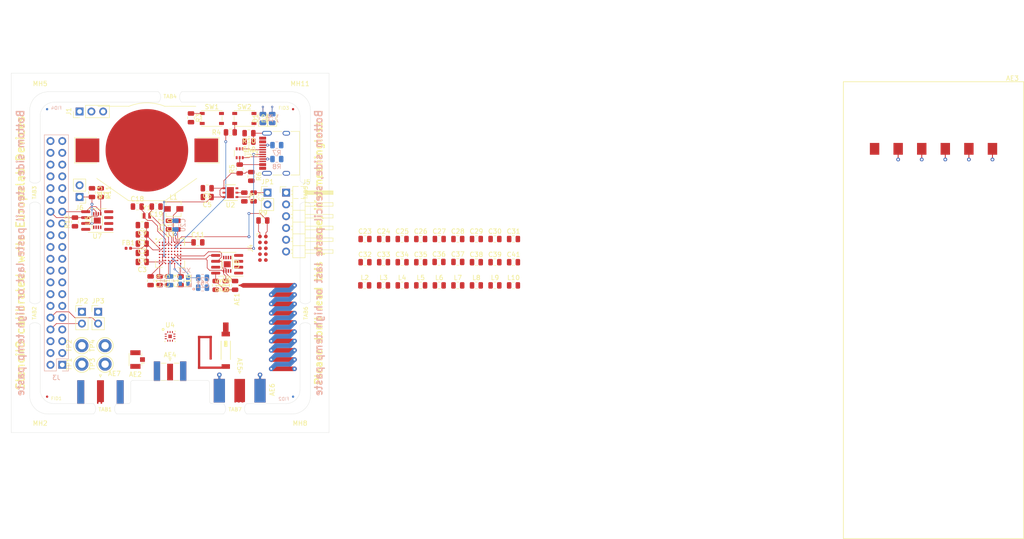
<source format=kicad_pcb>
(kicad_pcb (version 20171130) (host pcbnew 5.1.5+dfsg1-2build2)

  (general
    (thickness 1.6)
    (drawings 95)
    (tracks 229)
    (zones 0)
    (modules 122)
    (nets 121)
  )

  (page A3)
  (title_block
    (date "15 nov 2012")
  )

  (layers
    (0 F.Cu signal)
    (1 In1.Cu signal)
    (2 In2.Cu signal)
    (31 B.Cu signal)
    (34 B.Paste user)
    (35 F.Paste user)
    (36 B.SilkS user)
    (37 F.SilkS user)
    (38 B.Mask user)
    (39 F.Mask user)
    (40 Dwgs.User user)
    (41 Cmts.User user hide)
    (44 Edge.Cuts user)
    (45 Margin user)
    (46 B.CrtYd user)
    (47 F.CrtYd user)
    (48 B.Fab user)
    (49 F.Fab user)
  )

  (setup
    (last_trace_width 0.127)
    (user_trace_width 0.1016)
    (user_trace_width 0.127)
    (user_trace_width 0.2)
    (trace_clearance 0.09)
    (zone_clearance 0.508)
    (zone_45_only no)
    (trace_min 0.09)
    (via_size 0.45)
    (via_drill 0.2)
    (via_min_size 0.45)
    (via_min_drill 0.2)
    (user_via 0.6 0.3)
    (uvia_size 0.45)
    (uvia_drill 0.1)
    (uvias_allowed no)
    (uvia_min_size 0.45)
    (uvia_min_drill 0.1)
    (edge_width 0.1)
    (segment_width 0.1)
    (pcb_text_width 0.25)
    (pcb_text_size 1 1)
    (mod_edge_width 0.15)
    (mod_text_size 1 1)
    (mod_text_width 0.15)
    (pad_size 2.5 2.5)
    (pad_drill 2.5)
    (pad_to_mask_clearance 0)
    (aux_axis_origin 0 0)
    (visible_elements 7FFFF7FF)
    (pcbplotparams
      (layerselection 0x00030_80000001)
      (usegerberextensions true)
      (usegerberattributes false)
      (usegerberadvancedattributes false)
      (creategerberjobfile false)
      (excludeedgelayer true)
      (linewidth 0.150000)
      (plotframeref false)
      (viasonmask false)
      (mode 1)
      (useauxorigin false)
      (hpglpennumber 1)
      (hpglpenspeed 20)
      (hpglpendiameter 15.000000)
      (psnegative false)
      (psa4output false)
      (plotreference true)
      (plotvalue true)
      (plotinvisibletext false)
      (padsonsilk false)
      (subtractmaskfromsilk false)
      (outputformat 1)
      (mirror false)
      (drillshape 1)
      (scaleselection 1)
      (outputdirectory ""))
  )

  (net 0 "")
  (net 1 GND)
  (net 2 "Net-(AE1-Pad1)")
  (net 3 /Sheet5F53D5B4/RFSWPWR)
  (net 4 "Net-(C8-Pad1)")
  (net 5 /Sheet5F53D5B4/POWAMP)
  (net 6 "Net-(C13-Pad1)")
  (net 7 /Sheet5F53D5B4/HFOUT)
  (net 8 +3V3)
  (net 9 "Net-(C29-Pad1)")
  (net 10 /Sheet5F53D5B4/UART_RX)
  (net 11 /Sheet5F53D5B4/UART_TX)
  (net 12 /Sheet5F53D5B4/HPOUT)
  (net 13 /Sheet5F53D5B4/HFIN)
  (net 14 /Sheet5F53D5B4/BANDSEL)
  (net 15 "Net-(XC1-Pad1)")
  (net 16 "Net-(BT1-Pad1)")
  (net 17 /Sheet5F53D5B4/USB_BUS)
  (net 18 "Net-(C33-Pad1)")
  (net 19 "Net-(C34-Pad1)")
  (net 20 /Sheet5F53D5B4/CMDRST)
  (net 21 "Net-(D1-Pad2)")
  (net 22 "Net-(D1-Pad1)")
  (net 23 "Net-(D2-Pad1)")
  (net 24 "Net-(D2-Pad2)")
  (net 25 /Sheet5F53D5B4/USB_P)
  (net 26 /Sheet5F53D5B4/USB_N)
  (net 27 /Sheet60040980/ID_SD)
  (net 28 /Sheet60040980/ID_SC)
  (net 29 /Sheet5F53D5B4/SWDCLK)
  (net 30 /Sheet60040980/SWDCLK)
  (net 31 "Net-(J3-Pad7)")
  (net 32 "Net-(J3-Pad8)")
  (net 33 "Net-(J4-Pad6)")
  (net 34 /Sheet5F53D5B4/CN_VBAT)
  (net 35 /Sheet5F53D5B4/I2C_SCL)
  (net 36 /Sheet5F53D5B4/I2C_SDA)
  (net 37 "Net-(TP3-Pad1)")
  (net 38 "Net-(TP4-Pad1)")
  (net 39 /Sheet5F53D5B4/XCEIV)
  (net 40 /Sheet5F53D5B4/CRYSTAL_XIN-RESERVED)
  (net 41 /Sheet5F53D5B4/CRYSTAL_XOUT-RESERVED)
  (net 42 "Net-(AE5-Pad2)")
  (net 43 "Net-(C1-Pad1)")
  (net 44 "Net-(C7-Pad1)")
  (net 45 "Net-(C14-Pad1)")
  (net 46 "Net-(C17-Pad1)")
  (net 47 "Net-(C18-Pad2)")
  (net 48 "Net-(C19-Pad2)")
  (net 49 "Net-(C23-Pad2)")
  (net 50 "Net-(C23-Pad1)")
  (net 51 "Net-(C24-Pad1)")
  (net 52 "Net-(C24-Pad2)")
  (net 53 "Net-(C29-Pad2)")
  (net 54 "Net-(C33-Pad2)")
  (net 55 "Net-(C35-Pad2)")
  (net 56 "Net-(C40-Pad1)")
  (net 57 "Net-(J2-PadB5)")
  (net 58 "Net-(J2-PadA8)")
  (net 59 "Net-(J2-PadA5)")
  (net 60 "Net-(J2-PadB8)")
  (net 61 "Net-(J2-PadA4)")
  (net 62 "Net-(J3-Pad2)")
  (net 63 "Net-(J3-Pad3)")
  (net 64 "Net-(J3-Pad4)")
  (net 65 "Net-(J3-Pad5)")
  (net 66 "Net-(J3-Pad10)")
  (net 67 "Net-(J3-Pad11)")
  (net 68 "Net-(J3-Pad12)")
  (net 69 "Net-(J3-Pad13)")
  (net 70 "Net-(J3-Pad15)")
  (net 71 "Net-(J3-Pad16)")
  (net 72 "Net-(J3-Pad18)")
  (net 73 "Net-(J3-Pad19)")
  (net 74 "Net-(J3-Pad21)")
  (net 75 "Net-(J3-Pad22)")
  (net 76 "Net-(J3-Pad23)")
  (net 77 "Net-(J3-Pad24)")
  (net 78 "Net-(J3-Pad26)")
  (net 79 "Net-(J3-Pad29)")
  (net 80 "Net-(J3-Pad31)")
  (net 81 "Net-(J3-Pad32)")
  (net 82 "Net-(J3-Pad33)")
  (net 83 "Net-(J3-Pad35)")
  (net 84 "Net-(J3-Pad36)")
  (net 85 "Net-(J3-Pad37)")
  (net 86 "Net-(J3-Pad38)")
  (net 87 "Net-(J3-Pad40)")
  (net 88 "Net-(J4-Pad7)")
  (net 89 "Net-(J4-Pad8)")
  (net 90 "Net-(J5-Pad2)")
  (net 91 "Net-(J5-Pad3)")
  (net 92 "Net-(J5-Pad6)")
  (net 93 "Net-(J6-Pad1)")
  (net 94 "Net-(L1-Pad2)")
  (net 95 "Net-(R3-Pad1)")
  (net 96 "Net-(R4-Pad1)")
  (net 97 "Net-(R4-Pad2)")
  (net 98 "Net-(U2-Pad5)")
  (net 99 "Net-(U3-PadG1)")
  (net 100 "Net-(U3-PadH1)")
  (net 101 "Net-(U3-PadE3)")
  (net 102 "Net-(U3-PadB4)")
  (net 103 "Net-(U3-PadE4)")
  (net 104 "Net-(U3-PadF4)")
  (net 105 "Net-(U3-PadE5)")
  (net 106 "Net-(U3-PadH6)")
  (net 107 "Net-(U3-PadC7)")
  (net 108 "Net-(U3-PadD7)")
  (net 109 "Net-(U3-PadH7)")
  (net 110 "Net-(U3-PadD8)")
  (net 111 "Net-(U5-Pad3)")
  (net 112 "Net-(U5-Pad4)")
  (net 113 "Net-(U8-Pad7)")
  (net 114 "Net-(U8-Pad3)")
  (net 115 "Net-(U8-Pad2)")
  (net 116 "Net-(U8-Pad1)")
  (net 117 "Net-(U9-Pad1)")
  (net 118 "Net-(U9-Pad2)")
  (net 119 "Net-(U9-Pad3)")
  (net 120 "Net-(U9-Pad7)")

  (net_class Default "This is the default net class."
    (clearance 0.09)
    (trace_width 0.09)
    (via_dia 0.45)
    (via_drill 0.2)
    (uvia_dia 0.45)
    (uvia_drill 0.1)
    (add_net +3V3)
    (add_net /Sheet5F53D5B4/BANDSEL)
    (add_net /Sheet5F53D5B4/CMDRST)
    (add_net /Sheet5F53D5B4/CN_VBAT)
    (add_net /Sheet5F53D5B4/CRYSTAL_XIN-RESERVED)
    (add_net /Sheet5F53D5B4/CRYSTAL_XOUT-RESERVED)
    (add_net /Sheet5F53D5B4/HFIN)
    (add_net /Sheet5F53D5B4/HFOUT)
    (add_net /Sheet5F53D5B4/HPOUT)
    (add_net /Sheet5F53D5B4/I2C_SCL)
    (add_net /Sheet5F53D5B4/I2C_SDA)
    (add_net /Sheet5F53D5B4/POWAMP)
    (add_net /Sheet5F53D5B4/RFSWPWR)
    (add_net /Sheet5F53D5B4/SWDCLK)
    (add_net /Sheet5F53D5B4/UART_RX)
    (add_net /Sheet5F53D5B4/UART_TX)
    (add_net /Sheet5F53D5B4/USB_BUS)
    (add_net /Sheet5F53D5B4/USB_N)
    (add_net /Sheet5F53D5B4/USB_P)
    (add_net /Sheet5F53D5B4/XCEIV)
    (add_net /Sheet60040980/ID_SC)
    (add_net /Sheet60040980/ID_SD)
    (add_net /Sheet60040980/SWDCLK)
    (add_net GND)
    (add_net "Net-(AE1-Pad1)")
    (add_net "Net-(AE5-Pad2)")
    (add_net "Net-(BT1-Pad1)")
    (add_net "Net-(C1-Pad1)")
    (add_net "Net-(C13-Pad1)")
    (add_net "Net-(C14-Pad1)")
    (add_net "Net-(C17-Pad1)")
    (add_net "Net-(C18-Pad2)")
    (add_net "Net-(C19-Pad2)")
    (add_net "Net-(C23-Pad1)")
    (add_net "Net-(C23-Pad2)")
    (add_net "Net-(C24-Pad1)")
    (add_net "Net-(C24-Pad2)")
    (add_net "Net-(C29-Pad1)")
    (add_net "Net-(C29-Pad2)")
    (add_net "Net-(C33-Pad1)")
    (add_net "Net-(C33-Pad2)")
    (add_net "Net-(C34-Pad1)")
    (add_net "Net-(C35-Pad2)")
    (add_net "Net-(C40-Pad1)")
    (add_net "Net-(C7-Pad1)")
    (add_net "Net-(C8-Pad1)")
    (add_net "Net-(D1-Pad1)")
    (add_net "Net-(D1-Pad2)")
    (add_net "Net-(D2-Pad1)")
    (add_net "Net-(D2-Pad2)")
    (add_net "Net-(J2-PadA4)")
    (add_net "Net-(J2-PadA5)")
    (add_net "Net-(J2-PadA8)")
    (add_net "Net-(J2-PadB5)")
    (add_net "Net-(J2-PadB8)")
    (add_net "Net-(J3-Pad10)")
    (add_net "Net-(J3-Pad11)")
    (add_net "Net-(J3-Pad12)")
    (add_net "Net-(J3-Pad13)")
    (add_net "Net-(J3-Pad15)")
    (add_net "Net-(J3-Pad16)")
    (add_net "Net-(J3-Pad18)")
    (add_net "Net-(J3-Pad19)")
    (add_net "Net-(J3-Pad2)")
    (add_net "Net-(J3-Pad21)")
    (add_net "Net-(J3-Pad22)")
    (add_net "Net-(J3-Pad23)")
    (add_net "Net-(J3-Pad24)")
    (add_net "Net-(J3-Pad26)")
    (add_net "Net-(J3-Pad29)")
    (add_net "Net-(J3-Pad3)")
    (add_net "Net-(J3-Pad31)")
    (add_net "Net-(J3-Pad32)")
    (add_net "Net-(J3-Pad33)")
    (add_net "Net-(J3-Pad35)")
    (add_net "Net-(J3-Pad36)")
    (add_net "Net-(J3-Pad37)")
    (add_net "Net-(J3-Pad38)")
    (add_net "Net-(J3-Pad4)")
    (add_net "Net-(J3-Pad40)")
    (add_net "Net-(J3-Pad5)")
    (add_net "Net-(J3-Pad7)")
    (add_net "Net-(J3-Pad8)")
    (add_net "Net-(J4-Pad6)")
    (add_net "Net-(J4-Pad7)")
    (add_net "Net-(J4-Pad8)")
    (add_net "Net-(J5-Pad2)")
    (add_net "Net-(J5-Pad3)")
    (add_net "Net-(J5-Pad6)")
    (add_net "Net-(J6-Pad1)")
    (add_net "Net-(L1-Pad2)")
    (add_net "Net-(R3-Pad1)")
    (add_net "Net-(R4-Pad1)")
    (add_net "Net-(R4-Pad2)")
    (add_net "Net-(TP3-Pad1)")
    (add_net "Net-(TP4-Pad1)")
    (add_net "Net-(U2-Pad5)")
    (add_net "Net-(U3-PadB4)")
    (add_net "Net-(U3-PadC7)")
    (add_net "Net-(U3-PadD7)")
    (add_net "Net-(U3-PadD8)")
    (add_net "Net-(U3-PadE3)")
    (add_net "Net-(U3-PadE4)")
    (add_net "Net-(U3-PadE5)")
    (add_net "Net-(U3-PadF4)")
    (add_net "Net-(U3-PadG1)")
    (add_net "Net-(U3-PadH1)")
    (add_net "Net-(U3-PadH6)")
    (add_net "Net-(U3-PadH7)")
    (add_net "Net-(U5-Pad3)")
    (add_net "Net-(U5-Pad4)")
    (add_net "Net-(U8-Pad1)")
    (add_net "Net-(U8-Pad2)")
    (add_net "Net-(U8-Pad3)")
    (add_net "Net-(U8-Pad7)")
    (add_net "Net-(U9-Pad1)")
    (add_net "Net-(U9-Pad2)")
    (add_net "Net-(U9-Pad3)")
    (add_net "Net-(U9-Pad7)")
    (add_net "Net-(XC1-Pad1)")
  )

  (net_class Power ""
    (clearance 0.2)
    (trace_width 0.5)
    (via_dia 1)
    (via_drill 0.7)
    (uvia_dia 0.5)
    (uvia_drill 0.1)
  )

  (module Elabdev:Panel_Mousetab_25mm_Single (layer F.Cu) (tedit 5CD9E502) (tstamp 5F680FEC)
    (at 224 181.75 90)
    (path /5CD9EB0D)
    (fp_text reference TAB7 (at 0 0) (layer F.SilkS)
      (effects (font (size 0.8 0.8) (thickness 0.13)))
    )
    (fp_text value Pantab (at 0 3.5 90) (layer F.Fab)
      (effects (font (size 1 1) (thickness 0.15)))
    )
    (fp_line (start 1.25 -2.2) (end 1.25 2.2) (layer F.Fab) (width 0.15))
    (fp_line (start -1.25 -2.2) (end -1.25 2.2) (layer F.Fab) (width 0.15))
    (fp_line (start 2.1 -2.6) (end 2.1 2.6) (layer F.CrtYd) (width 0.15))
    (fp_line (start 2.1 2.6) (end -2.1 2.6) (layer F.CrtYd) (width 0.15))
    (fp_line (start -2.1 2.6) (end -2.1 -2.6) (layer F.CrtYd) (width 0.15))
    (fp_line (start -2.1 -2.6) (end 2.1 -2.6) (layer F.CrtYd) (width 0.15))
    (pad "" np_thru_hole circle (at 1.35 2 90) (size 0.5 0.5) (drill 0.5) (layers *.Cu))
    (pad "" np_thru_hole circle (at 1.35 1.2 90) (size 0.5 0.5) (drill 0.5) (layers *.Cu))
    (pad "" np_thru_hole circle (at 1.35 0.4 90) (size 0.5 0.5) (drill 0.5) (layers *.Cu))
    (pad "" np_thru_hole circle (at 1.35 -0.4 90) (size 0.5 0.5) (drill 0.5) (layers *.Cu))
    (pad "" np_thru_hole circle (at 1.35 -1.2 90) (size 0.5 0.5) (drill 0.5) (layers *.Cu))
    (pad "" np_thru_hole circle (at 1.35 -2 90) (size 0.5 0.5) (drill 0.5) (layers *.Cu))
  )

  (module Elabdev:Panel_Mousetab_25mm_Single (layer F.Cu) (tedit 5CD9E59A) (tstamp 5F4C0A71)
    (at 210 114.25 270)
    (path /5CD5C3A7)
    (fp_text reference TAB4 (at 0 0 180) (layer F.SilkS)
      (effects (font (size 0.8 0.8) (thickness 0.13)))
    )
    (fp_text value Pantab (at 0 -3.5 270) (layer F.Fab)
      (effects (font (size 1 1) (thickness 0.15)))
    )
    (fp_line (start 1.25 -2.2) (end 1.25 2.2) (layer F.Fab) (width 0.15))
    (fp_line (start -1.25 -2.2) (end -1.25 2.2) (layer F.Fab) (width 0.15))
    (fp_line (start 2.1 -2.6) (end 2.1 2.6) (layer F.CrtYd) (width 0.15))
    (fp_line (start 2.1 2.6) (end -2.1 2.6) (layer F.CrtYd) (width 0.15))
    (fp_line (start -2.1 2.6) (end -2.1 -2.6) (layer F.CrtYd) (width 0.15))
    (fp_line (start -2.1 -2.6) (end 2.1 -2.6) (layer F.CrtYd) (width 0.15))
    (pad "" np_thru_hole circle (at 1.35 2 270) (size 0.5 0.5) (drill 0.5) (layers *.Cu))
    (pad "" np_thru_hole circle (at 1.35 1.2 270) (size 0.5 0.5) (drill 0.5) (layers *.Cu))
    (pad "" np_thru_hole circle (at 1.35 0.4 270) (size 0.5 0.5) (drill 0.5) (layers *.Cu))
    (pad "" np_thru_hole circle (at 1.35 -0.4 270) (size 0.5 0.5) (drill 0.5) (layers *.Cu))
    (pad "" np_thru_hole circle (at 1.35 -1.2 270) (size 0.5 0.5) (drill 0.5) (layers *.Cu))
    (pad "" np_thru_hole circle (at 1.35 -2 270) (size 0.5 0.5) (drill 0.5) (layers *.Cu))
  )

  (module Elabdev:Panel_Mousetab_25mm_Single (layer F.Cu) (tedit 5CD9E502) (tstamp 5CE1C45C)
    (at 196 181.75 90)
    (path /5CD9EB0D)
    (fp_text reference TAB1 (at 0 0) (layer F.SilkS)
      (effects (font (size 0.8 0.8) (thickness 0.13)))
    )
    (fp_text value Pantab (at 0 3.5 90) (layer F.Fab)
      (effects (font (size 1 1) (thickness 0.15)))
    )
    (fp_line (start -2.1 -2.6) (end 2.1 -2.6) (layer F.CrtYd) (width 0.15))
    (fp_line (start -2.1 2.6) (end -2.1 -2.6) (layer F.CrtYd) (width 0.15))
    (fp_line (start 2.1 2.6) (end -2.1 2.6) (layer F.CrtYd) (width 0.15))
    (fp_line (start 2.1 -2.6) (end 2.1 2.6) (layer F.CrtYd) (width 0.15))
    (fp_line (start -1.25 -2.2) (end -1.25 2.2) (layer F.Fab) (width 0.15))
    (fp_line (start 1.25 -2.2) (end 1.25 2.2) (layer F.Fab) (width 0.15))
    (pad "" np_thru_hole circle (at 1.35 -2 90) (size 0.5 0.5) (drill 0.5) (layers *.Cu))
    (pad "" np_thru_hole circle (at 1.35 -1.2 90) (size 0.5 0.5) (drill 0.5) (layers *.Cu))
    (pad "" np_thru_hole circle (at 1.35 -0.4 90) (size 0.5 0.5) (drill 0.5) (layers *.Cu))
    (pad "" np_thru_hole circle (at 1.35 0.4 90) (size 0.5 0.5) (drill 0.5) (layers *.Cu))
    (pad "" np_thru_hole circle (at 1.35 1.2 90) (size 0.5 0.5) (drill 0.5) (layers *.Cu))
    (pad "" np_thru_hole circle (at 1.35 2 90) (size 0.5 0.5) (drill 0.5) (layers *.Cu))
  )

  (module Elabdev:Panel_Mousetab_25mm_Single (layer F.Cu) (tedit 5CD5AA6C) (tstamp 5F4C1007)
    (at 180.75 161)
    (path /5CD5C074)
    (fp_text reference TAB2 (at 0 0 90) (layer F.SilkS)
      (effects (font (size 0.8 0.8) (thickness 0.13)))
    )
    (fp_text value Pantab (at -2.5 0 -270) (layer F.Fab)
      (effects (font (size 1 1) (thickness 0.15)))
    )
    (fp_line (start -2.1 -2.6) (end 2.1 -2.6) (layer F.CrtYd) (width 0.15))
    (fp_line (start -2.1 2.6) (end -2.1 -2.6) (layer F.CrtYd) (width 0.15))
    (fp_line (start 2.1 2.6) (end -2.1 2.6) (layer F.CrtYd) (width 0.15))
    (fp_line (start 2.1 -2.6) (end 2.1 2.6) (layer F.CrtYd) (width 0.15))
    (fp_line (start -1.25 -2.2) (end -1.25 2.2) (layer F.Fab) (width 0.15))
    (fp_line (start 1.25 -2.2) (end 1.25 2.2) (layer F.Fab) (width 0.15))
    (pad "" np_thru_hole circle (at 1.35 -2) (size 0.5 0.5) (drill 0.5) (layers *.Cu))
    (pad "" np_thru_hole circle (at 1.35 -1.2) (size 0.5 0.5) (drill 0.5) (layers *.Cu))
    (pad "" np_thru_hole circle (at 1.35 -0.4) (size 0.5 0.5) (drill 0.5) (layers *.Cu))
    (pad "" np_thru_hole circle (at 1.35 0.4) (size 0.5 0.5) (drill 0.5) (layers *.Cu))
    (pad "" np_thru_hole circle (at 1.35 1.2) (size 0.5 0.5) (drill 0.5) (layers *.Cu))
    (pad "" np_thru_hole circle (at 1.35 2) (size 0.5 0.5) (drill 0.5) (layers *.Cu))
  )

  (module Elabdev:Panel_Mousetab_25mm_Single (layer F.Cu) (tedit 5CD5AA6C) (tstamp 5F4C1047)
    (at 180.75 135)
    (path /5CD5C074)
    (fp_text reference TAB3 (at 0 0 90) (layer F.SilkS)
      (effects (font (size 0.8 0.8) (thickness 0.13)))
    )
    (fp_text value Pantab (at -2.5 0 -270) (layer F.Fab)
      (effects (font (size 1 1) (thickness 0.15)))
    )
    (fp_line (start 1.25 -2.2) (end 1.25 2.2) (layer F.Fab) (width 0.15))
    (fp_line (start -1.25 -2.2) (end -1.25 2.2) (layer F.Fab) (width 0.15))
    (fp_line (start 2.1 -2.6) (end 2.1 2.6) (layer F.CrtYd) (width 0.15))
    (fp_line (start 2.1 2.6) (end -2.1 2.6) (layer F.CrtYd) (width 0.15))
    (fp_line (start -2.1 2.6) (end -2.1 -2.6) (layer F.CrtYd) (width 0.15))
    (fp_line (start -2.1 -2.6) (end 2.1 -2.6) (layer F.CrtYd) (width 0.15))
    (pad "" np_thru_hole circle (at 1.35 2) (size 0.5 0.5) (drill 0.5) (layers *.Cu))
    (pad "" np_thru_hole circle (at 1.35 1.2) (size 0.5 0.5) (drill 0.5) (layers *.Cu))
    (pad "" np_thru_hole circle (at 1.35 0.4) (size 0.5 0.5) (drill 0.5) (layers *.Cu))
    (pad "" np_thru_hole circle (at 1.35 -0.4) (size 0.5 0.5) (drill 0.5) (layers *.Cu))
    (pad "" np_thru_hole circle (at 1.35 -1.2) (size 0.5 0.5) (drill 0.5) (layers *.Cu))
    (pad "" np_thru_hole circle (at 1.35 -2) (size 0.5 0.5) (drill 0.5) (layers *.Cu))
  )

  (module Elabdev:Panel_Mousetab_25mm_Single (layer F.Cu) (tedit 5CD5AA6C) (tstamp 5F4C108A)
    (at 239.25 135 180)
    (path /5CD5C074)
    (fp_text reference TAB5 (at 0 0 90) (layer F.SilkS)
      (effects (font (size 0.8 0.8) (thickness 0.13)))
    )
    (fp_text value Pantab (at -2.5 0 90) (layer F.Fab)
      (effects (font (size 1 1) (thickness 0.15)))
    )
    (fp_line (start 1.25 -2.2) (end 1.25 2.2) (layer F.Fab) (width 0.15))
    (fp_line (start -1.25 -2.2) (end -1.25 2.2) (layer F.Fab) (width 0.15))
    (fp_line (start 2.1 -2.6) (end 2.1 2.6) (layer F.CrtYd) (width 0.15))
    (fp_line (start 2.1 2.6) (end -2.1 2.6) (layer F.CrtYd) (width 0.15))
    (fp_line (start -2.1 2.6) (end -2.1 -2.6) (layer F.CrtYd) (width 0.15))
    (fp_line (start -2.1 -2.6) (end 2.1 -2.6) (layer F.CrtYd) (width 0.15))
    (pad "" np_thru_hole circle (at 1.35 2 180) (size 0.5 0.5) (drill 0.5) (layers *.Cu))
    (pad "" np_thru_hole circle (at 1.35 1.2 180) (size 0.5 0.5) (drill 0.5) (layers *.Cu))
    (pad "" np_thru_hole circle (at 1.35 0.4 180) (size 0.5 0.5) (drill 0.5) (layers *.Cu))
    (pad "" np_thru_hole circle (at 1.35 -0.4 180) (size 0.5 0.5) (drill 0.5) (layers *.Cu))
    (pad "" np_thru_hole circle (at 1.35 -1.2 180) (size 0.5 0.5) (drill 0.5) (layers *.Cu))
    (pad "" np_thru_hole circle (at 1.35 -2 180) (size 0.5 0.5) (drill 0.5) (layers *.Cu))
  )

  (module Elabdev:Panel_Mousetab_25mm_Single (layer F.Cu) (tedit 5CD5AA6C) (tstamp 5F4C1067)
    (at 239.25 161 180)
    (path /5CD5C074)
    (fp_text reference TAB6 (at 0 0 90) (layer F.SilkS)
      (effects (font (size 0.8 0.8) (thickness 0.13)))
    )
    (fp_text value Pantab (at -2.5 0 90) (layer F.Fab)
      (effects (font (size 1 1) (thickness 0.15)))
    )
    (fp_line (start -2.1 -2.6) (end 2.1 -2.6) (layer F.CrtYd) (width 0.15))
    (fp_line (start -2.1 2.6) (end -2.1 -2.6) (layer F.CrtYd) (width 0.15))
    (fp_line (start 2.1 2.6) (end -2.1 2.6) (layer F.CrtYd) (width 0.15))
    (fp_line (start 2.1 -2.6) (end 2.1 2.6) (layer F.CrtYd) (width 0.15))
    (fp_line (start -1.25 -2.2) (end -1.25 2.2) (layer F.Fab) (width 0.15))
    (fp_line (start 1.25 -2.2) (end 1.25 2.2) (layer F.Fab) (width 0.15))
    (pad "" np_thru_hole circle (at 1.35 -2 180) (size 0.5 0.5) (drill 0.5) (layers *.Cu))
    (pad "" np_thru_hole circle (at 1.35 -1.2 180) (size 0.5 0.5) (drill 0.5) (layers *.Cu))
    (pad "" np_thru_hole circle (at 1.35 -0.4 180) (size 0.5 0.5) (drill 0.5) (layers *.Cu))
    (pad "" np_thru_hole circle (at 1.35 0.4 180) (size 0.5 0.5) (drill 0.5) (layers *.Cu))
    (pad "" np_thru_hole circle (at 1.35 1.2 180) (size 0.5 0.5) (drill 0.5) (layers *.Cu))
    (pad "" np_thru_hole circle (at 1.35 2 180) (size 0.5 0.5) (drill 0.5) (layers *.Cu))
  )

  (module Connector_PinSocket_2.54mm:PinSocket_2x20_P2.54mm_Vertical (layer B.Cu) (tedit 5A19A433) (tstamp 5F683F15)
    (at 186.77 172.13)
    (descr "Through hole straight socket strip, 2x20, 2.54mm pitch, double cols (from Kicad 4.0.7), script generated")
    (tags "Through hole socket strip THT 2x20 2.54mm double row")
    (path /60040981/5F6A7FD9)
    (fp_text reference J3 (at -1.27 2.77) (layer B.SilkS)
      (effects (font (size 1 1) (thickness 0.15)) (justify mirror))
    )
    (fp_text value RPIHAT-40W (at -1.27 -51.03) (layer B.Fab)
      (effects (font (size 1 1) (thickness 0.15)) (justify mirror))
    )
    (fp_line (start -3.81 1.27) (end 0.27 1.27) (layer B.Fab) (width 0.1))
    (fp_line (start 0.27 1.27) (end 1.27 0.27) (layer B.Fab) (width 0.1))
    (fp_line (start 1.27 0.27) (end 1.27 -49.53) (layer B.Fab) (width 0.1))
    (fp_line (start 1.27 -49.53) (end -3.81 -49.53) (layer B.Fab) (width 0.1))
    (fp_line (start -3.81 -49.53) (end -3.81 1.27) (layer B.Fab) (width 0.1))
    (fp_line (start -3.87 1.33) (end -1.27 1.33) (layer B.SilkS) (width 0.12))
    (fp_line (start -3.87 1.33) (end -3.87 -49.59) (layer B.SilkS) (width 0.12))
    (fp_line (start -3.87 -49.59) (end 1.33 -49.59) (layer B.SilkS) (width 0.12))
    (fp_line (start 1.33 -1.27) (end 1.33 -49.59) (layer B.SilkS) (width 0.12))
    (fp_line (start -1.27 -1.27) (end 1.33 -1.27) (layer B.SilkS) (width 0.12))
    (fp_line (start -1.27 1.33) (end -1.27 -1.27) (layer B.SilkS) (width 0.12))
    (fp_line (start 1.33 1.33) (end 1.33 0) (layer B.SilkS) (width 0.12))
    (fp_line (start 0 1.33) (end 1.33 1.33) (layer B.SilkS) (width 0.12))
    (fp_line (start -4.34 1.8) (end 1.76 1.8) (layer B.CrtYd) (width 0.05))
    (fp_line (start 1.76 1.8) (end 1.76 -50) (layer B.CrtYd) (width 0.05))
    (fp_line (start 1.76 -50) (end -4.34 -50) (layer B.CrtYd) (width 0.05))
    (fp_line (start -4.34 -50) (end -4.34 1.8) (layer B.CrtYd) (width 0.05))
    (fp_text user %R (at -1.27 -24.13 -90) (layer B.Fab)
      (effects (font (size 1 1) (thickness 0.15)) (justify mirror))
    )
    (pad 1 thru_hole rect (at 0 0) (size 1.7 1.7) (drill 1) (layers *.Cu *.Mask)
      (net 8 +3V3))
    (pad 2 thru_hole oval (at -2.54 0) (size 1.7 1.7) (drill 1) (layers *.Cu *.Mask)
      (net 62 "Net-(J3-Pad2)"))
    (pad 3 thru_hole oval (at 0 -2.54) (size 1.7 1.7) (drill 1) (layers *.Cu *.Mask)
      (net 63 "Net-(J3-Pad3)"))
    (pad 4 thru_hole oval (at -2.54 -2.54) (size 1.7 1.7) (drill 1) (layers *.Cu *.Mask)
      (net 64 "Net-(J3-Pad4)"))
    (pad 5 thru_hole oval (at 0 -5.08) (size 1.7 1.7) (drill 1) (layers *.Cu *.Mask)
      (net 65 "Net-(J3-Pad5)"))
    (pad 6 thru_hole oval (at -2.54 -5.08) (size 1.7 1.7) (drill 1) (layers *.Cu *.Mask)
      (net 1 GND))
    (pad 7 thru_hole oval (at 0 -7.62) (size 1.7 1.7) (drill 1) (layers *.Cu *.Mask)
      (net 31 "Net-(J3-Pad7)"))
    (pad 8 thru_hole oval (at -2.54 -7.62) (size 1.7 1.7) (drill 1) (layers *.Cu *.Mask)
      (net 32 "Net-(J3-Pad8)"))
    (pad 9 thru_hole oval (at 0 -10.16) (size 1.7 1.7) (drill 1) (layers *.Cu *.Mask)
      (net 1 GND))
    (pad 10 thru_hole oval (at -2.54 -10.16) (size 1.7 1.7) (drill 1) (layers *.Cu *.Mask)
      (net 66 "Net-(J3-Pad10)"))
    (pad 11 thru_hole oval (at 0 -12.7) (size 1.7 1.7) (drill 1) (layers *.Cu *.Mask)
      (net 67 "Net-(J3-Pad11)"))
    (pad 12 thru_hole oval (at -2.54 -12.7) (size 1.7 1.7) (drill 1) (layers *.Cu *.Mask)
      (net 68 "Net-(J3-Pad12)"))
    (pad 13 thru_hole oval (at 0 -15.24) (size 1.7 1.7) (drill 1) (layers *.Cu *.Mask)
      (net 69 "Net-(J3-Pad13)"))
    (pad 14 thru_hole oval (at -2.54 -15.24) (size 1.7 1.7) (drill 1) (layers *.Cu *.Mask)
      (net 1 GND))
    (pad 15 thru_hole oval (at 0 -17.78) (size 1.7 1.7) (drill 1) (layers *.Cu *.Mask)
      (net 70 "Net-(J3-Pad15)"))
    (pad 16 thru_hole oval (at -2.54 -17.78) (size 1.7 1.7) (drill 1) (layers *.Cu *.Mask)
      (net 71 "Net-(J3-Pad16)"))
    (pad 17 thru_hole oval (at 0 -20.32) (size 1.7 1.7) (drill 1) (layers *.Cu *.Mask)
      (net 8 +3V3))
    (pad 18 thru_hole oval (at -2.54 -20.32) (size 1.7 1.7) (drill 1) (layers *.Cu *.Mask)
      (net 72 "Net-(J3-Pad18)"))
    (pad 19 thru_hole oval (at 0 -22.86) (size 1.7 1.7) (drill 1) (layers *.Cu *.Mask)
      (net 73 "Net-(J3-Pad19)"))
    (pad 20 thru_hole oval (at -2.54 -22.86) (size 1.7 1.7) (drill 1) (layers *.Cu *.Mask)
      (net 1 GND))
    (pad 21 thru_hole oval (at 0 -25.4) (size 1.7 1.7) (drill 1) (layers *.Cu *.Mask)
      (net 74 "Net-(J3-Pad21)"))
    (pad 22 thru_hole oval (at -2.54 -25.4) (size 1.7 1.7) (drill 1) (layers *.Cu *.Mask)
      (net 75 "Net-(J3-Pad22)"))
    (pad 23 thru_hole oval (at 0 -27.94) (size 1.7 1.7) (drill 1) (layers *.Cu *.Mask)
      (net 76 "Net-(J3-Pad23)"))
    (pad 24 thru_hole oval (at -2.54 -27.94) (size 1.7 1.7) (drill 1) (layers *.Cu *.Mask)
      (net 77 "Net-(J3-Pad24)"))
    (pad 25 thru_hole oval (at 0 -30.48) (size 1.7 1.7) (drill 1) (layers *.Cu *.Mask)
      (net 1 GND))
    (pad 26 thru_hole oval (at -2.54 -30.48) (size 1.7 1.7) (drill 1) (layers *.Cu *.Mask)
      (net 78 "Net-(J3-Pad26)"))
    (pad 27 thru_hole oval (at 0 -33.02) (size 1.7 1.7) (drill 1) (layers *.Cu *.Mask)
      (net 27 /Sheet60040980/ID_SD))
    (pad 28 thru_hole oval (at -2.54 -33.02) (size 1.7 1.7) (drill 1) (layers *.Cu *.Mask)
      (net 28 /Sheet60040980/ID_SC))
    (pad 29 thru_hole oval (at 0 -35.56) (size 1.7 1.7) (drill 1) (layers *.Cu *.Mask)
      (net 79 "Net-(J3-Pad29)"))
    (pad 30 thru_hole oval (at -2.54 -35.56) (size 1.7 1.7) (drill 1) (layers *.Cu *.Mask)
      (net 1 GND))
    (pad 31 thru_hole oval (at 0 -38.1) (size 1.7 1.7) (drill 1) (layers *.Cu *.Mask)
      (net 80 "Net-(J3-Pad31)"))
    (pad 32 thru_hole oval (at -2.54 -38.1) (size 1.7 1.7) (drill 1) (layers *.Cu *.Mask)
      (net 81 "Net-(J3-Pad32)"))
    (pad 33 thru_hole oval (at 0 -40.64) (size 1.7 1.7) (drill 1) (layers *.Cu *.Mask)
      (net 82 "Net-(J3-Pad33)"))
    (pad 34 thru_hole oval (at -2.54 -40.64) (size 1.7 1.7) (drill 1) (layers *.Cu *.Mask)
      (net 1 GND))
    (pad 35 thru_hole oval (at 0 -43.18) (size 1.7 1.7) (drill 1) (layers *.Cu *.Mask)
      (net 83 "Net-(J3-Pad35)"))
    (pad 36 thru_hole oval (at -2.54 -43.18) (size 1.7 1.7) (drill 1) (layers *.Cu *.Mask)
      (net 84 "Net-(J3-Pad36)"))
    (pad 37 thru_hole oval (at 0 -45.72) (size 1.7 1.7) (drill 1) (layers *.Cu *.Mask)
      (net 85 "Net-(J3-Pad37)"))
    (pad 38 thru_hole oval (at -2.54 -45.72) (size 1.7 1.7) (drill 1) (layers *.Cu *.Mask)
      (net 86 "Net-(J3-Pad38)"))
    (pad 39 thru_hole oval (at 0 -48.26) (size 1.7 1.7) (drill 1) (layers *.Cu *.Mask)
      (net 1 GND))
    (pad 40 thru_hole oval (at -2.54 -48.26) (size 1.7 1.7) (drill 1) (layers *.Cu *.Mask)
      (net 87 "Net-(J3-Pad40)"))
    (model ${KISYS3DMOD}/Connector_PinSocket_2.54mm.3dshapes/PinSocket_2x20_P2.54mm_Vertical.wrl
      (at (xyz 0 0 0))
      (scale (xyz 1 1 1))
      (rotate (xyz 0 0 0))
    )
  )

  (module RF_Antenna:Texas_SWRA416_868MHz_915MHz (layer F.Cu) (tedit 5CF40AFD) (tstamp 5F686F31)
    (at 231 164 270)
    (descr http://www.ti.com/lit/an/swra416/swra416.pdf)
    (tags "PCB antenna")
    (path /5F5C0728/60008187)
    (attr smd)
    (fp_text reference AE1 (at -6 6.6 90) (layer F.SilkS)
      (effects (font (size 1 1) (thickness 0.15)))
    )
    (fp_text value Antenna (at 0.1 -7.6 90) (layer F.Fab)
      (effects (font (size 1 1) (thickness 0.15)))
    )
    (fp_line (start 9.7 2.1) (end 6.2 5.7) (layer Dwgs.User) (width 0.12))
    (fp_line (start 9.7 0.1) (end 4.3 5.7) (layer Dwgs.User) (width 0.12))
    (fp_line (start 9.7 -1.9) (end 2.3 5.7) (layer Dwgs.User) (width 0.12))
    (fp_line (start 9.7 -3.9) (end 0.2 5.7) (layer Dwgs.User) (width 0.12))
    (fp_line (start 9.7 -5.9) (end -1.8 5.7) (layer Dwgs.User) (width 0.12))
    (fp_line (start 8.3 -6.5) (end -3.8 5.7) (layer Dwgs.User) (width 0.12))
    (fp_line (start 6.3 -6.5) (end -5.8 5.7) (layer Dwgs.User) (width 0.12))
    (fp_line (start 4.3 -6.5) (end -7.8 5.7) (layer Dwgs.User) (width 0.12))
    (fp_line (start -9.7 5.5) (end 2.3 -6.5) (layer Dwgs.User) (width 0.12))
    (fp_line (start -9.7 3.5) (end 0.3 -6.5) (layer Dwgs.User) (width 0.12))
    (fp_line (start -9.7 1.5) (end -1.7 -6.5) (layer Dwgs.User) (width 0.12))
    (fp_line (start -9.7 -0.5) (end -3.7 -6.5) (layer Dwgs.User) (width 0.12))
    (fp_line (start -9.7 -2.5) (end -5.7 -6.5) (layer Dwgs.User) (width 0.12))
    (fp_line (start -9.7 -4.5) (end -7.7 -6.5) (layer Dwgs.User) (width 0.12))
    (fp_line (start 9.7 -6.5) (end -9.7 -6.5) (layer Dwgs.User) (width 0.15))
    (fp_line (start 9.7 5.7) (end 9.7 -6.5) (layer Dwgs.User) (width 0.15))
    (fp_line (start -9.7 5.7) (end 9.7 5.7) (layer Dwgs.User) (width 0.15))
    (fp_line (start -9.7 -6.5) (end -9.7 5.7) (layer Dwgs.User) (width 0.15))
    (fp_line (start 7 -5.8) (end 8 -4.8) (layer B.Cu) (width 1))
    (fp_line (start 8 -1.8) (end 9 -0.8) (layer B.Cu) (width 1))
    (fp_line (start 8 -4.8) (end 8 -1.8) (layer B.Cu) (width 1))
    (fp_line (start 9 -5.8) (end 9 -0.8) (layer F.Cu) (width 1))
    (fp_line (start 5 -5.8) (end 6 -4.8) (layer B.Cu) (width 1))
    (fp_line (start 6 -1.8) (end 7 -0.8) (layer B.Cu) (width 1))
    (fp_line (start 6 -4.8) (end 6 -1.8) (layer B.Cu) (width 1))
    (fp_line (start 7 -5.8) (end 7 -0.8) (layer F.Cu) (width 1))
    (fp_line (start 3 -5.8) (end 4 -4.8) (layer B.Cu) (width 1))
    (fp_line (start 4 -1.8) (end 5 -0.8) (layer B.Cu) (width 1))
    (fp_line (start 4 -4.8) (end 4 -1.8) (layer B.Cu) (width 1))
    (fp_line (start 5 -5.8) (end 5 -0.8) (layer F.Cu) (width 1))
    (fp_line (start 1 -5.8) (end 2 -4.8) (layer B.Cu) (width 1))
    (fp_line (start 2 -1.8) (end 3 -0.8) (layer B.Cu) (width 1))
    (fp_line (start 2 -4.8) (end 2 -1.8) (layer B.Cu) (width 1))
    (fp_line (start 3 -5.8) (end 3 -0.8) (layer F.Cu) (width 1))
    (fp_line (start -1 -5.8) (end 0 -4.8) (layer B.Cu) (width 1))
    (fp_line (start 0 -1.8) (end 1 -0.8) (layer B.Cu) (width 1))
    (fp_line (start 0 -4.8) (end 0 -1.8) (layer B.Cu) (width 1))
    (fp_line (start 1 -5.8) (end 1 -0.8) (layer F.Cu) (width 1))
    (fp_line (start -3 -5.8) (end -2 -4.8) (layer B.Cu) (width 1))
    (fp_line (start -2 -1.8) (end -1 -0.8) (layer B.Cu) (width 1))
    (fp_line (start -2 -4.8) (end -2 -1.8) (layer B.Cu) (width 1))
    (fp_line (start -1 -5.8) (end -1 -0.8) (layer F.Cu) (width 1))
    (fp_line (start -4 -4.8) (end -4 -1.8) (layer B.Cu) (width 1))
    (fp_line (start -5 -5.8) (end -4 -4.8) (layer B.Cu) (width 1))
    (fp_line (start -4 -1.8) (end -3 -0.8) (layer B.Cu) (width 1))
    (fp_line (start -3 -5.8) (end -3 -0.8) (layer F.Cu) (width 1))
    (fp_line (start -6 -4.8) (end -6 -1.8) (layer B.Cu) (width 1))
    (fp_line (start -7 -5.8) (end -6 -4.8) (layer B.Cu) (width 1))
    (fp_line (start -6 -1.8) (end -5 -0.8) (layer B.Cu) (width 1))
    (fp_line (start -5 -5.8) (end -5 -0.8) (layer F.Cu) (width 1))
    (fp_line (start -7 -5.8) (end -7 -0.8) (layer F.Cu) (width 1))
    (fp_line (start -9 5.2) (end -9 -5.8) (layer F.Cu) (width 1))
    (fp_line (start -9 -5.8) (end -8 -4.8) (layer B.Cu) (width 1))
    (fp_line (start -8 -4.8) (end -8 -1.8) (layer B.Cu) (width 1))
    (fp_line (start -8 -1.8) (end -7 -0.8) (layer B.Cu) (width 1))
    (fp_line (start 9.7 4.1) (end 8.2 5.7) (layer Dwgs.User) (width 0.12))
    (fp_line (start -9.9 -6.7) (end -9.9 5.9) (layer F.CrtYd) (width 0.05))
    (fp_line (start -9.9 5.9) (end 9.9 5.9) (layer F.CrtYd) (width 0.05))
    (fp_line (start 9.9 5.9) (end 9.9 -6.7) (layer F.CrtYd) (width 0.05))
    (fp_line (start 9.9 -6.7) (end -9.9 -6.7) (layer F.CrtYd) (width 0.05))
    (fp_line (start 9.9 -6.7) (end -9.9 -6.7) (layer B.CrtYd) (width 0.05))
    (fp_line (start 9.9 5.9) (end 9.9 -6.7) (layer B.CrtYd) (width 0.05))
    (fp_line (start -9.9 -6.7) (end -9.9 5.9) (layer B.CrtYd) (width 0.05))
    (fp_line (start -9.9 5.9) (end 9.9 5.9) (layer B.CrtYd) (width 0.05))
    (fp_text user "KEEP-OUT ZONE" (at 1 -2.8 90) (layer Cmts.User)
      (effects (font (size 1 1) (thickness 0.15)))
    )
    (fp_text user "No metal, traces or " (at 1 0.2 90) (layer Cmts.User)
      (effects (font (size 1 1) (thickness 0.15)))
    )
    (fp_text user "any components on" (at 1 2.2 90) (layer Cmts.User)
      (effects (font (size 1 1) (thickness 0.15)))
    )
    (fp_text user " any PCB layer." (at 1 4.2 90) (layer Cmts.User)
      (effects (font (size 1 1) (thickness 0.15)))
    )
    (fp_text user %R (at -0.4 6.6 90) (layer F.Fab)
      (effects (font (size 1 1) (thickness 0.15)))
    )
    (pad "" thru_hole circle (at 9 -0.8 90) (size 1 1) (drill 0.4) (layers *.Cu))
    (pad "" thru_hole circle (at 9 -5.8 90) (size 1 1) (drill 0.4) (layers *.Cu))
    (pad "" thru_hole circle (at 7 -5.8 90) (size 1 1) (drill 0.4) (layers *.Cu))
    (pad "" thru_hole circle (at 7 -0.8 90) (size 1 1) (drill 0.4) (layers *.Cu))
    (pad "" thru_hole circle (at 5 -0.8 90) (size 1 1) (drill 0.4) (layers *.Cu))
    (pad "" thru_hole circle (at 5 -5.8 90) (size 1 1) (drill 0.4) (layers *.Cu))
    (pad "" thru_hole circle (at 3 -0.8 90) (size 1 1) (drill 0.4) (layers *.Cu))
    (pad "" thru_hole circle (at 3 -5.8 90) (size 1 1) (drill 0.4) (layers *.Cu))
    (pad "" thru_hole circle (at 1 -5.8 90) (size 1 1) (drill 0.4) (layers *.Cu))
    (pad "" thru_hole circle (at 1 -0.8 90) (size 1 1) (drill 0.4) (layers *.Cu))
    (pad "" thru_hole circle (at -1 -0.8 90) (size 1 1) (drill 0.4) (layers *.Cu))
    (pad "" thru_hole circle (at -1 -5.8 90) (size 1 1) (drill 0.4) (layers *.Cu))
    (pad "" thru_hole circle (at -3 -5.8 90) (size 1 1) (drill 0.4) (layers *.Cu))
    (pad "" thru_hole circle (at -3 -0.8 90) (size 1 1) (drill 0.4) (layers *.Cu))
    (pad "" thru_hole circle (at -5 -0.8 90) (size 1 1) (drill 0.4) (layers *.Cu))
    (pad "" thru_hole circle (at -5 -5.8 90) (size 1 1) (drill 0.4) (layers *.Cu))
    (pad "" thru_hole circle (at -7 -5.8 90) (size 1 1) (drill 0.4) (layers *.Cu))
    (pad "" thru_hole circle (at -7 -0.8 90) (size 1 1) (drill 0.4) (layers *.Cu))
    (pad "" thru_hole circle (at -9 -5.8 90) (size 1 1) (drill 0.4) (layers *.Cu))
    (pad 1 smd trapezoid (at -9 5.9 90) (size 0.4 0.8) (rect_delta 0 0.3 ) (layers F.Cu)
      (net 2 "Net-(AE1-Pad1)"))
  )

  (module Connector_Coaxial:U.FL_Hirose_U.FL-R-SMT-1_Vertical (layer F.Cu) (tedit 5A1DBFC3) (tstamp 5F686F5E)
    (at 203 171 180)
    (descr "Hirose U.FL Coaxial https://www.hirose.com/product/en/products/U.FL/U.FL-R-SMT-1%2810%29/")
    (tags "Hirose U.FL Coaxial")
    (path /5F5C0728/5F5D6D7C)
    (attr smd)
    (fp_text reference AE2 (at 0.475 -3.2) (layer F.SilkS)
      (effects (font (size 1 1) (thickness 0.15)))
    )
    (fp_text value Antenna_Shield (at 0.475 3.2) (layer F.Fab)
      (effects (font (size 1 1) (thickness 0.15)))
    )
    (fp_text user %R (at 0.475 0 90) (layer F.Fab)
      (effects (font (size 0.6 0.6) (thickness 0.09)))
    )
    (fp_line (start -2.02 1) (end -2.02 -1) (layer F.CrtYd) (width 0.05))
    (fp_line (start -1.32 1) (end -2.02 1) (layer F.CrtYd) (width 0.05))
    (fp_line (start 2.08 1.8) (end 2.28 1.8) (layer F.CrtYd) (width 0.05))
    (fp_line (start 2.08 2.5) (end 2.08 1.8) (layer F.CrtYd) (width 0.05))
    (fp_line (start 2.28 1.8) (end 2.28 -1.8) (layer F.CrtYd) (width 0.05))
    (fp_line (start -1.32 1.8) (end -1.12 1.8) (layer F.CrtYd) (width 0.05))
    (fp_line (start -1.12 2.5) (end -1.12 1.8) (layer F.CrtYd) (width 0.05))
    (fp_line (start 2.08 2.5) (end -1.12 2.5) (layer F.CrtYd) (width 0.05))
    (fp_line (start 1.835 -1.35) (end 1.835 1.35) (layer F.SilkS) (width 0.12))
    (fp_line (start -0.885 -0.76) (end -1.515 -0.76) (layer F.SilkS) (width 0.12))
    (fp_line (start -0.885 1.4) (end -0.885 0.76) (layer F.SilkS) (width 0.12))
    (fp_line (start -0.925 -0.3) (end -1.075 -0.15) (layer F.Fab) (width 0.1))
    (fp_line (start 1.775 -1.3) (end 1.375 -1.3) (layer F.Fab) (width 0.1))
    (fp_line (start 1.375 -1.5) (end 1.375 -1.3) (layer F.Fab) (width 0.1))
    (fp_line (start -0.425 -1.5) (end 1.375 -1.5) (layer F.Fab) (width 0.1))
    (fp_line (start 1.775 -1.3) (end 1.775 1.3) (layer F.Fab) (width 0.1))
    (fp_line (start 1.775 1.3) (end 1.375 1.3) (layer F.Fab) (width 0.1))
    (fp_line (start 1.375 1.5) (end 1.375 1.3) (layer F.Fab) (width 0.1))
    (fp_line (start -0.425 1.5) (end 1.375 1.5) (layer F.Fab) (width 0.1))
    (fp_line (start -0.425 -1.3) (end -0.825 -1.3) (layer F.Fab) (width 0.1))
    (fp_line (start -0.425 -1.5) (end -0.425 -1.3) (layer F.Fab) (width 0.1))
    (fp_line (start -0.825 -0.3) (end -0.825 -1.3) (layer F.Fab) (width 0.1))
    (fp_line (start -0.925 -0.3) (end -0.825 -0.3) (layer F.Fab) (width 0.1))
    (fp_line (start -1.075 0.3) (end -1.075 -0.15) (layer F.Fab) (width 0.1))
    (fp_line (start -1.075 0.3) (end -0.825 0.3) (layer F.Fab) (width 0.1))
    (fp_line (start -0.825 0.3) (end -0.825 1.3) (layer F.Fab) (width 0.1))
    (fp_line (start -0.425 1.3) (end -0.825 1.3) (layer F.Fab) (width 0.1))
    (fp_line (start -0.425 1.5) (end -0.425 1.3) (layer F.Fab) (width 0.1))
    (fp_line (start -0.885 -1.4) (end -0.885 -0.76) (layer F.SilkS) (width 0.12))
    (fp_line (start 2.08 -1.8) (end 2.28 -1.8) (layer F.CrtYd) (width 0.05))
    (fp_line (start 2.08 -1.8) (end 2.08 -2.5) (layer F.CrtYd) (width 0.05))
    (fp_line (start -1.32 -1) (end -1.32 -1.8) (layer F.CrtYd) (width 0.05))
    (fp_line (start 2.08 -2.5) (end -1.12 -2.5) (layer F.CrtYd) (width 0.05))
    (fp_line (start -1.12 -1.8) (end -1.12 -2.5) (layer F.CrtYd) (width 0.05))
    (fp_line (start -1.32 -1.8) (end -1.12 -1.8) (layer F.CrtYd) (width 0.05))
    (fp_line (start -1.32 1.8) (end -1.32 1) (layer F.CrtYd) (width 0.05))
    (fp_line (start -1.32 -1) (end -2.02 -1) (layer F.CrtYd) (width 0.05))
    (pad 2 smd rect (at 0.475 1.475 180) (size 2.2 1.05) (layers F.Cu F.Paste F.Mask)
      (net 1 GND))
    (pad 1 smd rect (at -1.05 0 180) (size 1.05 1) (layers F.Cu F.Paste F.Mask)
      (net 2 "Net-(AE1-Pad1)"))
    (pad 2 smd rect (at 0.475 -1.475 180) (size 2.2 1.05) (layers F.Cu F.Paste F.Mask)
      (net 1 GND))
    (model ${KISYS3DMOD}/Connector_Coaxial.3dshapes/U.FL_Hirose_U.FL-R-SMT-1_Vertical.wrl
      (offset (xyz 0.4749999928262157 0 0))
      (scale (xyz 1 1 1))
      (rotate (xyz 0 0 0))
    )
  )

  (module Elabdev:Linx_ANT-868-SP_38x98mm (layer F.Cu) (tedit 5F57B566) (tstamp 5F686F7A)
    (at 374.505001 160.350001)
    (descr "868MHz Chip RF Antenna 1,1dBi Solder Surface Mount")
    (tags "antenna lora subghz subgigaherz")
    (path /5F5C0728/6045549B)
    (attr smd)
    (fp_text reference AE3 (at 17 -50) (layer F.SilkS)
      (effects (font (size 1 1) (thickness 0.15)))
    )
    (fp_text value Antenna_Chip (at -10 -50) (layer F.Fab)
      (effects (font (size 1 1) (thickness 0.15)))
    )
    (fp_line (start -19.43 -49.275) (end -19.43 49.275) (layer F.SilkS) (width 0.15))
    (fp_line (start -19.43 49.275) (end 19.43 49.275) (layer F.SilkS) (width 0.15))
    (fp_line (start 19.43 49.275) (end 19.43 -49.275) (layer F.SilkS) (width 0.15))
    (fp_line (start 19.43 -49.275) (end -19.43 -49.275) (layer F.SilkS) (width 0.15))
    (fp_poly (pts (xy 18.925 48.77) (xy -18.925 48.77) (xy -18.925 -34.8) (xy 18.925 -34.8)) (layer B.Fab) (width 0.1))
    (fp_text user "Counterpoise copper plane " (at 0 0) (layer Cmts.User)
      (effects (font (size 1.5 1.5) (thickness 0.3)))
    )
    (fp_poly (pts (xy 13.97 -34.8) (xy -13.97 -34.8) (xy -13.97 -48.5) (xy 13.97 -48.5)) (layer F.Fab) (width 0.1))
    (fp_text user "Antenna chip" (at 0 -42) (layer Cmts.User)
      (effects (font (size 1.5 1.5) (thickness 0.3)))
    )
    (pad 1 smd rect (at -12.7 -34.8) (size 2.03 2.54) (layers F.Cu F.Paste F.Mask)
      (net 1 GND))
    (pad 2 smd rect (at -7.62 -34.8) (size 2.03 2.54) (layers F.Cu F.Paste F.Mask)
      (net 2 "Net-(AE1-Pad1)"))
    (pad 2 smd rect (at -2.54 -34.8) (size 2.03 2.54) (layers F.Cu F.Paste F.Mask)
      (net 2 "Net-(AE1-Pad1)"))
    (pad 2 smd rect (at 2.54 -34.8) (size 2.03 2.54) (layers F.Cu F.Paste F.Mask)
      (net 2 "Net-(AE1-Pad1)"))
    (pad 2 smd rect (at 7.62 -34.8) (size 2.03 2.54) (layers F.Cu F.Paste F.Mask)
      (net 2 "Net-(AE1-Pad1)"))
    (pad 2 smd rect (at 12.7 -34.8) (size 2.03 2.54) (layers F.Cu F.Paste F.Mask)
      (net 2 "Net-(AE1-Pad1)"))
    (pad 2 thru_hole circle (at 12.7 -32.5) (size 0.8 0.8) (drill 0.4) (layers *.Cu *.Mask)
      (net 2 "Net-(AE1-Pad1)"))
    (pad 2 smd rect (at 12.7 -33.175) (size 0.2 1) (layers F.Cu F.Mask)
      (net 2 "Net-(AE1-Pad1)"))
    (pad 2 smd rect (at 7.62 -33.175) (size 0.2 1) (layers F.Cu F.Mask)
      (net 2 "Net-(AE1-Pad1)"))
    (pad 2 smd rect (at 2.54 -33.175) (size 0.2 1) (layers F.Cu F.Mask)
      (net 2 "Net-(AE1-Pad1)"))
    (pad 2 smd rect (at -2.54 -33.175) (size 0.2 1) (layers F.Cu F.Mask)
      (net 2 "Net-(AE1-Pad1)"))
    (pad 2 smd rect (at -7.62 -33.175) (size 0.2 1) (layers F.Cu F.Mask)
      (net 2 "Net-(AE1-Pad1)"))
    (pad 2 thru_hole circle (at 7.62 -32.5) (size 0.8 0.8) (drill 0.4) (layers *.Cu *.Mask)
      (net 2 "Net-(AE1-Pad1)"))
    (pad 2 thru_hole circle (at 2.54 -32.5) (size 0.8 0.8) (drill 0.4) (layers *.Cu *.Mask)
      (net 2 "Net-(AE1-Pad1)"))
    (pad 2 thru_hole circle (at -2.54 -32.5) (size 0.8 0.8) (drill 0.4) (layers *.Cu *.Mask)
      (net 2 "Net-(AE1-Pad1)"))
    (pad 2 thru_hole circle (at -7.62 -32.5) (size 0.8 0.8) (drill 0.4) (layers *.Cu *.Mask)
      (net 2 "Net-(AE1-Pad1)"))
  )

  (module Connector_Coaxial:SMA_Samtec_SMA-J-P-X-ST-EM1_EdgeMount (layer F.Cu) (tedit 5DAA3454) (tstamp 5F686FA8)
    (at 210 173.5)
    (descr "Connector SMA, 0Hz to 20GHz, 50Ohm, Edge Mount (http://suddendocs.samtec.com/prints/sma-j-p-x-st-em1-mkt.pdf)")
    (tags "SMA Straight Samtec Edge Mount")
    (path /5F5C0728/6000659E)
    (attr smd)
    (fp_text reference AE4 (at 0 -3.5) (layer F.SilkS)
      (effects (font (size 1 1) (thickness 0.15)))
    )
    (fp_text value Antenna_Shield (at 0 13) (layer F.Fab)
      (effects (font (size 1 1) (thickness 0.15)))
    )
    (fp_line (start -0.25 -2.76) (end 0 -2.26) (layer F.SilkS) (width 0.12))
    (fp_line (start 0.25 -2.76) (end -0.25 -2.76) (layer F.SilkS) (width 0.12))
    (fp_line (start 0 -2.26) (end 0.25 -2.76) (layer F.SilkS) (width 0.12))
    (fp_line (start 0 3.1) (end -0.64 2.1) (layer F.Fab) (width 0.1))
    (fp_line (start 0.64 2.1) (end 0 3.1) (layer F.Fab) (width 0.1))
    (fp_text user %R (at 0 4.79 180) (layer F.Fab)
      (effects (font (size 1 1) (thickness 0.15)))
    )
    (fp_line (start 4 2.6) (end 4 -2.6) (layer F.CrtYd) (width 0.05))
    (fp_line (start 3.68 12.12) (end -3.68 12.12) (layer F.CrtYd) (width 0.05))
    (fp_line (start -4 2.6) (end -4 -2.6) (layer F.CrtYd) (width 0.05))
    (fp_line (start -4 -2.6) (end 4 -2.6) (layer F.CrtYd) (width 0.05))
    (fp_line (start 4 2.6) (end 4 -2.6) (layer B.CrtYd) (width 0.05))
    (fp_line (start 3.68 12.12) (end -3.68 12.12) (layer B.CrtYd) (width 0.05))
    (fp_line (start -4 2.6) (end -4 -2.6) (layer B.CrtYd) (width 0.05))
    (fp_line (start -4 -2.6) (end 4 -2.6) (layer B.CrtYd) (width 0.05))
    (fp_line (start 3.165 11.62) (end -3.165 11.62) (layer F.Fab) (width 0.1))
    (fp_line (start 3.175 -1.71) (end 3.175 11.62) (layer F.Fab) (width 0.1))
    (fp_line (start 3.175 -1.71) (end 2.365 -1.71) (layer F.Fab) (width 0.1))
    (fp_line (start 2.365 -1.71) (end 2.365 2.1) (layer F.Fab) (width 0.1))
    (fp_line (start 2.365 2.1) (end -2.365 2.1) (layer F.Fab) (width 0.1))
    (fp_line (start -2.365 2.1) (end -2.365 -1.71) (layer F.Fab) (width 0.1))
    (fp_line (start -2.365 -1.71) (end -3.175 -1.71) (layer F.Fab) (width 0.1))
    (fp_line (start -3.175 -1.71) (end -3.175 11.62) (layer F.Fab) (width 0.1))
    (fp_line (start 4.1 2.1) (end -4.1 2.1) (layer Dwgs.User) (width 0.1))
    (fp_text user "PCB Edge" (at 0 2.6) (layer Dwgs.User)
      (effects (font (size 0.5 0.5) (thickness 0.1)))
    )
    (fp_line (start -3.68 2.6) (end -4 2.6) (layer F.CrtYd) (width 0.05))
    (fp_line (start -3.68 12.12) (end -3.68 2.6) (layer F.CrtYd) (width 0.05))
    (fp_line (start 3.68 2.6) (end 4 2.6) (layer F.CrtYd) (width 0.05))
    (fp_line (start 3.68 2.6) (end 3.68 12.12) (layer F.CrtYd) (width 0.05))
    (fp_line (start -3.68 2.6) (end -4 2.6) (layer B.CrtYd) (width 0.05))
    (fp_line (start -3.68 12.12) (end -3.68 2.6) (layer B.CrtYd) (width 0.05))
    (fp_line (start 4 2.6) (end 3.68 2.6) (layer B.CrtYd) (width 0.05))
    (fp_line (start 3.68 2.6) (end 3.68 12.12) (layer B.CrtYd) (width 0.05))
    (fp_line (start -1.95 2) (end -0.84 2) (layer F.SilkS) (width 0.12))
    (fp_line (start 0.84 2) (end 1.95 2) (layer F.SilkS) (width 0.12))
    (fp_line (start -1.95 -1.71) (end -0.84 -1.71) (layer F.SilkS) (width 0.12))
    (fp_line (start 0.84 -1.71) (end 1.95 -1.71) (layer F.SilkS) (width 0.12))
    (fp_text user "Board Thickness: 1.57mm" (at 0 -5.45) (layer Cmts.User)
      (effects (font (size 1 1) (thickness 0.15)))
    )
    (pad 2 smd rect (at -2.825 0) (size 1.35 4.2) (layers B.Cu B.Paste B.Mask)
      (net 1 GND))
    (pad 2 smd rect (at 2.825 0) (size 1.35 4.2) (layers B.Cu B.Paste B.Mask)
      (net 1 GND))
    (pad 2 smd rect (at -2.825 0) (size 1.35 4.2) (layers F.Cu F.Paste F.Mask)
      (net 1 GND))
    (pad 2 smd rect (at 2.825 0) (size 1.35 4.2) (layers F.Cu F.Paste F.Mask)
      (net 1 GND))
    (pad 1 smd rect (at 0 0.2) (size 1.27 3.6) (layers F.Cu F.Paste F.Mask)
      (net 2 "Net-(AE1-Pad1)"))
    (model ${KISYS3DMOD}/Connector_Coaxial.3dshapes/SMA_Samtec_SMA-J-P-X-ST-EM1_EdgeMount.wrl
      (at (xyz 0 0 0))
      (scale (xyz 1 1 1))
      (rotate (xyz 0 0 0))
    )
  )

  (module Connector_Coaxial:SMA_Molex_73251-1153_EdgeMount_Horizontal (layer F.Cu) (tedit 5A1B666F) (tstamp 5F686FE6)
    (at 225 176 90)
    (descr "Molex SMA RF Connectors, Edge Mount, (http://www.molex.com/pdm_docs/sd/732511150_sd.pdf)")
    (tags "sma edge")
    (path /5F5C0728/60006A31)
    (attr smd)
    (fp_text reference AE6 (at -1.5 7 90) (layer F.SilkS)
      (effects (font (size 1 1) (thickness 0.15)))
    )
    (fp_text value Antenna_Shield (at -1.72 -7.11 90) (layer F.Fab)
      (effects (font (size 1 1) (thickness 0.15)))
    )
    (fp_text user %R (at -1.5 7 90) (layer F.Fab)
      (effects (font (size 1 1) (thickness 0.15)))
    )
    (fp_line (start 2.5 0.25) (end 2.5 -0.25) (layer F.Fab) (width 0.1))
    (fp_line (start 2 0) (end 2.5 0.25) (layer F.Fab) (width 0.1))
    (fp_line (start 2.5 -0.25) (end 2 0) (layer F.Fab) (width 0.1))
    (fp_line (start 2.5 0.25) (end 2 0) (layer F.SilkS) (width 0.12))
    (fp_line (start 2.5 -0.25) (end 2.5 0.25) (layer F.SilkS) (width 0.12))
    (fp_line (start 2 0) (end 2.5 -0.25) (layer F.SilkS) (width 0.12))
    (fp_line (start -4.76 -0.38) (end 0.49 -0.38) (layer F.Fab) (width 0.1))
    (fp_line (start -4.76 0.38) (end 0.49 0.38) (layer F.Fab) (width 0.1))
    (fp_line (start 0.49 -0.38) (end 0.49 0.38) (layer F.Fab) (width 0.1))
    (fp_line (start 0.49 3.75) (end 0.49 4.76) (layer F.Fab) (width 0.1))
    (fp_line (start 0.49 -4.76) (end 0.49 -3.75) (layer F.Fab) (width 0.1))
    (fp_line (start -14.29 -6.09) (end -14.29 6.09) (layer F.CrtYd) (width 0.05))
    (fp_line (start -14.29 6.09) (end 2.71 6.09) (layer F.CrtYd) (width 0.05))
    (fp_line (start 2.71 -6.09) (end 2.71 6.09) (layer B.CrtYd) (width 0.05))
    (fp_line (start -14.29 -6.09) (end 2.71 -6.09) (layer B.CrtYd) (width 0.05))
    (fp_line (start -14.29 -6.09) (end -14.29 6.09) (layer B.CrtYd) (width 0.05))
    (fp_line (start -14.29 6.09) (end 2.71 6.09) (layer B.CrtYd) (width 0.05))
    (fp_line (start 2.71 -6.09) (end 2.71 6.09) (layer F.CrtYd) (width 0.05))
    (fp_line (start 2.71 -6.09) (end -14.29 -6.09) (layer F.CrtYd) (width 0.05))
    (fp_line (start -4.76 -3.75) (end 0.49 -3.75) (layer F.Fab) (width 0.1))
    (fp_line (start -4.76 3.75) (end 0.49 3.75) (layer F.Fab) (width 0.1))
    (fp_line (start -13.79 -2.65) (end -5.91 -2.65) (layer F.Fab) (width 0.1))
    (fp_line (start -13.79 -2.65) (end -13.79 2.65) (layer F.Fab) (width 0.1))
    (fp_line (start -13.79 2.65) (end -5.91 2.65) (layer F.Fab) (width 0.1))
    (fp_line (start -4.76 -3.75) (end -4.76 3.75) (layer F.Fab) (width 0.1))
    (fp_line (start 0.49 -4.76) (end -5.91 -4.76) (layer F.Fab) (width 0.1))
    (fp_line (start -5.91 -4.76) (end -5.91 4.76) (layer F.Fab) (width 0.1))
    (fp_line (start -5.91 4.76) (end 0.49 4.76) (layer F.Fab) (width 0.1))
    (pad 1 smd rect (at -1.72 0 90) (size 5.08 2.29) (layers F.Cu F.Paste F.Mask)
      (net 2 "Net-(AE1-Pad1)"))
    (pad 2 smd rect (at -1.72 -4.38 90) (size 5.08 2.42) (layers F.Cu F.Paste F.Mask)
      (net 1 GND))
    (pad 2 smd rect (at -1.72 4.38 90) (size 5.08 2.42) (layers F.Cu F.Paste F.Mask)
      (net 1 GND))
    (pad 2 smd rect (at -1.72 -4.38 90) (size 5.08 2.42) (layers B.Cu B.Paste B.Mask)
      (net 1 GND))
    (pad 2 smd rect (at -1.72 4.38 90) (size 5.08 2.42) (layers B.Cu B.Paste B.Mask)
      (net 1 GND))
    (pad 2 thru_hole circle (at 1.72 -4.38 90) (size 0.97 0.97) (drill 0.46) (layers *.Cu)
      (net 1 GND))
    (pad 2 thru_hole circle (at 1.72 4.38 90) (size 0.97 0.97) (drill 0.46) (layers *.Cu)
      (net 1 GND))
    (pad 2 smd rect (at 1.27 -4.38 90) (size 0.95 0.46) (layers F.Cu)
      (net 1 GND))
    (pad 2 smd rect (at 1.27 4.38 90) (size 0.95 0.46) (layers F.Cu)
      (net 1 GND))
    (pad 2 smd rect (at 1.27 -4.38 90) (size 0.95 0.46) (layers B.Cu)
      (net 1 GND))
    (pad 2 smd rect (at 1.27 4.38 90) (size 0.95 0.46) (layers B.Cu)
      (net 1 GND))
    (model ${KISYS3DMOD}/Connector_Coaxial.3dshapes/SMA_Molex_73251-1153_EdgeMount_Horizontal.wrl
      (at (xyz 0 0 0))
      (scale (xyz 1 1 1))
      (rotate (xyz 0 0 0))
    )
  )

  (module Connector_Coaxial:SMA_Amphenol_132289_EdgeMount (layer F.Cu) (tedit 5A1C1810) (tstamp 5F687009)
    (at 195 178 270)
    (descr http://www.amphenolrf.com/132289.html)
    (tags SMA)
    (path /5F5C0728/6000721D)
    (attr smd)
    (fp_text reference AE7 (at -3.96 -3) (layer F.SilkS)
      (effects (font (size 1 1) (thickness 0.15)))
    )
    (fp_text value Antenna_Shield (at 5 6 90) (layer F.Fab)
      (effects (font (size 1 1) (thickness 0.15)))
    )
    (fp_line (start -3.71 0.25) (end -3.21 0) (layer F.SilkS) (width 0.12))
    (fp_line (start -3.71 -0.25) (end -3.71 0.25) (layer F.SilkS) (width 0.12))
    (fp_line (start -3.21 0) (end -3.71 -0.25) (layer F.SilkS) (width 0.12))
    (fp_line (start 3.54 0) (end 2.54 0.75) (layer F.Fab) (width 0.1))
    (fp_line (start 2.54 -0.75) (end 3.54 0) (layer F.Fab) (width 0.1))
    (fp_text user %R (at 4.79 0 180) (layer F.Fab)
      (effects (font (size 1 1) (thickness 0.15)))
    )
    (fp_line (start 14.47 -5.58) (end -3.04 -5.58) (layer F.CrtYd) (width 0.05))
    (fp_line (start 14.47 -5.58) (end 14.47 5.58) (layer F.CrtYd) (width 0.05))
    (fp_line (start 14.47 5.58) (end -3.04 5.58) (layer F.CrtYd) (width 0.05))
    (fp_line (start -3.04 5.58) (end -3.04 -5.58) (layer F.CrtYd) (width 0.05))
    (fp_line (start 14.47 -5.58) (end -3.04 -5.58) (layer B.CrtYd) (width 0.05))
    (fp_line (start 14.47 -5.58) (end 14.47 5.58) (layer B.CrtYd) (width 0.05))
    (fp_line (start 14.47 5.58) (end -3.04 5.58) (layer B.CrtYd) (width 0.05))
    (fp_line (start -3.04 5.58) (end -3.04 -5.58) (layer B.CrtYd) (width 0.05))
    (fp_line (start 4.445 -3.81) (end 13.97 -3.81) (layer F.Fab) (width 0.1))
    (fp_line (start 13.97 -3.81) (end 13.97 3.81) (layer F.Fab) (width 0.1))
    (fp_line (start 13.97 3.81) (end 4.445 3.81) (layer F.Fab) (width 0.1))
    (fp_line (start 4.445 5.08) (end 4.445 3.81) (layer F.Fab) (width 0.1))
    (fp_line (start 4.445 -3.81) (end 4.445 -5.08) (layer F.Fab) (width 0.1))
    (fp_line (start -1.91 -5.08) (end 4.445 -5.08) (layer F.Fab) (width 0.1))
    (fp_line (start -1.91 -5.08) (end -1.91 -3.81) (layer F.Fab) (width 0.1))
    (fp_line (start -1.91 -3.81) (end 2.54 -3.81) (layer F.Fab) (width 0.1))
    (fp_line (start 2.54 -3.81) (end 2.54 3.81) (layer F.Fab) (width 0.1))
    (fp_line (start 2.54 3.81) (end -1.91 3.81) (layer F.Fab) (width 0.1))
    (fp_line (start -1.91 3.81) (end -1.91 5.08) (layer F.Fab) (width 0.1))
    (fp_line (start -1.91 5.08) (end 4.445 5.08) (layer F.Fab) (width 0.1))
    (pad 2 smd rect (at 0 4.25) (size 1.5 5.08) (layers B.Cu B.Paste B.Mask)
      (net 1 GND))
    (pad 2 smd rect (at 0 -4.25) (size 1.5 5.08) (layers B.Cu B.Paste B.Mask)
      (net 1 GND))
    (pad 2 smd rect (at 0 4.25) (size 1.5 5.08) (layers F.Cu F.Paste F.Mask)
      (net 1 GND))
    (pad 2 smd rect (at 0 -4.25) (size 1.5 5.08) (layers F.Cu F.Paste F.Mask)
      (net 1 GND))
    (pad 1 smd rect (at 0 0) (size 1.5 5.08) (layers F.Cu F.Paste F.Mask)
      (net 2 "Net-(AE1-Pad1)"))
    (model ${KISYS3DMOD}/Connector_Coaxial.3dshapes/SMA_Amphenol_132289_EdgeMount.wrl
      (at (xyz 0 0 0))
      (scale (xyz 1 1 1))
      (rotate (xyz 0 0 0))
    )
  )

  (module Battery:BatteryHolder_Keystone_3002_1x2032 (layer F.Cu) (tedit 5D9C7E9A) (tstamp 5F68703C)
    (at 205 125.875)
    (descr https://www.tme.eu/it/Document/a823211ec201a9e209042d155fe22d2b/KEYS2996.pdf)
    (tags "BR2016 CR2016 DL2016 BR2020 CL2020 BR2025 CR2025 DL2025 DR2032 CR2032 DL2032")
    (path /5F53D5B5/5FA3E7CA)
    (attr smd)
    (fp_text reference BT1 (at -9.15 9.7) (layer F.SilkS)
      (effects (font (size 1 1) (thickness 0.15)))
    )
    (fp_text value Battery_Cell (at 0 -11) (layer F.Fab)
      (effects (font (size 1 1) (thickness 0.15)))
    )
    (fp_text user %R (at -9.15 9.7) (layer F.Fab)
      (effects (font (size 1 1) (thickness 0.15)))
    )
    (fp_line (start 15.55 -2.75) (end 10.75 -2.75) (layer F.SilkS) (width 0.12))
    (fp_line (start 15.55 2.75) (end 15.55 -2.75) (layer F.SilkS) (width 0.12))
    (fp_line (start 10.75 2.75) (end 15.55 2.75) (layer F.SilkS) (width 0.12))
    (fp_line (start -15.55 2.75) (end -10.75 2.75) (layer F.SilkS) (width 0.12))
    (fp_line (start -15.55 -2.75) (end -15.55 2.75) (layer F.SilkS) (width 0.12))
    (fp_line (start -10.75 -2.75) (end -15.55 -2.75) (layer F.SilkS) (width 0.12))
    (fp_line (start -15.85 3.05) (end -15.85 -3.05) (layer F.CrtYd) (width 0.05))
    (fp_line (start -11.05 3.05) (end -15.85 3.05) (layer F.CrtYd) (width 0.05))
    (fp_line (start -11.05 6.35) (end -11.05 3.05) (layer F.CrtYd) (width 0.05))
    (fp_line (start -4.3 11.1) (end -11.05 6.35) (layer F.CrtYd) (width 0.05))
    (fp_line (start 4.3 11.1) (end -4.3 11.1) (layer F.CrtYd) (width 0.05))
    (fp_line (start 11.05 6.35) (end 4.3 11.1) (layer F.CrtYd) (width 0.05))
    (fp_line (start 11.05 3.05) (end 11.05 6.35) (layer F.CrtYd) (width 0.05))
    (fp_line (start 15.85 3.05) (end 11.05 3.05) (layer F.CrtYd) (width 0.05))
    (fp_line (start 15.85 -3.05) (end 15.85 3.05) (layer F.CrtYd) (width 0.05))
    (fp_line (start 11.05 -3.05) (end 15.85 -3.05) (layer F.CrtYd) (width 0.05))
    (fp_line (start 11.05 -9.8) (end 11.05 -3.05) (layer F.CrtYd) (width 0.05))
    (fp_line (start 11.05 -9.8) (end 3.9 -9.8) (layer F.CrtYd) (width 0.05))
    (fp_arc (start 0 0) (end 3.9 -9.8) (angle -43.40107348) (layer F.CrtYd) (width 0.05))
    (fp_line (start -11.05 -9.8) (end -3.9 -9.8) (layer F.CrtYd) (width 0.05))
    (fp_line (start -11.05 -3.05) (end -11.05 -9.8) (layer F.CrtYd) (width 0.05))
    (fp_line (start -15.85 -3.05) (end -11.05 -3.05) (layer F.CrtYd) (width 0.05))
    (fp_line (start 10.55 -9.5) (end 3.85 -9.5) (layer F.SilkS) (width 0.12))
    (fp_arc (start 0 0) (end 3.85 -9.5) (angle -44.1) (layer F.SilkS) (width 0.12))
    (fp_line (start -10.55 -9.5) (end -3.85 -9.5) (layer F.SilkS) (width 0.12))
    (fp_circle (center 0 0) (end 10 0) (layer Dwgs.User) (width 0.2))
    (fp_line (start 10.55 5.9) (end 3.8 10.6) (layer F.Fab) (width 0.1))
    (fp_line (start 3.95 10.85) (end 10.75 6.05) (layer F.SilkS) (width 0.12))
    (fp_line (start -3.95 10.85) (end 3.95 10.85) (layer F.SilkS) (width 0.12))
    (fp_line (start -10.8 6.05) (end -3.95 10.85) (layer F.SilkS) (width 0.12))
    (fp_line (start -10.55 5.85) (end -3.8 10.6) (layer F.Fab) (width 0.1))
    (fp_line (start -10.55 -2.55) (end -10.55 -9.3) (layer F.Fab) (width 0.1))
    (fp_line (start 10.55 -9.3) (end -10.55 -9.3) (layer F.Fab) (width 0.1))
    (fp_line (start 10.55 -2.55) (end 10.55 -9.3) (layer F.Fab) (width 0.1))
    (fp_line (start 15.35 -2.55) (end 10.55 -2.55) (layer F.Fab) (width 0.1))
    (fp_line (start 15.35 2.55) (end 15.35 -2.55) (layer F.Fab) (width 0.1))
    (fp_line (start 10.55 2.55) (end 15.35 2.55) (layer F.Fab) (width 0.1))
    (fp_line (start -3.8 10.6) (end 3.8 10.6) (layer F.Fab) (width 0.1))
    (fp_line (start 10.55 2.55) (end 10.55 5.9) (layer F.Fab) (width 0.1))
    (fp_line (start -10.55 2.55) (end -10.55 5.85) (layer F.Fab) (width 0.1))
    (fp_line (start -15.35 -2.55) (end -10.55 -2.55) (layer F.Fab) (width 0.1))
    (fp_line (start -15.35 2.55) (end -10.55 2.55) (layer F.Fab) (width 0.1))
    (fp_line (start -15.35 -2.55) (end -15.35 2.55) (layer F.Fab) (width 0.1))
    (pad 1 smd rect (at 12.8 0) (size 5.1 5.1) (layers F.Cu F.Paste F.Mask)
      (net 16 "Net-(BT1-Pad1)"))
    (pad 1 smd rect (at -12.8 0) (size 5.1 5.1) (layers F.Cu F.Paste F.Mask)
      (net 16 "Net-(BT1-Pad1)"))
    (pad 2 smd circle (at 0 0) (size 17.8 17.8) (layers F.Cu F.Mask)
      (net 1 GND))
    (model ${KISYS3DMOD}/Battery.3dshapes/BatteryHolder_Keystone_3002_1x2032.wrl
      (at (xyz 0 0 0))
      (scale (xyz 1 1 1))
      (rotate (xyz 0 0 0))
    )
  )

  (module Capacitor_SMD:C_0805_2012Metric (layer B.Cu) (tedit 5B36C52B) (tstamp 5F68704D)
    (at 217 155.5 180)
    (descr "Capacitor SMD 0805 (2012 Metric), square (rectangular) end terminal, IPC_7351 nominal, (Body size source: https://docs.google.com/spreadsheets/d/1BsfQQcO9C6DZCsRaXUlFlo91Tg2WpOkGARC1WS5S8t0/edit?usp=sharing), generated with kicad-footprint-generator")
    (tags capacitor)
    (path /5F5C0728/5F5D6D8A)
    (attr smd)
    (fp_text reference C22 (at 0 1.65) (layer B.SilkS)
      (effects (font (size 1 1) (thickness 0.15)) (justify mirror))
    )
    (fp_text value 1nF (at 0 -1.65) (layer B.Fab)
      (effects (font (size 1 1) (thickness 0.15)) (justify mirror))
    )
    (fp_text user %R (at 0 0) (layer B.Fab)
      (effects (font (size 0.5 0.5) (thickness 0.08)) (justify mirror))
    )
    (fp_line (start 1.68 -0.95) (end -1.68 -0.95) (layer B.CrtYd) (width 0.05))
    (fp_line (start 1.68 0.95) (end 1.68 -0.95) (layer B.CrtYd) (width 0.05))
    (fp_line (start -1.68 0.95) (end 1.68 0.95) (layer B.CrtYd) (width 0.05))
    (fp_line (start -1.68 -0.95) (end -1.68 0.95) (layer B.CrtYd) (width 0.05))
    (fp_line (start -0.258578 -0.71) (end 0.258578 -0.71) (layer B.SilkS) (width 0.12))
    (fp_line (start -0.258578 0.71) (end 0.258578 0.71) (layer B.SilkS) (width 0.12))
    (fp_line (start 1 -0.6) (end -1 -0.6) (layer B.Fab) (width 0.1))
    (fp_line (start 1 0.6) (end 1 -0.6) (layer B.Fab) (width 0.1))
    (fp_line (start -1 0.6) (end 1 0.6) (layer B.Fab) (width 0.1))
    (fp_line (start -1 -0.6) (end -1 0.6) (layer B.Fab) (width 0.1))
    (pad 2 smd roundrect (at 0.9375 0 180) (size 0.975 1.4) (layers B.Cu B.Paste B.Mask) (roundrect_rratio 0.25)
      (net 3 /Sheet5F53D5B4/RFSWPWR))
    (pad 1 smd roundrect (at -0.9375 0 180) (size 0.975 1.4) (layers B.Cu B.Paste B.Mask) (roundrect_rratio 0.25)
      (net 1 GND))
    (model ${KISYS3DMOD}/Capacitor_SMD.3dshapes/C_0805_2012Metric.wrl
      (at (xyz 0 0 0))
      (scale (xyz 1 1 1))
      (rotate (xyz 0 0 0))
    )
  )

  (module Capacitor_SMD:C_0805_2012Metric (layer F.Cu) (tedit 5B36C52B) (tstamp 5F68705E)
    (at 252 145)
    (descr "Capacitor SMD 0805 (2012 Metric), square (rectangular) end terminal, IPC_7351 nominal, (Body size source: https://docs.google.com/spreadsheets/d/1BsfQQcO9C6DZCsRaXUlFlo91Tg2WpOkGARC1WS5S8t0/edit?usp=sharing), generated with kicad-footprint-generator")
    (tags capacitor)
    (path /5F5C0728/5F5D6E3E)
    (attr smd)
    (fp_text reference C23 (at 0 -1.65) (layer F.SilkS)
      (effects (font (size 1 1) (thickness 0.15)))
    )
    (fp_text value DNP (at 0 1.65) (layer F.Fab)
      (effects (font (size 1 1) (thickness 0.15)))
    )
    (fp_text user %R (at 0 0) (layer F.Fab)
      (effects (font (size 0.5 0.5) (thickness 0.08)))
    )
    (fp_line (start 1.68 0.95) (end -1.68 0.95) (layer F.CrtYd) (width 0.05))
    (fp_line (start 1.68 -0.95) (end 1.68 0.95) (layer F.CrtYd) (width 0.05))
    (fp_line (start -1.68 -0.95) (end 1.68 -0.95) (layer F.CrtYd) (width 0.05))
    (fp_line (start -1.68 0.95) (end -1.68 -0.95) (layer F.CrtYd) (width 0.05))
    (fp_line (start -0.258578 0.71) (end 0.258578 0.71) (layer F.SilkS) (width 0.12))
    (fp_line (start -0.258578 -0.71) (end 0.258578 -0.71) (layer F.SilkS) (width 0.12))
    (fp_line (start 1 0.6) (end -1 0.6) (layer F.Fab) (width 0.1))
    (fp_line (start 1 -0.6) (end 1 0.6) (layer F.Fab) (width 0.1))
    (fp_line (start -1 -0.6) (end 1 -0.6) (layer F.Fab) (width 0.1))
    (fp_line (start -1 0.6) (end -1 -0.6) (layer F.Fab) (width 0.1))
    (pad 2 smd roundrect (at 0.9375 0) (size 0.975 1.4) (layers F.Cu F.Paste F.Mask) (roundrect_rratio 0.25)
      (net 49 "Net-(C23-Pad2)"))
    (pad 1 smd roundrect (at -0.9375 0) (size 0.975 1.4) (layers F.Cu F.Paste F.Mask) (roundrect_rratio 0.25)
      (net 50 "Net-(C23-Pad1)"))
    (model ${KISYS3DMOD}/Capacitor_SMD.3dshapes/C_0805_2012Metric.wrl
      (at (xyz 0 0 0))
      (scale (xyz 1 1 1))
      (rotate (xyz 0 0 0))
    )
  )

  (module Capacitor_SMD:C_0805_2012Metric (layer F.Cu) (tedit 5B36C52B) (tstamp 5F68706F)
    (at 256 145)
    (descr "Capacitor SMD 0805 (2012 Metric), square (rectangular) end terminal, IPC_7351 nominal, (Body size source: https://docs.google.com/spreadsheets/d/1BsfQQcO9C6DZCsRaXUlFlo91Tg2WpOkGARC1WS5S8t0/edit?usp=sharing), generated with kicad-footprint-generator")
    (tags capacitor)
    (path /5F5C0728/5F5D6E33)
    (attr smd)
    (fp_text reference C24 (at 0 -1.65) (layer F.SilkS)
      (effects (font (size 1 1) (thickness 0.15)))
    )
    (fp_text value 18pF (at 0 1.65) (layer F.Fab)
      (effects (font (size 1 1) (thickness 0.15)))
    )
    (fp_line (start -1 0.6) (end -1 -0.6) (layer F.Fab) (width 0.1))
    (fp_line (start -1 -0.6) (end 1 -0.6) (layer F.Fab) (width 0.1))
    (fp_line (start 1 -0.6) (end 1 0.6) (layer F.Fab) (width 0.1))
    (fp_line (start 1 0.6) (end -1 0.6) (layer F.Fab) (width 0.1))
    (fp_line (start -0.258578 -0.71) (end 0.258578 -0.71) (layer F.SilkS) (width 0.12))
    (fp_line (start -0.258578 0.71) (end 0.258578 0.71) (layer F.SilkS) (width 0.12))
    (fp_line (start -1.68 0.95) (end -1.68 -0.95) (layer F.CrtYd) (width 0.05))
    (fp_line (start -1.68 -0.95) (end 1.68 -0.95) (layer F.CrtYd) (width 0.05))
    (fp_line (start 1.68 -0.95) (end 1.68 0.95) (layer F.CrtYd) (width 0.05))
    (fp_line (start 1.68 0.95) (end -1.68 0.95) (layer F.CrtYd) (width 0.05))
    (fp_text user %R (at 0 0) (layer F.Fab)
      (effects (font (size 0.5 0.5) (thickness 0.08)))
    )
    (pad 1 smd roundrect (at -0.9375 0) (size 0.975 1.4) (layers F.Cu F.Paste F.Mask) (roundrect_rratio 0.25)
      (net 51 "Net-(C24-Pad1)"))
    (pad 2 smd roundrect (at 0.9375 0) (size 0.975 1.4) (layers F.Cu F.Paste F.Mask) (roundrect_rratio 0.25)
      (net 52 "Net-(C24-Pad2)"))
    (model ${KISYS3DMOD}/Capacitor_SMD.3dshapes/C_0805_2012Metric.wrl
      (at (xyz 0 0 0))
      (scale (xyz 1 1 1))
      (rotate (xyz 0 0 0))
    )
  )

  (module Capacitor_SMD:C_0805_2012Metric (layer F.Cu) (tedit 5B36C52B) (tstamp 5F687080)
    (at 260 145)
    (descr "Capacitor SMD 0805 (2012 Metric), square (rectangular) end terminal, IPC_7351 nominal, (Body size source: https://docs.google.com/spreadsheets/d/1BsfQQcO9C6DZCsRaXUlFlo91Tg2WpOkGARC1WS5S8t0/edit?usp=sharing), generated with kicad-footprint-generator")
    (tags capacitor)
    (path /5F5C0728/5F5D6E48)
    (attr smd)
    (fp_text reference C25 (at 0 -1.65) (layer F.SilkS)
      (effects (font (size 1 1) (thickness 0.15)))
    )
    (fp_text value 3,3pF (at 0 1.65) (layer F.Fab)
      (effects (font (size 1 1) (thickness 0.15)))
    )
    (fp_line (start -1 0.6) (end -1 -0.6) (layer F.Fab) (width 0.1))
    (fp_line (start -1 -0.6) (end 1 -0.6) (layer F.Fab) (width 0.1))
    (fp_line (start 1 -0.6) (end 1 0.6) (layer F.Fab) (width 0.1))
    (fp_line (start 1 0.6) (end -1 0.6) (layer F.Fab) (width 0.1))
    (fp_line (start -0.258578 -0.71) (end 0.258578 -0.71) (layer F.SilkS) (width 0.12))
    (fp_line (start -0.258578 0.71) (end 0.258578 0.71) (layer F.SilkS) (width 0.12))
    (fp_line (start -1.68 0.95) (end -1.68 -0.95) (layer F.CrtYd) (width 0.05))
    (fp_line (start -1.68 -0.95) (end 1.68 -0.95) (layer F.CrtYd) (width 0.05))
    (fp_line (start 1.68 -0.95) (end 1.68 0.95) (layer F.CrtYd) (width 0.05))
    (fp_line (start 1.68 0.95) (end -1.68 0.95) (layer F.CrtYd) (width 0.05))
    (fp_text user %R (at 0 0) (layer F.Fab)
      (effects (font (size 0.5 0.5) (thickness 0.08)))
    )
    (pad 1 smd roundrect (at -0.9375 0) (size 0.975 1.4) (layers F.Cu F.Paste F.Mask) (roundrect_rratio 0.25)
      (net 49 "Net-(C23-Pad2)"))
    (pad 2 smd roundrect (at 0.9375 0) (size 0.975 1.4) (layers F.Cu F.Paste F.Mask) (roundrect_rratio 0.25)
      (net 1 GND))
    (model ${KISYS3DMOD}/Capacitor_SMD.3dshapes/C_0805_2012Metric.wrl
      (at (xyz 0 0 0))
      (scale (xyz 1 1 1))
      (rotate (xyz 0 0 0))
    )
  )

  (module Capacitor_SMD:C_0805_2012Metric (layer F.Cu) (tedit 5B36C52B) (tstamp 5F687091)
    (at 264 145)
    (descr "Capacitor SMD 0805 (2012 Metric), square (rectangular) end terminal, IPC_7351 nominal, (Body size source: https://docs.google.com/spreadsheets/d/1BsfQQcO9C6DZCsRaXUlFlo91Tg2WpOkGARC1WS5S8t0/edit?usp=sharing), generated with kicad-footprint-generator")
    (tags capacitor)
    (path /5F5C0728/5F5D6E50)
    (attr smd)
    (fp_text reference C26 (at 0 -1.65) (layer F.SilkS)
      (effects (font (size 1 1) (thickness 0.15)))
    )
    (fp_text value 5,6pF (at 0 1.65) (layer F.Fab)
      (effects (font (size 1 1) (thickness 0.15)))
    )
    (fp_text user %R (at 0 0) (layer F.Fab)
      (effects (font (size 0.5 0.5) (thickness 0.08)))
    )
    (fp_line (start 1.68 0.95) (end -1.68 0.95) (layer F.CrtYd) (width 0.05))
    (fp_line (start 1.68 -0.95) (end 1.68 0.95) (layer F.CrtYd) (width 0.05))
    (fp_line (start -1.68 -0.95) (end 1.68 -0.95) (layer F.CrtYd) (width 0.05))
    (fp_line (start -1.68 0.95) (end -1.68 -0.95) (layer F.CrtYd) (width 0.05))
    (fp_line (start -0.258578 0.71) (end 0.258578 0.71) (layer F.SilkS) (width 0.12))
    (fp_line (start -0.258578 -0.71) (end 0.258578 -0.71) (layer F.SilkS) (width 0.12))
    (fp_line (start 1 0.6) (end -1 0.6) (layer F.Fab) (width 0.1))
    (fp_line (start 1 -0.6) (end 1 0.6) (layer F.Fab) (width 0.1))
    (fp_line (start -1 -0.6) (end 1 -0.6) (layer F.Fab) (width 0.1))
    (fp_line (start -1 0.6) (end -1 -0.6) (layer F.Fab) (width 0.1))
    (pad 2 smd roundrect (at 0.9375 0) (size 0.975 1.4) (layers F.Cu F.Paste F.Mask) (roundrect_rratio 0.25)
      (net 1 GND))
    (pad 1 smd roundrect (at -0.9375 0) (size 0.975 1.4) (layers F.Cu F.Paste F.Mask) (roundrect_rratio 0.25)
      (net 50 "Net-(C23-Pad1)"))
    (model ${KISYS3DMOD}/Capacitor_SMD.3dshapes/C_0805_2012Metric.wrl
      (at (xyz 0 0 0))
      (scale (xyz 1 1 1))
      (rotate (xyz 0 0 0))
    )
  )

  (module Capacitor_SMD:C_0805_2012Metric (layer F.Cu) (tedit 5B36C52B) (tstamp 5F6870A2)
    (at 268 145)
    (descr "Capacitor SMD 0805 (2012 Metric), square (rectangular) end terminal, IPC_7351 nominal, (Body size source: https://docs.google.com/spreadsheets/d/1BsfQQcO9C6DZCsRaXUlFlo91Tg2WpOkGARC1WS5S8t0/edit?usp=sharing), generated with kicad-footprint-generator")
    (tags capacitor)
    (path /5F5C0728/5F5D6E57)
    (attr smd)
    (fp_text reference C27 (at 0 -1.65) (layer F.SilkS)
      (effects (font (size 1 1) (thickness 0.15)))
    )
    (fp_text value 3,3pF (at 0 1.65) (layer F.Fab)
      (effects (font (size 1 1) (thickness 0.15)))
    )
    (fp_line (start -1 0.6) (end -1 -0.6) (layer F.Fab) (width 0.1))
    (fp_line (start -1 -0.6) (end 1 -0.6) (layer F.Fab) (width 0.1))
    (fp_line (start 1 -0.6) (end 1 0.6) (layer F.Fab) (width 0.1))
    (fp_line (start 1 0.6) (end -1 0.6) (layer F.Fab) (width 0.1))
    (fp_line (start -0.258578 -0.71) (end 0.258578 -0.71) (layer F.SilkS) (width 0.12))
    (fp_line (start -0.258578 0.71) (end 0.258578 0.71) (layer F.SilkS) (width 0.12))
    (fp_line (start -1.68 0.95) (end -1.68 -0.95) (layer F.CrtYd) (width 0.05))
    (fp_line (start -1.68 -0.95) (end 1.68 -0.95) (layer F.CrtYd) (width 0.05))
    (fp_line (start 1.68 -0.95) (end 1.68 0.95) (layer F.CrtYd) (width 0.05))
    (fp_line (start 1.68 0.95) (end -1.68 0.95) (layer F.CrtYd) (width 0.05))
    (fp_text user %R (at 0 0) (layer F.Fab)
      (effects (font (size 0.5 0.5) (thickness 0.08)))
    )
    (pad 1 smd roundrect (at -0.9375 0) (size 0.975 1.4) (layers F.Cu F.Paste F.Mask) (roundrect_rratio 0.25)
      (net 52 "Net-(C24-Pad2)"))
    (pad 2 smd roundrect (at 0.9375 0) (size 0.975 1.4) (layers F.Cu F.Paste F.Mask) (roundrect_rratio 0.25)
      (net 1 GND))
    (model ${KISYS3DMOD}/Capacitor_SMD.3dshapes/C_0805_2012Metric.wrl
      (at (xyz 0 0 0))
      (scale (xyz 1 1 1))
      (rotate (xyz 0 0 0))
    )
  )

  (module Capacitor_SMD:C_0805_2012Metric (layer F.Cu) (tedit 5B36C52B) (tstamp 5F6870B3)
    (at 272 145)
    (descr "Capacitor SMD 0805 (2012 Metric), square (rectangular) end terminal, IPC_7351 nominal, (Body size source: https://docs.google.com/spreadsheets/d/1BsfQQcO9C6DZCsRaXUlFlo91Tg2WpOkGARC1WS5S8t0/edit?usp=sharing), generated with kicad-footprint-generator")
    (tags capacitor)
    (path /5F5C0728/5F5D6E5F)
    (attr smd)
    (fp_text reference C28 (at 0 -1.65) (layer F.SilkS)
      (effects (font (size 1 1) (thickness 0.15)))
    )
    (fp_text value 3,9pF (at 0 1.65) (layer F.Fab)
      (effects (font (size 1 1) (thickness 0.15)))
    )
    (fp_text user %R (at 0 0) (layer F.Fab)
      (effects (font (size 0.5 0.5) (thickness 0.08)))
    )
    (fp_line (start 1.68 0.95) (end -1.68 0.95) (layer F.CrtYd) (width 0.05))
    (fp_line (start 1.68 -0.95) (end 1.68 0.95) (layer F.CrtYd) (width 0.05))
    (fp_line (start -1.68 -0.95) (end 1.68 -0.95) (layer F.CrtYd) (width 0.05))
    (fp_line (start -1.68 0.95) (end -1.68 -0.95) (layer F.CrtYd) (width 0.05))
    (fp_line (start -0.258578 0.71) (end 0.258578 0.71) (layer F.SilkS) (width 0.12))
    (fp_line (start -0.258578 -0.71) (end 0.258578 -0.71) (layer F.SilkS) (width 0.12))
    (fp_line (start 1 0.6) (end -1 0.6) (layer F.Fab) (width 0.1))
    (fp_line (start 1 -0.6) (end 1 0.6) (layer F.Fab) (width 0.1))
    (fp_line (start -1 -0.6) (end 1 -0.6) (layer F.Fab) (width 0.1))
    (fp_line (start -1 0.6) (end -1 -0.6) (layer F.Fab) (width 0.1))
    (pad 2 smd roundrect (at 0.9375 0) (size 0.975 1.4) (layers F.Cu F.Paste F.Mask) (roundrect_rratio 0.25)
      (net 1 GND))
    (pad 1 smd roundrect (at -0.9375 0) (size 0.975 1.4) (layers F.Cu F.Paste F.Mask) (roundrect_rratio 0.25)
      (net 51 "Net-(C24-Pad1)"))
    (model ${KISYS3DMOD}/Capacitor_SMD.3dshapes/C_0805_2012Metric.wrl
      (at (xyz 0 0 0))
      (scale (xyz 1 1 1))
      (rotate (xyz 0 0 0))
    )
  )

  (module Capacitor_SMD:C_0805_2012Metric (layer F.Cu) (tedit 5B36C52B) (tstamp 5F6870C4)
    (at 276 145)
    (descr "Capacitor SMD 0805 (2012 Metric), square (rectangular) end terminal, IPC_7351 nominal, (Body size source: https://docs.google.com/spreadsheets/d/1BsfQQcO9C6DZCsRaXUlFlo91Tg2WpOkGARC1WS5S8t0/edit?usp=sharing), generated with kicad-footprint-generator")
    (tags capacitor)
    (path /5F5C0728/5F5D6D9A)
    (attr smd)
    (fp_text reference C29 (at 0 -1.65) (layer F.SilkS)
      (effects (font (size 1 1) (thickness 0.15)))
    )
    (fp_text value 47pF (at 0 1.65) (layer F.Fab)
      (effects (font (size 1 1) (thickness 0.15)))
    )
    (fp_line (start -1 0.6) (end -1 -0.6) (layer F.Fab) (width 0.1))
    (fp_line (start -1 -0.6) (end 1 -0.6) (layer F.Fab) (width 0.1))
    (fp_line (start 1 -0.6) (end 1 0.6) (layer F.Fab) (width 0.1))
    (fp_line (start 1 0.6) (end -1 0.6) (layer F.Fab) (width 0.1))
    (fp_line (start -0.258578 -0.71) (end 0.258578 -0.71) (layer F.SilkS) (width 0.12))
    (fp_line (start -0.258578 0.71) (end 0.258578 0.71) (layer F.SilkS) (width 0.12))
    (fp_line (start -1.68 0.95) (end -1.68 -0.95) (layer F.CrtYd) (width 0.05))
    (fp_line (start -1.68 -0.95) (end 1.68 -0.95) (layer F.CrtYd) (width 0.05))
    (fp_line (start 1.68 -0.95) (end 1.68 0.95) (layer F.CrtYd) (width 0.05))
    (fp_line (start 1.68 0.95) (end -1.68 0.95) (layer F.CrtYd) (width 0.05))
    (fp_text user %R (at 0 0) (layer F.Fab)
      (effects (font (size 0.5 0.5) (thickness 0.08)))
    )
    (pad 1 smd roundrect (at -0.9375 0) (size 0.975 1.4) (layers F.Cu F.Paste F.Mask) (roundrect_rratio 0.25)
      (net 9 "Net-(C29-Pad1)"))
    (pad 2 smd roundrect (at 0.9375 0) (size 0.975 1.4) (layers F.Cu F.Paste F.Mask) (roundrect_rratio 0.25)
      (net 53 "Net-(C29-Pad2)"))
    (model ${KISYS3DMOD}/Capacitor_SMD.3dshapes/C_0805_2012Metric.wrl
      (at (xyz 0 0 0))
      (scale (xyz 1 1 1))
      (rotate (xyz 0 0 0))
    )
  )

  (module Capacitor_SMD:C_0805_2012Metric (layer F.Cu) (tedit 5B36C52B) (tstamp 5F6870D5)
    (at 280 145)
    (descr "Capacitor SMD 0805 (2012 Metric), square (rectangular) end terminal, IPC_7351 nominal, (Body size source: https://docs.google.com/spreadsheets/d/1BsfQQcO9C6DZCsRaXUlFlo91Tg2WpOkGARC1WS5S8t0/edit?usp=sharing), generated with kicad-footprint-generator")
    (tags capacitor)
    (path /5F5C0728/5F5D6DA0)
    (attr smd)
    (fp_text reference C30 (at 0 -1.65) (layer F.SilkS)
      (effects (font (size 1 1) (thickness 0.15)))
    )
    (fp_text value 27pF (at 0 1.65) (layer F.Fab)
      (effects (font (size 1 1) (thickness 0.15)))
    )
    (fp_text user %R (at 0 0) (layer F.Fab)
      (effects (font (size 0.5 0.5) (thickness 0.08)))
    )
    (fp_line (start 1.68 0.95) (end -1.68 0.95) (layer F.CrtYd) (width 0.05))
    (fp_line (start 1.68 -0.95) (end 1.68 0.95) (layer F.CrtYd) (width 0.05))
    (fp_line (start -1.68 -0.95) (end 1.68 -0.95) (layer F.CrtYd) (width 0.05))
    (fp_line (start -1.68 0.95) (end -1.68 -0.95) (layer F.CrtYd) (width 0.05))
    (fp_line (start -0.258578 0.71) (end 0.258578 0.71) (layer F.SilkS) (width 0.12))
    (fp_line (start -0.258578 -0.71) (end 0.258578 -0.71) (layer F.SilkS) (width 0.12))
    (fp_line (start 1 0.6) (end -1 0.6) (layer F.Fab) (width 0.1))
    (fp_line (start 1 -0.6) (end 1 0.6) (layer F.Fab) (width 0.1))
    (fp_line (start -1 -0.6) (end 1 -0.6) (layer F.Fab) (width 0.1))
    (fp_line (start -1 0.6) (end -1 -0.6) (layer F.Fab) (width 0.1))
    (pad 2 smd roundrect (at 0.9375 0) (size 0.975 1.4) (layers F.Cu F.Paste F.Mask) (roundrect_rratio 0.25)
      (net 1 GND))
    (pad 1 smd roundrect (at -0.9375 0) (size 0.975 1.4) (layers F.Cu F.Paste F.Mask) (roundrect_rratio 0.25)
      (net 9 "Net-(C29-Pad1)"))
    (model ${KISYS3DMOD}/Capacitor_SMD.3dshapes/C_0805_2012Metric.wrl
      (at (xyz 0 0 0))
      (scale (xyz 1 1 1))
      (rotate (xyz 0 0 0))
    )
  )

  (module Capacitor_SMD:C_0805_2012Metric (layer F.Cu) (tedit 5B36C52B) (tstamp 5F6870E6)
    (at 284 145)
    (descr "Capacitor SMD 0805 (2012 Metric), square (rectangular) end terminal, IPC_7351 nominal, (Body size source: https://docs.google.com/spreadsheets/d/1BsfQQcO9C6DZCsRaXUlFlo91Tg2WpOkGARC1WS5S8t0/edit?usp=sharing), generated with kicad-footprint-generator")
    (tags capacitor)
    (path /5F5C0728/5F5D6E94)
    (attr smd)
    (fp_text reference C31 (at 0 -1.65) (layer F.SilkS)
      (effects (font (size 1 1) (thickness 0.15)))
    )
    (fp_text value 4,7nF (at 0 1.65) (layer F.Fab)
      (effects (font (size 1 1) (thickness 0.15)))
    )
    (fp_line (start -1 0.6) (end -1 -0.6) (layer F.Fab) (width 0.1))
    (fp_line (start -1 -0.6) (end 1 -0.6) (layer F.Fab) (width 0.1))
    (fp_line (start 1 -0.6) (end 1 0.6) (layer F.Fab) (width 0.1))
    (fp_line (start 1 0.6) (end -1 0.6) (layer F.Fab) (width 0.1))
    (fp_line (start -0.258578 -0.71) (end 0.258578 -0.71) (layer F.SilkS) (width 0.12))
    (fp_line (start -0.258578 0.71) (end 0.258578 0.71) (layer F.SilkS) (width 0.12))
    (fp_line (start -1.68 0.95) (end -1.68 -0.95) (layer F.CrtYd) (width 0.05))
    (fp_line (start -1.68 -0.95) (end 1.68 -0.95) (layer F.CrtYd) (width 0.05))
    (fp_line (start 1.68 -0.95) (end 1.68 0.95) (layer F.CrtYd) (width 0.05))
    (fp_line (start 1.68 0.95) (end -1.68 0.95) (layer F.CrtYd) (width 0.05))
    (fp_text user %R (at 0 0) (layer F.Fab)
      (effects (font (size 0.5 0.5) (thickness 0.08)))
    )
    (pad 1 smd roundrect (at -0.9375 0) (size 0.975 1.4) (layers F.Cu F.Paste F.Mask) (roundrect_rratio 0.25)
      (net 5 /Sheet5F53D5B4/POWAMP))
    (pad 2 smd roundrect (at 0.9375 0) (size 0.975 1.4) (layers F.Cu F.Paste F.Mask) (roundrect_rratio 0.25)
      (net 1 GND))
    (model ${KISYS3DMOD}/Capacitor_SMD.3dshapes/C_0805_2012Metric.wrl
      (at (xyz 0 0 0))
      (scale (xyz 1 1 1))
      (rotate (xyz 0 0 0))
    )
  )

  (module Capacitor_SMD:C_0805_2012Metric (layer F.Cu) (tedit 5B36C52B) (tstamp 5F6870F7)
    (at 252 150)
    (descr "Capacitor SMD 0805 (2012 Metric), square (rectangular) end terminal, IPC_7351 nominal, (Body size source: https://docs.google.com/spreadsheets/d/1BsfQQcO9C6DZCsRaXUlFlo91Tg2WpOkGARC1WS5S8t0/edit?usp=sharing), generated with kicad-footprint-generator")
    (tags capacitor)
    (path /5F5C0728/5F5D6E8E)
    (attr smd)
    (fp_text reference C32 (at 0 -1.65) (layer F.SilkS)
      (effects (font (size 1 1) (thickness 0.15)))
    )
    (fp_text value DNP (at 0 1.65) (layer F.Fab)
      (effects (font (size 1 1) (thickness 0.15)))
    )
    (fp_text user %R (at 0 0) (layer F.Fab)
      (effects (font (size 0.5 0.5) (thickness 0.08)))
    )
    (fp_line (start 1.68 0.95) (end -1.68 0.95) (layer F.CrtYd) (width 0.05))
    (fp_line (start 1.68 -0.95) (end 1.68 0.95) (layer F.CrtYd) (width 0.05))
    (fp_line (start -1.68 -0.95) (end 1.68 -0.95) (layer F.CrtYd) (width 0.05))
    (fp_line (start -1.68 0.95) (end -1.68 -0.95) (layer F.CrtYd) (width 0.05))
    (fp_line (start -0.258578 0.71) (end 0.258578 0.71) (layer F.SilkS) (width 0.12))
    (fp_line (start -0.258578 -0.71) (end 0.258578 -0.71) (layer F.SilkS) (width 0.12))
    (fp_line (start 1 0.6) (end -1 0.6) (layer F.Fab) (width 0.1))
    (fp_line (start 1 -0.6) (end 1 0.6) (layer F.Fab) (width 0.1))
    (fp_line (start -1 -0.6) (end 1 -0.6) (layer F.Fab) (width 0.1))
    (fp_line (start -1 0.6) (end -1 -0.6) (layer F.Fab) (width 0.1))
    (pad 2 smd roundrect (at 0.9375 0) (size 0.975 1.4) (layers F.Cu F.Paste F.Mask) (roundrect_rratio 0.25)
      (net 1 GND))
    (pad 1 smd roundrect (at -0.9375 0) (size 0.975 1.4) (layers F.Cu F.Paste F.Mask) (roundrect_rratio 0.25)
      (net 5 /Sheet5F53D5B4/POWAMP))
    (model ${KISYS3DMOD}/Capacitor_SMD.3dshapes/C_0805_2012Metric.wrl
      (at (xyz 0 0 0))
      (scale (xyz 1 1 1))
      (rotate (xyz 0 0 0))
    )
  )

  (module Capacitor_SMD:C_0805_2012Metric (layer F.Cu) (tedit 5B36C52B) (tstamp 5F687108)
    (at 256 150)
    (descr "Capacitor SMD 0805 (2012 Metric), square (rectangular) end terminal, IPC_7351 nominal, (Body size source: https://docs.google.com/spreadsheets/d/1BsfQQcO9C6DZCsRaXUlFlo91Tg2WpOkGARC1WS5S8t0/edit?usp=sharing), generated with kicad-footprint-generator")
    (tags capacitor)
    (path /5F5C0728/5F5D6DD9)
    (attr smd)
    (fp_text reference C33 (at 0 -1.65) (layer F.SilkS)
      (effects (font (size 1 1) (thickness 0.15)))
    )
    (fp_text value DNP (at 0 1.65) (layer F.Fab)
      (effects (font (size 1 1) (thickness 0.15)))
    )
    (fp_text user %R (at 0 0) (layer F.Fab)
      (effects (font (size 0.5 0.5) (thickness 0.08)))
    )
    (fp_line (start 1.68 0.95) (end -1.68 0.95) (layer F.CrtYd) (width 0.05))
    (fp_line (start 1.68 -0.95) (end 1.68 0.95) (layer F.CrtYd) (width 0.05))
    (fp_line (start -1.68 -0.95) (end 1.68 -0.95) (layer F.CrtYd) (width 0.05))
    (fp_line (start -1.68 0.95) (end -1.68 -0.95) (layer F.CrtYd) (width 0.05))
    (fp_line (start -0.258578 0.71) (end 0.258578 0.71) (layer F.SilkS) (width 0.12))
    (fp_line (start -0.258578 -0.71) (end 0.258578 -0.71) (layer F.SilkS) (width 0.12))
    (fp_line (start 1 0.6) (end -1 0.6) (layer F.Fab) (width 0.1))
    (fp_line (start 1 -0.6) (end 1 0.6) (layer F.Fab) (width 0.1))
    (fp_line (start -1 -0.6) (end 1 -0.6) (layer F.Fab) (width 0.1))
    (fp_line (start -1 0.6) (end -1 -0.6) (layer F.Fab) (width 0.1))
    (pad 2 smd roundrect (at 0.9375 0) (size 0.975 1.4) (layers F.Cu F.Paste F.Mask) (roundrect_rratio 0.25)
      (net 54 "Net-(C33-Pad2)"))
    (pad 1 smd roundrect (at -0.9375 0) (size 0.975 1.4) (layers F.Cu F.Paste F.Mask) (roundrect_rratio 0.25)
      (net 18 "Net-(C33-Pad1)"))
    (model ${KISYS3DMOD}/Capacitor_SMD.3dshapes/C_0805_2012Metric.wrl
      (at (xyz 0 0 0))
      (scale (xyz 1 1 1))
      (rotate (xyz 0 0 0))
    )
  )

  (module Capacitor_SMD:C_0805_2012Metric (layer F.Cu) (tedit 5B36C52B) (tstamp 5F687119)
    (at 260 150)
    (descr "Capacitor SMD 0805 (2012 Metric), square (rectangular) end terminal, IPC_7351 nominal, (Body size source: https://docs.google.com/spreadsheets/d/1BsfQQcO9C6DZCsRaXUlFlo91Tg2WpOkGARC1WS5S8t0/edit?usp=sharing), generated with kicad-footprint-generator")
    (tags capacitor)
    (path /5F5C0728/5F5D6DDF)
    (attr smd)
    (fp_text reference C34 (at 0 -1.65) (layer F.SilkS)
      (effects (font (size 1 1) (thickness 0.15)))
    )
    (fp_text value DNP (at 0 1.65) (layer F.Fab)
      (effects (font (size 1 1) (thickness 0.15)))
    )
    (fp_text user %R (at 0 0) (layer F.Fab)
      (effects (font (size 0.5 0.5) (thickness 0.08)))
    )
    (fp_line (start 1.68 0.95) (end -1.68 0.95) (layer F.CrtYd) (width 0.05))
    (fp_line (start 1.68 -0.95) (end 1.68 0.95) (layer F.CrtYd) (width 0.05))
    (fp_line (start -1.68 -0.95) (end 1.68 -0.95) (layer F.CrtYd) (width 0.05))
    (fp_line (start -1.68 0.95) (end -1.68 -0.95) (layer F.CrtYd) (width 0.05))
    (fp_line (start -0.258578 0.71) (end 0.258578 0.71) (layer F.SilkS) (width 0.12))
    (fp_line (start -0.258578 -0.71) (end 0.258578 -0.71) (layer F.SilkS) (width 0.12))
    (fp_line (start 1 0.6) (end -1 0.6) (layer F.Fab) (width 0.1))
    (fp_line (start 1 -0.6) (end 1 0.6) (layer F.Fab) (width 0.1))
    (fp_line (start -1 -0.6) (end 1 -0.6) (layer F.Fab) (width 0.1))
    (fp_line (start -1 0.6) (end -1 -0.6) (layer F.Fab) (width 0.1))
    (pad 2 smd roundrect (at 0.9375 0) (size 0.975 1.4) (layers F.Cu F.Paste F.Mask) (roundrect_rratio 0.25)
      (net 18 "Net-(C33-Pad1)"))
    (pad 1 smd roundrect (at -0.9375 0) (size 0.975 1.4) (layers F.Cu F.Paste F.Mask) (roundrect_rratio 0.25)
      (net 19 "Net-(C34-Pad1)"))
    (model ${KISYS3DMOD}/Capacitor_SMD.3dshapes/C_0805_2012Metric.wrl
      (at (xyz 0 0 0))
      (scale (xyz 1 1 1))
      (rotate (xyz 0 0 0))
    )
  )

  (module Capacitor_SMD:C_0805_2012Metric (layer F.Cu) (tedit 5B36C52B) (tstamp 5F68712A)
    (at 264 150)
    (descr "Capacitor SMD 0805 (2012 Metric), square (rectangular) end terminal, IPC_7351 nominal, (Body size source: https://docs.google.com/spreadsheets/d/1BsfQQcO9C6DZCsRaXUlFlo91Tg2WpOkGARC1WS5S8t0/edit?usp=sharing), generated with kicad-footprint-generator")
    (tags capacitor)
    (path /5F5C0728/5F5D6DCD)
    (attr smd)
    (fp_text reference C35 (at 0 -1.65) (layer F.SilkS)
      (effects (font (size 1 1) (thickness 0.15)))
    )
    (fp_text value 22pF (at 0 1.65) (layer F.Fab)
      (effects (font (size 1 1) (thickness 0.15)))
    )
    (fp_line (start -1 0.6) (end -1 -0.6) (layer F.Fab) (width 0.1))
    (fp_line (start -1 -0.6) (end 1 -0.6) (layer F.Fab) (width 0.1))
    (fp_line (start 1 -0.6) (end 1 0.6) (layer F.Fab) (width 0.1))
    (fp_line (start 1 0.6) (end -1 0.6) (layer F.Fab) (width 0.1))
    (fp_line (start -0.258578 -0.71) (end 0.258578 -0.71) (layer F.SilkS) (width 0.12))
    (fp_line (start -0.258578 0.71) (end 0.258578 0.71) (layer F.SilkS) (width 0.12))
    (fp_line (start -1.68 0.95) (end -1.68 -0.95) (layer F.CrtYd) (width 0.05))
    (fp_line (start -1.68 -0.95) (end 1.68 -0.95) (layer F.CrtYd) (width 0.05))
    (fp_line (start 1.68 -0.95) (end 1.68 0.95) (layer F.CrtYd) (width 0.05))
    (fp_line (start 1.68 0.95) (end -1.68 0.95) (layer F.CrtYd) (width 0.05))
    (fp_text user %R (at 0 0) (layer F.Fab)
      (effects (font (size 0.5 0.5) (thickness 0.08)))
    )
    (pad 1 smd roundrect (at -0.9375 0) (size 0.975 1.4) (layers F.Cu F.Paste F.Mask) (roundrect_rratio 0.25)
      (net 7 /Sheet5F53D5B4/HFOUT))
    (pad 2 smd roundrect (at 0.9375 0) (size 0.975 1.4) (layers F.Cu F.Paste F.Mask) (roundrect_rratio 0.25)
      (net 55 "Net-(C35-Pad2)"))
    (model ${KISYS3DMOD}/Capacitor_SMD.3dshapes/C_0805_2012Metric.wrl
      (at (xyz 0 0 0))
      (scale (xyz 1 1 1))
      (rotate (xyz 0 0 0))
    )
  )

  (module Capacitor_SMD:C_0805_2012Metric (layer F.Cu) (tedit 5B36C52B) (tstamp 5F68713B)
    (at 267.945001 149.945001)
    (descr "Capacitor SMD 0805 (2012 Metric), square (rectangular) end terminal, IPC_7351 nominal, (Body size source: https://docs.google.com/spreadsheets/d/1BsfQQcO9C6DZCsRaXUlFlo91Tg2WpOkGARC1WS5S8t0/edit?usp=sharing), generated with kicad-footprint-generator")
    (tags capacitor)
    (path /5F5C0728/5F5D6DF1)
    (attr smd)
    (fp_text reference C36 (at 0 -1.65) (layer F.SilkS)
      (effects (font (size 1 1) (thickness 0.15)))
    )
    (fp_text value 3,3pF (at 0 1.65) (layer F.Fab)
      (effects (font (size 1 1) (thickness 0.15)))
    )
    (fp_line (start -1 0.6) (end -1 -0.6) (layer F.Fab) (width 0.1))
    (fp_line (start -1 -0.6) (end 1 -0.6) (layer F.Fab) (width 0.1))
    (fp_line (start 1 -0.6) (end 1 0.6) (layer F.Fab) (width 0.1))
    (fp_line (start 1 0.6) (end -1 0.6) (layer F.Fab) (width 0.1))
    (fp_line (start -0.258578 -0.71) (end 0.258578 -0.71) (layer F.SilkS) (width 0.12))
    (fp_line (start -0.258578 0.71) (end 0.258578 0.71) (layer F.SilkS) (width 0.12))
    (fp_line (start -1.68 0.95) (end -1.68 -0.95) (layer F.CrtYd) (width 0.05))
    (fp_line (start -1.68 -0.95) (end 1.68 -0.95) (layer F.CrtYd) (width 0.05))
    (fp_line (start 1.68 -0.95) (end 1.68 0.95) (layer F.CrtYd) (width 0.05))
    (fp_line (start 1.68 0.95) (end -1.68 0.95) (layer F.CrtYd) (width 0.05))
    (fp_text user %R (at 0 0) (layer F.Fab)
      (effects (font (size 0.5 0.5) (thickness 0.08)))
    )
    (pad 1 smd roundrect (at -0.9375 0) (size 0.975 1.4) (layers F.Cu F.Paste F.Mask) (roundrect_rratio 0.25)
      (net 54 "Net-(C33-Pad2)"))
    (pad 2 smd roundrect (at 0.9375 0) (size 0.975 1.4) (layers F.Cu F.Paste F.Mask) (roundrect_rratio 0.25)
      (net 1 GND))
    (model ${KISYS3DMOD}/Capacitor_SMD.3dshapes/C_0805_2012Metric.wrl
      (at (xyz 0 0 0))
      (scale (xyz 1 1 1))
      (rotate (xyz 0 0 0))
    )
  )

  (module Capacitor_SMD:C_0805_2012Metric (layer F.Cu) (tedit 5B36C52B) (tstamp 5F68714C)
    (at 272 149.945001)
    (descr "Capacitor SMD 0805 (2012 Metric), square (rectangular) end terminal, IPC_7351 nominal, (Body size source: https://docs.google.com/spreadsheets/d/1BsfQQcO9C6DZCsRaXUlFlo91Tg2WpOkGARC1WS5S8t0/edit?usp=sharing), generated with kicad-footprint-generator")
    (tags capacitor)
    (path /5F5C0728/5F5D6DF9)
    (attr smd)
    (fp_text reference C37 (at 0 -1.65) (layer F.SilkS)
      (effects (font (size 1 1) (thickness 0.15)))
    )
    (fp_text value 5,6pF (at 0 1.65) (layer F.Fab)
      (effects (font (size 1 1) (thickness 0.15)))
    )
    (fp_text user %R (at 0 0) (layer F.Fab)
      (effects (font (size 0.5 0.5) (thickness 0.08)))
    )
    (fp_line (start 1.68 0.95) (end -1.68 0.95) (layer F.CrtYd) (width 0.05))
    (fp_line (start 1.68 -0.95) (end 1.68 0.95) (layer F.CrtYd) (width 0.05))
    (fp_line (start -1.68 -0.95) (end 1.68 -0.95) (layer F.CrtYd) (width 0.05))
    (fp_line (start -1.68 0.95) (end -1.68 -0.95) (layer F.CrtYd) (width 0.05))
    (fp_line (start -0.258578 0.71) (end 0.258578 0.71) (layer F.SilkS) (width 0.12))
    (fp_line (start -0.258578 -0.71) (end 0.258578 -0.71) (layer F.SilkS) (width 0.12))
    (fp_line (start 1 0.6) (end -1 0.6) (layer F.Fab) (width 0.1))
    (fp_line (start 1 -0.6) (end 1 0.6) (layer F.Fab) (width 0.1))
    (fp_line (start -1 -0.6) (end 1 -0.6) (layer F.Fab) (width 0.1))
    (fp_line (start -1 0.6) (end -1 -0.6) (layer F.Fab) (width 0.1))
    (pad 2 smd roundrect (at 0.9375 0) (size 0.975 1.4) (layers F.Cu F.Paste F.Mask) (roundrect_rratio 0.25)
      (net 1 GND))
    (pad 1 smd roundrect (at -0.9375 0) (size 0.975 1.4) (layers F.Cu F.Paste F.Mask) (roundrect_rratio 0.25)
      (net 18 "Net-(C33-Pad1)"))
    (model ${KISYS3DMOD}/Capacitor_SMD.3dshapes/C_0805_2012Metric.wrl
      (at (xyz 0 0 0))
      (scale (xyz 1 1 1))
      (rotate (xyz 0 0 0))
    )
  )

  (module Capacitor_SMD:C_0805_2012Metric (layer F.Cu) (tedit 5B36C52B) (tstamp 5F68715D)
    (at 276 150)
    (descr "Capacitor SMD 0805 (2012 Metric), square (rectangular) end terminal, IPC_7351 nominal, (Body size source: https://docs.google.com/spreadsheets/d/1BsfQQcO9C6DZCsRaXUlFlo91Tg2WpOkGARC1WS5S8t0/edit?usp=sharing), generated with kicad-footprint-generator")
    (tags capacitor)
    (path /5F5C0728/5F5D6E01)
    (attr smd)
    (fp_text reference C38 (at 0 -1.65) (layer F.SilkS)
      (effects (font (size 1 1) (thickness 0.15)))
    )
    (fp_text value 8,2pF (at 0 1.65) (layer F.Fab)
      (effects (font (size 1 1) (thickness 0.15)))
    )
    (fp_line (start -1 0.6) (end -1 -0.6) (layer F.Fab) (width 0.1))
    (fp_line (start -1 -0.6) (end 1 -0.6) (layer F.Fab) (width 0.1))
    (fp_line (start 1 -0.6) (end 1 0.6) (layer F.Fab) (width 0.1))
    (fp_line (start 1 0.6) (end -1 0.6) (layer F.Fab) (width 0.1))
    (fp_line (start -0.258578 -0.71) (end 0.258578 -0.71) (layer F.SilkS) (width 0.12))
    (fp_line (start -0.258578 0.71) (end 0.258578 0.71) (layer F.SilkS) (width 0.12))
    (fp_line (start -1.68 0.95) (end -1.68 -0.95) (layer F.CrtYd) (width 0.05))
    (fp_line (start -1.68 -0.95) (end 1.68 -0.95) (layer F.CrtYd) (width 0.05))
    (fp_line (start 1.68 -0.95) (end 1.68 0.95) (layer F.CrtYd) (width 0.05))
    (fp_line (start 1.68 0.95) (end -1.68 0.95) (layer F.CrtYd) (width 0.05))
    (fp_text user %R (at 0 0) (layer F.Fab)
      (effects (font (size 0.5 0.5) (thickness 0.08)))
    )
    (pad 1 smd roundrect (at -0.9375 0) (size 0.975 1.4) (layers F.Cu F.Paste F.Mask) (roundrect_rratio 0.25)
      (net 19 "Net-(C34-Pad1)"))
    (pad 2 smd roundrect (at 0.9375 0) (size 0.975 1.4) (layers F.Cu F.Paste F.Mask) (roundrect_rratio 0.25)
      (net 1 GND))
    (model ${KISYS3DMOD}/Capacitor_SMD.3dshapes/C_0805_2012Metric.wrl
      (at (xyz 0 0 0))
      (scale (xyz 1 1 1))
      (rotate (xyz 0 0 0))
    )
  )

  (module Capacitor_SMD:C_0805_2012Metric (layer F.Cu) (tedit 5B36C52B) (tstamp 5F68716E)
    (at 280 150)
    (descr "Capacitor SMD 0805 (2012 Metric), square (rectangular) end terminal, IPC_7351 nominal, (Body size source: https://docs.google.com/spreadsheets/d/1BsfQQcO9C6DZCsRaXUlFlo91Tg2WpOkGARC1WS5S8t0/edit?usp=sharing), generated with kicad-footprint-generator")
    (tags capacitor)
    (path /5F5C0728/5F5D6E09)
    (attr smd)
    (fp_text reference C39 (at 0 -1.65) (layer F.SilkS)
      (effects (font (size 1 1) (thickness 0.15)))
    )
    (fp_text value 3,9pF (at 0 1.65) (layer F.Fab)
      (effects (font (size 1 1) (thickness 0.15)))
    )
    (fp_text user %R (at 0 0) (layer F.Fab)
      (effects (font (size 0.5 0.5) (thickness 0.08)))
    )
    (fp_line (start 1.68 0.95) (end -1.68 0.95) (layer F.CrtYd) (width 0.05))
    (fp_line (start 1.68 -0.95) (end 1.68 0.95) (layer F.CrtYd) (width 0.05))
    (fp_line (start -1.68 -0.95) (end 1.68 -0.95) (layer F.CrtYd) (width 0.05))
    (fp_line (start -1.68 0.95) (end -1.68 -0.95) (layer F.CrtYd) (width 0.05))
    (fp_line (start -0.258578 0.71) (end 0.258578 0.71) (layer F.SilkS) (width 0.12))
    (fp_line (start -0.258578 -0.71) (end 0.258578 -0.71) (layer F.SilkS) (width 0.12))
    (fp_line (start 1 0.6) (end -1 0.6) (layer F.Fab) (width 0.1))
    (fp_line (start 1 -0.6) (end 1 0.6) (layer F.Fab) (width 0.1))
    (fp_line (start -1 -0.6) (end 1 -0.6) (layer F.Fab) (width 0.1))
    (fp_line (start -1 0.6) (end -1 -0.6) (layer F.Fab) (width 0.1))
    (pad 2 smd roundrect (at 0.9375 0) (size 0.975 1.4) (layers F.Cu F.Paste F.Mask) (roundrect_rratio 0.25)
      (net 1 GND))
    (pad 1 smd roundrect (at -0.9375 0) (size 0.975 1.4) (layers F.Cu F.Paste F.Mask) (roundrect_rratio 0.25)
      (net 7 /Sheet5F53D5B4/HFOUT))
    (model ${KISYS3DMOD}/Capacitor_SMD.3dshapes/C_0805_2012Metric.wrl
      (at (xyz 0 0 0))
      (scale (xyz 1 1 1))
      (rotate (xyz 0 0 0))
    )
  )

  (module Capacitor_SMD:C_0805_2012Metric (layer F.Cu) (tedit 5B36C52B) (tstamp 5F6A44DD)
    (at 227 124 180)
    (descr "Capacitor SMD 0805 (2012 Metric), square (rectangular) end terminal, IPC_7351 nominal, (Body size source: https://docs.google.com/spreadsheets/d/1BsfQQcO9C6DZCsRaXUlFlo91Tg2WpOkGARC1WS5S8t0/edit?usp=sharing), generated with kicad-footprint-generator")
    (tags capacitor)
    (path /60040981/6005D746)
    (attr smd)
    (fp_text reference C40 (at 0 -1.65) (layer F.SilkS)
      (effects (font (size 1 1) (thickness 0.15)))
    )
    (fp_text value 4,7nF (at 0 1.65) (layer F.Fab)
      (effects (font (size 1 1) (thickness 0.15)))
    )
    (fp_line (start -1 0.6) (end -1 -0.6) (layer F.Fab) (width 0.1))
    (fp_line (start -1 -0.6) (end 1 -0.6) (layer F.Fab) (width 0.1))
    (fp_line (start 1 -0.6) (end 1 0.6) (layer F.Fab) (width 0.1))
    (fp_line (start 1 0.6) (end -1 0.6) (layer F.Fab) (width 0.1))
    (fp_line (start -0.258578 -0.71) (end 0.258578 -0.71) (layer F.SilkS) (width 0.12))
    (fp_line (start -0.258578 0.71) (end 0.258578 0.71) (layer F.SilkS) (width 0.12))
    (fp_line (start -1.68 0.95) (end -1.68 -0.95) (layer F.CrtYd) (width 0.05))
    (fp_line (start -1.68 -0.95) (end 1.68 -0.95) (layer F.CrtYd) (width 0.05))
    (fp_line (start 1.68 -0.95) (end 1.68 0.95) (layer F.CrtYd) (width 0.05))
    (fp_line (start 1.68 0.95) (end -1.68 0.95) (layer F.CrtYd) (width 0.05))
    (fp_text user %R (at 0 0) (layer F.Fab)
      (effects (font (size 0.5 0.5) (thickness 0.08)))
    )
    (pad 1 smd roundrect (at -0.9375 0 180) (size 0.975 1.4) (layers F.Cu F.Paste F.Mask) (roundrect_rratio 0.25)
      (net 56 "Net-(C40-Pad1)"))
    (pad 2 smd roundrect (at 0.9375 0 180) (size 0.975 1.4) (layers F.Cu F.Paste F.Mask) (roundrect_rratio 0.25)
      (net 1 GND))
    (model ${KISYS3DMOD}/Capacitor_SMD.3dshapes/C_0805_2012Metric.wrl
      (at (xyz 0 0 0))
      (scale (xyz 1 1 1))
      (rotate (xyz 0 0 0))
    )
  )

  (module Capacitor_SMD:C_0805_2012Metric (layer F.Cu) (tedit 5B36C52B) (tstamp 5F687190)
    (at 284 150)
    (descr "Capacitor SMD 0805 (2012 Metric), square (rectangular) end terminal, IPC_7351 nominal, (Body size source: https://docs.google.com/spreadsheets/d/1BsfQQcO9C6DZCsRaXUlFlo91Tg2WpOkGARC1WS5S8t0/edit?usp=sharing), generated with kicad-footprint-generator")
    (tags capacitor)
    (path /601C3EDE/5F68CC64)
    (attr smd)
    (fp_text reference C41 (at 0 -1.65) (layer F.SilkS)
      (effects (font (size 1 1) (thickness 0.15)))
    )
    (fp_text value 0,1uF (at 0 1.65) (layer F.Fab)
      (effects (font (size 1 1) (thickness 0.15)))
    )
    (fp_text user %R (at 0 0) (layer F.Fab)
      (effects (font (size 0.5 0.5) (thickness 0.08)))
    )
    (fp_line (start 1.68 0.95) (end -1.68 0.95) (layer F.CrtYd) (width 0.05))
    (fp_line (start 1.68 -0.95) (end 1.68 0.95) (layer F.CrtYd) (width 0.05))
    (fp_line (start -1.68 -0.95) (end 1.68 -0.95) (layer F.CrtYd) (width 0.05))
    (fp_line (start -1.68 0.95) (end -1.68 -0.95) (layer F.CrtYd) (width 0.05))
    (fp_line (start -0.258578 0.71) (end 0.258578 0.71) (layer F.SilkS) (width 0.12))
    (fp_line (start -0.258578 -0.71) (end 0.258578 -0.71) (layer F.SilkS) (width 0.12))
    (fp_line (start 1 0.6) (end -1 0.6) (layer F.Fab) (width 0.1))
    (fp_line (start 1 -0.6) (end 1 0.6) (layer F.Fab) (width 0.1))
    (fp_line (start -1 -0.6) (end 1 -0.6) (layer F.Fab) (width 0.1))
    (fp_line (start -1 0.6) (end -1 -0.6) (layer F.Fab) (width 0.1))
    (pad 2 smd roundrect (at 0.9375 0) (size 0.975 1.4) (layers F.Cu F.Paste F.Mask) (roundrect_rratio 0.25)
      (net 1 GND))
    (pad 1 smd roundrect (at -0.9375 0) (size 0.975 1.4) (layers F.Cu F.Paste F.Mask) (roundrect_rratio 0.25)
      (net 8 +3V3))
    (model ${KISYS3DMOD}/Capacitor_SMD.3dshapes/C_0805_2012Metric.wrl
      (at (xyz 0 0 0))
      (scale (xyz 1 1 1))
      (rotate (xyz 0 0 0))
    )
  )

  (module Capacitor_SMD:C_0805_2012Metric (layer F.Cu) (tedit 5B36C52B) (tstamp 5F6871A1)
    (at 204 144 180)
    (descr "Capacitor SMD 0805 (2012 Metric), square (rectangular) end terminal, IPC_7351 nominal, (Body size source: https://docs.google.com/spreadsheets/d/1BsfQQcO9C6DZCsRaXUlFlo91Tg2WpOkGARC1WS5S8t0/edit?usp=sharing), generated with kicad-footprint-generator")
    (tags capacitor)
    (path /5F53D5B5/5F81B8EA)
    (attr smd)
    (fp_text reference C1 (at 0 -1.65) (layer F.SilkS)
      (effects (font (size 1 1) (thickness 0.15)))
    )
    (fp_text value 0,1uF (at 0 1.65) (layer F.Fab)
      (effects (font (size 1 1) (thickness 0.15)))
    )
    (fp_text user %R (at 0 0) (layer F.Fab)
      (effects (font (size 0.5 0.5) (thickness 0.08)))
    )
    (fp_line (start 1.68 0.95) (end -1.68 0.95) (layer F.CrtYd) (width 0.05))
    (fp_line (start 1.68 -0.95) (end 1.68 0.95) (layer F.CrtYd) (width 0.05))
    (fp_line (start -1.68 -0.95) (end 1.68 -0.95) (layer F.CrtYd) (width 0.05))
    (fp_line (start -1.68 0.95) (end -1.68 -0.95) (layer F.CrtYd) (width 0.05))
    (fp_line (start -0.258578 0.71) (end 0.258578 0.71) (layer F.SilkS) (width 0.12))
    (fp_line (start -0.258578 -0.71) (end 0.258578 -0.71) (layer F.SilkS) (width 0.12))
    (fp_line (start 1 0.6) (end -1 0.6) (layer F.Fab) (width 0.1))
    (fp_line (start 1 -0.6) (end 1 0.6) (layer F.Fab) (width 0.1))
    (fp_line (start -1 -0.6) (end 1 -0.6) (layer F.Fab) (width 0.1))
    (fp_line (start -1 0.6) (end -1 -0.6) (layer F.Fab) (width 0.1))
    (pad 2 smd roundrect (at 0.9375 0 180) (size 0.975 1.4) (layers F.Cu F.Paste F.Mask) (roundrect_rratio 0.25)
      (net 1 GND))
    (pad 1 smd roundrect (at -0.9375 0 180) (size 0.975 1.4) (layers F.Cu F.Paste F.Mask) (roundrect_rratio 0.25)
      (net 43 "Net-(C1-Pad1)"))
    (model ${KISYS3DMOD}/Capacitor_SMD.3dshapes/C_0805_2012Metric.wrl
      (at (xyz 0 0 0))
      (scale (xyz 1 1 1))
      (rotate (xyz 0 0 0))
    )
  )

  (module Capacitor_SMD:C_0805_2012Metric (layer F.Cu) (tedit 5B36C52B) (tstamp 5F6871B2)
    (at 204 146 180)
    (descr "Capacitor SMD 0805 (2012 Metric), square (rectangular) end terminal, IPC_7351 nominal, (Body size source: https://docs.google.com/spreadsheets/d/1BsfQQcO9C6DZCsRaXUlFlo91Tg2WpOkGARC1WS5S8t0/edit?usp=sharing), generated with kicad-footprint-generator")
    (tags capacitor)
    (path /5F53D5B5/5F80DBCB)
    (attr smd)
    (fp_text reference C2 (at 0 -1.65 180) (layer F.SilkS)
      (effects (font (size 1 1) (thickness 0.15)))
    )
    (fp_text value 0,1uF (at 0 1.65 180) (layer F.Fab)
      (effects (font (size 1 1) (thickness 0.15)))
    )
    (fp_line (start -1 0.6) (end -1 -0.6) (layer F.Fab) (width 0.1))
    (fp_line (start -1 -0.6) (end 1 -0.6) (layer F.Fab) (width 0.1))
    (fp_line (start 1 -0.6) (end 1 0.6) (layer F.Fab) (width 0.1))
    (fp_line (start 1 0.6) (end -1 0.6) (layer F.Fab) (width 0.1))
    (fp_line (start -0.258578 -0.71) (end 0.258578 -0.71) (layer F.SilkS) (width 0.12))
    (fp_line (start -0.258578 0.71) (end 0.258578 0.71) (layer F.SilkS) (width 0.12))
    (fp_line (start -1.68 0.95) (end -1.68 -0.95) (layer F.CrtYd) (width 0.05))
    (fp_line (start -1.68 -0.95) (end 1.68 -0.95) (layer F.CrtYd) (width 0.05))
    (fp_line (start 1.68 -0.95) (end 1.68 0.95) (layer F.CrtYd) (width 0.05))
    (fp_line (start 1.68 0.95) (end -1.68 0.95) (layer F.CrtYd) (width 0.05))
    (fp_text user %R (at 0 0 180) (layer F.Fab)
      (effects (font (size 0.5 0.5) (thickness 0.08)))
    )
    (pad 1 smd roundrect (at -0.9375 0 180) (size 0.975 1.4) (layers F.Cu F.Paste F.Mask) (roundrect_rratio 0.25)
      (net 43 "Net-(C1-Pad1)"))
    (pad 2 smd roundrect (at 0.9375 0 180) (size 0.975 1.4) (layers F.Cu F.Paste F.Mask) (roundrect_rratio 0.25)
      (net 1 GND))
    (model ${KISYS3DMOD}/Capacitor_SMD.3dshapes/C_0805_2012Metric.wrl
      (at (xyz 0 0 0))
      (scale (xyz 1 1 1))
      (rotate (xyz 0 0 0))
    )
  )

  (module Capacitor_SMD:C_0805_2012Metric (layer F.Cu) (tedit 5B36C52B) (tstamp 5F6871C3)
    (at 204 149.95 180)
    (descr "Capacitor SMD 0805 (2012 Metric), square (rectangular) end terminal, IPC_7351 nominal, (Body size source: https://docs.google.com/spreadsheets/d/1BsfQQcO9C6DZCsRaXUlFlo91Tg2WpOkGARC1WS5S8t0/edit?usp=sharing), generated with kicad-footprint-generator")
    (tags capacitor)
    (path /5F53D5B5/5F7EC846)
    (attr smd)
    (fp_text reference C3 (at 0 -1.65) (layer F.SilkS)
      (effects (font (size 1 1) (thickness 0.15)))
    )
    (fp_text value 0,1uF (at 0 1.65) (layer F.Fab)
      (effects (font (size 1 1) (thickness 0.15)))
    )
    (fp_text user %R (at 0 0) (layer F.Fab)
      (effects (font (size 0.5 0.5) (thickness 0.08)))
    )
    (fp_line (start 1.68 0.95) (end -1.68 0.95) (layer F.CrtYd) (width 0.05))
    (fp_line (start 1.68 -0.95) (end 1.68 0.95) (layer F.CrtYd) (width 0.05))
    (fp_line (start -1.68 -0.95) (end 1.68 -0.95) (layer F.CrtYd) (width 0.05))
    (fp_line (start -1.68 0.95) (end -1.68 -0.95) (layer F.CrtYd) (width 0.05))
    (fp_line (start -0.258578 0.71) (end 0.258578 0.71) (layer F.SilkS) (width 0.12))
    (fp_line (start -0.258578 -0.71) (end 0.258578 -0.71) (layer F.SilkS) (width 0.12))
    (fp_line (start 1 0.6) (end -1 0.6) (layer F.Fab) (width 0.1))
    (fp_line (start 1 -0.6) (end 1 0.6) (layer F.Fab) (width 0.1))
    (fp_line (start -1 -0.6) (end 1 -0.6) (layer F.Fab) (width 0.1))
    (fp_line (start -1 0.6) (end -1 -0.6) (layer F.Fab) (width 0.1))
    (pad 2 smd roundrect (at 0.9375 0 180) (size 0.975 1.4) (layers F.Cu F.Paste F.Mask) (roundrect_rratio 0.25)
      (net 1 GND))
    (pad 1 smd roundrect (at -0.9375 0 180) (size 0.975 1.4) (layers F.Cu F.Paste F.Mask) (roundrect_rratio 0.25)
      (net 43 "Net-(C1-Pad1)"))
    (model ${KISYS3DMOD}/Capacitor_SMD.3dshapes/C_0805_2012Metric.wrl
      (at (xyz 0 0 0))
      (scale (xyz 1 1 1))
      (rotate (xyz 0 0 0))
    )
  )

  (module Capacitor_SMD:C_0805_2012Metric (layer F.Cu) (tedit 5B36C52B) (tstamp 5F6871D4)
    (at 204 148 180)
    (descr "Capacitor SMD 0805 (2012 Metric), square (rectangular) end terminal, IPC_7351 nominal, (Body size source: https://docs.google.com/spreadsheets/d/1BsfQQcO9C6DZCsRaXUlFlo91Tg2WpOkGARC1WS5S8t0/edit?usp=sharing), generated with kicad-footprint-generator")
    (tags capacitor)
    (path /5F53D5B5/5F7E81D0)
    (attr smd)
    (fp_text reference C4 (at 0 -1.65) (layer F.SilkS)
      (effects (font (size 1 1) (thickness 0.15)))
    )
    (fp_text value 4,7pF (at 0 1.65) (layer F.Fab)
      (effects (font (size 1 1) (thickness 0.15)))
    )
    (fp_line (start -1 0.6) (end -1 -0.6) (layer F.Fab) (width 0.1))
    (fp_line (start -1 -0.6) (end 1 -0.6) (layer F.Fab) (width 0.1))
    (fp_line (start 1 -0.6) (end 1 0.6) (layer F.Fab) (width 0.1))
    (fp_line (start 1 0.6) (end -1 0.6) (layer F.Fab) (width 0.1))
    (fp_line (start -0.258578 -0.71) (end 0.258578 -0.71) (layer F.SilkS) (width 0.12))
    (fp_line (start -0.258578 0.71) (end 0.258578 0.71) (layer F.SilkS) (width 0.12))
    (fp_line (start -1.68 0.95) (end -1.68 -0.95) (layer F.CrtYd) (width 0.05))
    (fp_line (start -1.68 -0.95) (end 1.68 -0.95) (layer F.CrtYd) (width 0.05))
    (fp_line (start 1.68 -0.95) (end 1.68 0.95) (layer F.CrtYd) (width 0.05))
    (fp_line (start 1.68 0.95) (end -1.68 0.95) (layer F.CrtYd) (width 0.05))
    (fp_text user %R (at 0 0) (layer F.Fab)
      (effects (font (size 0.5 0.5) (thickness 0.08)))
    )
    (pad 1 smd roundrect (at -0.9375 0 180) (size 0.975 1.4) (layers F.Cu F.Paste F.Mask) (roundrect_rratio 0.25)
      (net 43 "Net-(C1-Pad1)"))
    (pad 2 smd roundrect (at 0.9375 0 180) (size 0.975 1.4) (layers F.Cu F.Paste F.Mask) (roundrect_rratio 0.25)
      (net 1 GND))
    (model ${KISYS3DMOD}/Capacitor_SMD.3dshapes/C_0805_2012Metric.wrl
      (at (xyz 0 0 0))
      (scale (xyz 1 1 1))
      (rotate (xyz 0 0 0))
    )
  )

  (module Capacitor_SMD:C_0805_2012Metric (layer F.Cu) (tedit 5B36C52B) (tstamp 5F6A447D)
    (at 218 135.95 180)
    (descr "Capacitor SMD 0805 (2012 Metric), square (rectangular) end terminal, IPC_7351 nominal, (Body size source: https://docs.google.com/spreadsheets/d/1BsfQQcO9C6DZCsRaXUlFlo91Tg2WpOkGARC1WS5S8t0/edit?usp=sharing), generated with kicad-footprint-generator")
    (tags capacitor)
    (path /5F53D5B5/5FAFF8F3)
    (attr smd)
    (fp_text reference C5 (at 0 -1.65) (layer F.SilkS)
      (effects (font (size 1 1) (thickness 0.15)))
    )
    (fp_text value 22uF (at 0 1.65) (layer F.Fab)
      (effects (font (size 1 1) (thickness 0.15)))
    )
    (fp_text user %R (at 0 0) (layer F.Fab)
      (effects (font (size 0.5 0.5) (thickness 0.08)))
    )
    (fp_line (start 1.68 0.95) (end -1.68 0.95) (layer F.CrtYd) (width 0.05))
    (fp_line (start 1.68 -0.95) (end 1.68 0.95) (layer F.CrtYd) (width 0.05))
    (fp_line (start -1.68 -0.95) (end 1.68 -0.95) (layer F.CrtYd) (width 0.05))
    (fp_line (start -1.68 0.95) (end -1.68 -0.95) (layer F.CrtYd) (width 0.05))
    (fp_line (start -0.258578 0.71) (end 0.258578 0.71) (layer F.SilkS) (width 0.12))
    (fp_line (start -0.258578 -0.71) (end 0.258578 -0.71) (layer F.SilkS) (width 0.12))
    (fp_line (start 1 0.6) (end -1 0.6) (layer F.Fab) (width 0.1))
    (fp_line (start 1 -0.6) (end 1 0.6) (layer F.Fab) (width 0.1))
    (fp_line (start -1 -0.6) (end 1 -0.6) (layer F.Fab) (width 0.1))
    (fp_line (start -1 0.6) (end -1 -0.6) (layer F.Fab) (width 0.1))
    (pad 2 smd roundrect (at 0.9375 0 180) (size 0.975 1.4) (layers F.Cu F.Paste F.Mask) (roundrect_rratio 0.25)
      (net 1 GND))
    (pad 1 smd roundrect (at -0.9375 0 180) (size 0.975 1.4) (layers F.Cu F.Paste F.Mask) (roundrect_rratio 0.25)
      (net 17 /Sheet5F53D5B4/USB_BUS))
    (model ${KISYS3DMOD}/Capacitor_SMD.3dshapes/C_0805_2012Metric.wrl
      (at (xyz 0 0 0))
      (scale (xyz 1 1 1))
      (rotate (xyz 0 0 0))
    )
  )

  (module Capacitor_SMD:C_0805_2012Metric (layer F.Cu) (tedit 5B36C52B) (tstamp 5F6A456D)
    (at 218 134.05 180)
    (descr "Capacitor SMD 0805 (2012 Metric), square (rectangular) end terminal, IPC_7351 nominal, (Body size source: https://docs.google.com/spreadsheets/d/1BsfQQcO9C6DZCsRaXUlFlo91Tg2WpOkGARC1WS5S8t0/edit?usp=sharing), generated with kicad-footprint-generator")
    (tags capacitor)
    (path /5F53D5B5/5FAF7D0B)
    (attr smd)
    (fp_text reference C6 (at 0 -1.65) (layer F.SilkS)
      (effects (font (size 1 1) (thickness 0.15)))
    )
    (fp_text value 4,7uF (at 0 1.65) (layer F.Fab)
      (effects (font (size 1 1) (thickness 0.15)))
    )
    (fp_text user %R (at 0 0) (layer F.Fab)
      (effects (font (size 0.5 0.5) (thickness 0.08)))
    )
    (fp_line (start 1.68 0.95) (end -1.68 0.95) (layer F.CrtYd) (width 0.05))
    (fp_line (start 1.68 -0.95) (end 1.68 0.95) (layer F.CrtYd) (width 0.05))
    (fp_line (start -1.68 -0.95) (end 1.68 -0.95) (layer F.CrtYd) (width 0.05))
    (fp_line (start -1.68 0.95) (end -1.68 -0.95) (layer F.CrtYd) (width 0.05))
    (fp_line (start -0.258578 0.71) (end 0.258578 0.71) (layer F.SilkS) (width 0.12))
    (fp_line (start -0.258578 -0.71) (end 0.258578 -0.71) (layer F.SilkS) (width 0.12))
    (fp_line (start 1 0.6) (end -1 0.6) (layer F.Fab) (width 0.1))
    (fp_line (start 1 -0.6) (end 1 0.6) (layer F.Fab) (width 0.1))
    (fp_line (start -1 -0.6) (end 1 -0.6) (layer F.Fab) (width 0.1))
    (fp_line (start -1 0.6) (end -1 -0.6) (layer F.Fab) (width 0.1))
    (pad 2 smd roundrect (at 0.9375 0 180) (size 0.975 1.4) (layers F.Cu F.Paste F.Mask) (roundrect_rratio 0.25)
      (net 1 GND))
    (pad 1 smd roundrect (at -0.9375 0 180) (size 0.975 1.4) (layers F.Cu F.Paste F.Mask) (roundrect_rratio 0.25)
      (net 17 /Sheet5F53D5B4/USB_BUS))
    (model ${KISYS3DMOD}/Capacitor_SMD.3dshapes/C_0805_2012Metric.wrl
      (at (xyz 0 0 0))
      (scale (xyz 1 1 1))
      (rotate (xyz 0 0 0))
    )
  )

  (module Capacitor_SMD:C_0805_2012Metric (layer F.Cu) (tedit 5B36C52B) (tstamp 5F6A450D)
    (at 228 135.9375 270)
    (descr "Capacitor SMD 0805 (2012 Metric), square (rectangular) end terminal, IPC_7351 nominal, (Body size source: https://docs.google.com/spreadsheets/d/1BsfQQcO9C6DZCsRaXUlFlo91Tg2WpOkGARC1WS5S8t0/edit?usp=sharing), generated with kicad-footprint-generator")
    (tags capacitor)
    (path /5F53D5B5/5FAA6ED2)
    (attr smd)
    (fp_text reference C7 (at 0 -1.65 90) (layer F.SilkS)
      (effects (font (size 1 1) (thickness 0.15)))
    )
    (fp_text value 22uF (at 0 1.65 90) (layer F.Fab)
      (effects (font (size 1 1) (thickness 0.15)))
    )
    (fp_line (start -1 0.6) (end -1 -0.6) (layer F.Fab) (width 0.1))
    (fp_line (start -1 -0.6) (end 1 -0.6) (layer F.Fab) (width 0.1))
    (fp_line (start 1 -0.6) (end 1 0.6) (layer F.Fab) (width 0.1))
    (fp_line (start 1 0.6) (end -1 0.6) (layer F.Fab) (width 0.1))
    (fp_line (start -0.258578 -0.71) (end 0.258578 -0.71) (layer F.SilkS) (width 0.12))
    (fp_line (start -0.258578 0.71) (end 0.258578 0.71) (layer F.SilkS) (width 0.12))
    (fp_line (start -1.68 0.95) (end -1.68 -0.95) (layer F.CrtYd) (width 0.05))
    (fp_line (start -1.68 -0.95) (end 1.68 -0.95) (layer F.CrtYd) (width 0.05))
    (fp_line (start 1.68 -0.95) (end 1.68 0.95) (layer F.CrtYd) (width 0.05))
    (fp_line (start 1.68 0.95) (end -1.68 0.95) (layer F.CrtYd) (width 0.05))
    (fp_text user %R (at 0 0 90) (layer F.Fab)
      (effects (font (size 0.5 0.5) (thickness 0.08)))
    )
    (pad 1 smd roundrect (at -0.9375 0 270) (size 0.975 1.4) (layers F.Cu F.Paste F.Mask) (roundrect_rratio 0.25)
      (net 44 "Net-(C7-Pad1)"))
    (pad 2 smd roundrect (at 0.9375 0 270) (size 0.975 1.4) (layers F.Cu F.Paste F.Mask) (roundrect_rratio 0.25)
      (net 1 GND))
    (model ${KISYS3DMOD}/Capacitor_SMD.3dshapes/C_0805_2012Metric.wrl
      (at (xyz 0 0 0))
      (scale (xyz 1 1 1))
      (rotate (xyz 0 0 0))
    )
  )

  (module Capacitor_SMD:C_0805_2012Metric (layer F.Cu) (tedit 5B36C52B) (tstamp 5F6A459D)
    (at 226 135.9375 270)
    (descr "Capacitor SMD 0805 (2012 Metric), square (rectangular) end terminal, IPC_7351 nominal, (Body size source: https://docs.google.com/spreadsheets/d/1BsfQQcO9C6DZCsRaXUlFlo91Tg2WpOkGARC1WS5S8t0/edit?usp=sharing), generated with kicad-footprint-generator")
    (tags capacitor)
    (path /5F53D5B5/5FAA65B5)
    (attr smd)
    (fp_text reference C8 (at 0 -1.65 90) (layer F.SilkS)
      (effects (font (size 1 1) (thickness 0.15)))
    )
    (fp_text value 10nF (at 0 1.65 90) (layer F.Fab)
      (effects (font (size 1 1) (thickness 0.15)))
    )
    (fp_line (start -1 0.6) (end -1 -0.6) (layer F.Fab) (width 0.1))
    (fp_line (start -1 -0.6) (end 1 -0.6) (layer F.Fab) (width 0.1))
    (fp_line (start 1 -0.6) (end 1 0.6) (layer F.Fab) (width 0.1))
    (fp_line (start 1 0.6) (end -1 0.6) (layer F.Fab) (width 0.1))
    (fp_line (start -0.258578 -0.71) (end 0.258578 -0.71) (layer F.SilkS) (width 0.12))
    (fp_line (start -0.258578 0.71) (end 0.258578 0.71) (layer F.SilkS) (width 0.12))
    (fp_line (start -1.68 0.95) (end -1.68 -0.95) (layer F.CrtYd) (width 0.05))
    (fp_line (start -1.68 -0.95) (end 1.68 -0.95) (layer F.CrtYd) (width 0.05))
    (fp_line (start 1.68 -0.95) (end 1.68 0.95) (layer F.CrtYd) (width 0.05))
    (fp_line (start 1.68 0.95) (end -1.68 0.95) (layer F.CrtYd) (width 0.05))
    (fp_text user %R (at 0 0 90) (layer F.Fab)
      (effects (font (size 0.5 0.5) (thickness 0.08)))
    )
    (pad 1 smd roundrect (at -0.9375 0 270) (size 0.975 1.4) (layers F.Cu F.Paste F.Mask) (roundrect_rratio 0.25)
      (net 4 "Net-(C8-Pad1)"))
    (pad 2 smd roundrect (at 0.9375 0 270) (size 0.975 1.4) (layers F.Cu F.Paste F.Mask) (roundrect_rratio 0.25)
      (net 1 GND))
    (model ${KISYS3DMOD}/Capacitor_SMD.3dshapes/C_0805_2012Metric.wrl
      (at (xyz 0 0 0))
      (scale (xyz 1 1 1))
      (rotate (xyz 0 0 0))
    )
  )

  (module Capacitor_SMD:C_0805_2012Metric (layer F.Cu) (tedit 5B36C52B) (tstamp 5F687229)
    (at 204 142 180)
    (descr "Capacitor SMD 0805 (2012 Metric), square (rectangular) end terminal, IPC_7351 nominal, (Body size source: https://docs.google.com/spreadsheets/d/1BsfQQcO9C6DZCsRaXUlFlo91Tg2WpOkGARC1WS5S8t0/edit?usp=sharing), generated with kicad-footprint-generator")
    (tags capacitor)
    (path /5F53D5B5/5F6159D4)
    (attr smd)
    (fp_text reference C9 (at 0 -1.65) (layer F.SilkS)
      (effects (font (size 1 1) (thickness 0.15)))
    )
    (fp_text value 10uF (at 0 1.65) (layer F.Fab)
      (effects (font (size 1 1) (thickness 0.15)))
    )
    (fp_line (start -1 0.6) (end -1 -0.6) (layer F.Fab) (width 0.1))
    (fp_line (start -1 -0.6) (end 1 -0.6) (layer F.Fab) (width 0.1))
    (fp_line (start 1 -0.6) (end 1 0.6) (layer F.Fab) (width 0.1))
    (fp_line (start 1 0.6) (end -1 0.6) (layer F.Fab) (width 0.1))
    (fp_line (start -0.258578 -0.71) (end 0.258578 -0.71) (layer F.SilkS) (width 0.12))
    (fp_line (start -0.258578 0.71) (end 0.258578 0.71) (layer F.SilkS) (width 0.12))
    (fp_line (start -1.68 0.95) (end -1.68 -0.95) (layer F.CrtYd) (width 0.05))
    (fp_line (start -1.68 -0.95) (end 1.68 -0.95) (layer F.CrtYd) (width 0.05))
    (fp_line (start 1.68 -0.95) (end 1.68 0.95) (layer F.CrtYd) (width 0.05))
    (fp_line (start 1.68 0.95) (end -1.68 0.95) (layer F.CrtYd) (width 0.05))
    (fp_text user %R (at 0 0) (layer F.Fab)
      (effects (font (size 0.5 0.5) (thickness 0.08)))
    )
    (pad 1 smd roundrect (at -0.9375 0 180) (size 0.975 1.4) (layers F.Cu F.Paste F.Mask) (roundrect_rratio 0.25)
      (net 43 "Net-(C1-Pad1)"))
    (pad 2 smd roundrect (at 0.9375 0 180) (size 0.975 1.4) (layers F.Cu F.Paste F.Mask) (roundrect_rratio 0.25)
      (net 1 GND))
    (model ${KISYS3DMOD}/Capacitor_SMD.3dshapes/C_0805_2012Metric.wrl
      (at (xyz 0 0 0))
      (scale (xyz 1 1 1))
      (rotate (xyz 0 0 0))
    )
  )

  (module Capacitor_SMD:C_0805_2012Metric (layer F.Cu) (tedit 5B36C52B) (tstamp 5F68723A)
    (at 211.625 142 90)
    (descr "Capacitor SMD 0805 (2012 Metric), square (rectangular) end terminal, IPC_7351 nominal, (Body size source: https://docs.google.com/spreadsheets/d/1BsfQQcO9C6DZCsRaXUlFlo91Tg2WpOkGARC1WS5S8t0/edit?usp=sharing), generated with kicad-footprint-generator")
    (tags capacitor)
    (path /5F53D5B5/5F6C3BDA)
    (attr smd)
    (fp_text reference C10 (at 0 -1.65 90) (layer F.SilkS)
      (effects (font (size 1 1) (thickness 0.15)))
    )
    (fp_text value 0,1uF (at 0 1.65 90) (layer F.Fab)
      (effects (font (size 1 1) (thickness 0.15)))
    )
    (fp_line (start -1 0.6) (end -1 -0.6) (layer F.Fab) (width 0.1))
    (fp_line (start -1 -0.6) (end 1 -0.6) (layer F.Fab) (width 0.1))
    (fp_line (start 1 -0.6) (end 1 0.6) (layer F.Fab) (width 0.1))
    (fp_line (start 1 0.6) (end -1 0.6) (layer F.Fab) (width 0.1))
    (fp_line (start -0.258578 -0.71) (end 0.258578 -0.71) (layer F.SilkS) (width 0.12))
    (fp_line (start -0.258578 0.71) (end 0.258578 0.71) (layer F.SilkS) (width 0.12))
    (fp_line (start -1.68 0.95) (end -1.68 -0.95) (layer F.CrtYd) (width 0.05))
    (fp_line (start -1.68 -0.95) (end 1.68 -0.95) (layer F.CrtYd) (width 0.05))
    (fp_line (start 1.68 -0.95) (end 1.68 0.95) (layer F.CrtYd) (width 0.05))
    (fp_line (start 1.68 0.95) (end -1.68 0.95) (layer F.CrtYd) (width 0.05))
    (fp_text user %R (at 0 0 90) (layer F.Fab)
      (effects (font (size 0.5 0.5) (thickness 0.08)))
    )
    (pad 1 smd roundrect (at -0.9375 0 90) (size 0.975 1.4) (layers F.Cu F.Paste F.Mask) (roundrect_rratio 0.25)
      (net 8 +3V3))
    (pad 2 smd roundrect (at 0.9375 0 90) (size 0.975 1.4) (layers F.Cu F.Paste F.Mask) (roundrect_rratio 0.25)
      (net 1 GND))
    (model ${KISYS3DMOD}/Capacitor_SMD.3dshapes/C_0805_2012Metric.wrl
      (at (xyz 0 0 0))
      (scale (xyz 1 1 1))
      (rotate (xyz 0 0 0))
    )
  )

  (module Capacitor_SMD:C_0805_2012Metric (layer F.Cu) (tedit 5B36C52B) (tstamp 5F68724B)
    (at 216 145.725)
    (descr "Capacitor SMD 0805 (2012 Metric), square (rectangular) end terminal, IPC_7351 nominal, (Body size source: https://docs.google.com/spreadsheets/d/1BsfQQcO9C6DZCsRaXUlFlo91Tg2WpOkGARC1WS5S8t0/edit?usp=sharing), generated with kicad-footprint-generator")
    (tags capacitor)
    (path /5F53D5B5/5F6C40B2)
    (attr smd)
    (fp_text reference C11 (at 0 -1.65 180) (layer F.SilkS)
      (effects (font (size 1 1) (thickness 0.15)))
    )
    (fp_text value 0,1uF (at 0 1.65 180) (layer F.Fab)
      (effects (font (size 1 1) (thickness 0.15)))
    )
    (fp_line (start -1 0.6) (end -1 -0.6) (layer F.Fab) (width 0.1))
    (fp_line (start -1 -0.6) (end 1 -0.6) (layer F.Fab) (width 0.1))
    (fp_line (start 1 -0.6) (end 1 0.6) (layer F.Fab) (width 0.1))
    (fp_line (start 1 0.6) (end -1 0.6) (layer F.Fab) (width 0.1))
    (fp_line (start -0.258578 -0.71) (end 0.258578 -0.71) (layer F.SilkS) (width 0.12))
    (fp_line (start -0.258578 0.71) (end 0.258578 0.71) (layer F.SilkS) (width 0.12))
    (fp_line (start -1.68 0.95) (end -1.68 -0.95) (layer F.CrtYd) (width 0.05))
    (fp_line (start -1.68 -0.95) (end 1.68 -0.95) (layer F.CrtYd) (width 0.05))
    (fp_line (start 1.68 -0.95) (end 1.68 0.95) (layer F.CrtYd) (width 0.05))
    (fp_line (start 1.68 0.95) (end -1.68 0.95) (layer F.CrtYd) (width 0.05))
    (fp_text user %R (at 0 0 180) (layer F.Fab)
      (effects (font (size 0.5 0.5) (thickness 0.08)))
    )
    (pad 1 smd roundrect (at -0.9375 0) (size 0.975 1.4) (layers F.Cu F.Paste F.Mask) (roundrect_rratio 0.25)
      (net 8 +3V3))
    (pad 2 smd roundrect (at 0.9375 0) (size 0.975 1.4) (layers F.Cu F.Paste F.Mask) (roundrect_rratio 0.25)
      (net 1 GND))
    (model ${KISYS3DMOD}/Capacitor_SMD.3dshapes/C_0805_2012Metric.wrl
      (at (xyz 0 0 0))
      (scale (xyz 1 1 1))
      (rotate (xyz 0 0 0))
    )
  )

  (module Capacitor_SMD:C_0805_2012Metric (layer B.Cu) (tedit 5B36C52B) (tstamp 5F68725C)
    (at 210 154 270)
    (descr "Capacitor SMD 0805 (2012 Metric), square (rectangular) end terminal, IPC_7351 nominal, (Body size source: https://docs.google.com/spreadsheets/d/1BsfQQcO9C6DZCsRaXUlFlo91Tg2WpOkGARC1WS5S8t0/edit?usp=sharing), generated with kicad-footprint-generator")
    (tags capacitor)
    (path /5F53D5B5/5F6EF828)
    (attr smd)
    (fp_text reference C12 (at 0 1.65 90) (layer B.SilkS)
      (effects (font (size 1 1) (thickness 0.15)) (justify mirror))
    )
    (fp_text value 0,1uF (at 0 -1.65 90) (layer B.Fab)
      (effects (font (size 1 1) (thickness 0.15)) (justify mirror))
    )
    (fp_text user %R (at 0 0 90) (layer B.Fab)
      (effects (font (size 0.5 0.5) (thickness 0.08)) (justify mirror))
    )
    (fp_line (start 1.68 -0.95) (end -1.68 -0.95) (layer B.CrtYd) (width 0.05))
    (fp_line (start 1.68 0.95) (end 1.68 -0.95) (layer B.CrtYd) (width 0.05))
    (fp_line (start -1.68 0.95) (end 1.68 0.95) (layer B.CrtYd) (width 0.05))
    (fp_line (start -1.68 -0.95) (end -1.68 0.95) (layer B.CrtYd) (width 0.05))
    (fp_line (start -0.258578 -0.71) (end 0.258578 -0.71) (layer B.SilkS) (width 0.12))
    (fp_line (start -0.258578 0.71) (end 0.258578 0.71) (layer B.SilkS) (width 0.12))
    (fp_line (start 1 -0.6) (end -1 -0.6) (layer B.Fab) (width 0.1))
    (fp_line (start 1 0.6) (end 1 -0.6) (layer B.Fab) (width 0.1))
    (fp_line (start -1 0.6) (end 1 0.6) (layer B.Fab) (width 0.1))
    (fp_line (start -1 -0.6) (end -1 0.6) (layer B.Fab) (width 0.1))
    (pad 2 smd roundrect (at 0.9375 0 270) (size 0.975 1.4) (layers B.Cu B.Paste B.Mask) (roundrect_rratio 0.25)
      (net 1 GND))
    (pad 1 smd roundrect (at -0.9375 0 270) (size 0.975 1.4) (layers B.Cu B.Paste B.Mask) (roundrect_rratio 0.25)
      (net 8 +3V3))
    (model ${KISYS3DMOD}/Capacitor_SMD.3dshapes/C_0805_2012Metric.wrl
      (at (xyz 0 0 0))
      (scale (xyz 1 1 1))
      (rotate (xyz 0 0 0))
    )
  )

  (module Capacitor_SMD:C_0805_2012Metric (layer F.Cu) (tedit 5B36C52B) (tstamp 5F68726D)
    (at 209.675 154 270)
    (descr "Capacitor SMD 0805 (2012 Metric), square (rectangular) end terminal, IPC_7351 nominal, (Body size source: https://docs.google.com/spreadsheets/d/1BsfQQcO9C6DZCsRaXUlFlo91Tg2WpOkGARC1WS5S8t0/edit?usp=sharing), generated with kicad-footprint-generator")
    (tags capacitor)
    (path /5F53D5B5/5F715342)
    (attr smd)
    (fp_text reference C13 (at 0 -1.65 270) (layer F.SilkS)
      (effects (font (size 1 1) (thickness 0.15)))
    )
    (fp_text value 0,1uF (at 0 1.65 270) (layer F.Fab)
      (effects (font (size 1 1) (thickness 0.15)))
    )
    (fp_text user %R (at 0 0 270) (layer F.Fab)
      (effects (font (size 0.5 0.5) (thickness 0.08)))
    )
    (fp_line (start 1.68 0.95) (end -1.68 0.95) (layer F.CrtYd) (width 0.05))
    (fp_line (start 1.68 -0.95) (end 1.68 0.95) (layer F.CrtYd) (width 0.05))
    (fp_line (start -1.68 -0.95) (end 1.68 -0.95) (layer F.CrtYd) (width 0.05))
    (fp_line (start -1.68 0.95) (end -1.68 -0.95) (layer F.CrtYd) (width 0.05))
    (fp_line (start -0.258578 0.71) (end 0.258578 0.71) (layer F.SilkS) (width 0.12))
    (fp_line (start -0.258578 -0.71) (end 0.258578 -0.71) (layer F.SilkS) (width 0.12))
    (fp_line (start 1 0.6) (end -1 0.6) (layer F.Fab) (width 0.1))
    (fp_line (start 1 -0.6) (end 1 0.6) (layer F.Fab) (width 0.1))
    (fp_line (start -1 -0.6) (end 1 -0.6) (layer F.Fab) (width 0.1))
    (fp_line (start -1 0.6) (end -1 -0.6) (layer F.Fab) (width 0.1))
    (pad 2 smd roundrect (at 0.9375 0 270) (size 0.975 1.4) (layers F.Cu F.Paste F.Mask) (roundrect_rratio 0.25)
      (net 1 GND))
    (pad 1 smd roundrect (at -0.9375 0 270) (size 0.975 1.4) (layers F.Cu F.Paste F.Mask) (roundrect_rratio 0.25)
      (net 6 "Net-(C13-Pad1)"))
    (model ${KISYS3DMOD}/Capacitor_SMD.3dshapes/C_0805_2012Metric.wrl
      (at (xyz 0 0 0))
      (scale (xyz 1 1 1))
      (rotate (xyz 0 0 0))
    )
  )

  (module Capacitor_SMD:C_0805_2012Metric (layer F.Cu) (tedit 5B36C52B) (tstamp 5F68727E)
    (at 205.8 154 270)
    (descr "Capacitor SMD 0805 (2012 Metric), square (rectangular) end terminal, IPC_7351 nominal, (Body size source: https://docs.google.com/spreadsheets/d/1BsfQQcO9C6DZCsRaXUlFlo91Tg2WpOkGARC1WS5S8t0/edit?usp=sharing), generated with kicad-footprint-generator")
    (tags capacitor)
    (path /5F53D5B5/5F700C24)
    (attr smd)
    (fp_text reference C14 (at 0 -1.65 270) (layer F.SilkS)
      (effects (font (size 1 1) (thickness 0.15)))
    )
    (fp_text value 33pF (at 0 1.65 270) (layer F.Fab)
      (effects (font (size 1 1) (thickness 0.15)))
    )
    (fp_text user %R (at 0 0 270) (layer F.Fab)
      (effects (font (size 0.5 0.5) (thickness 0.08)))
    )
    (fp_line (start 1.68 0.95) (end -1.68 0.95) (layer F.CrtYd) (width 0.05))
    (fp_line (start 1.68 -0.95) (end 1.68 0.95) (layer F.CrtYd) (width 0.05))
    (fp_line (start -1.68 -0.95) (end 1.68 -0.95) (layer F.CrtYd) (width 0.05))
    (fp_line (start -1.68 0.95) (end -1.68 -0.95) (layer F.CrtYd) (width 0.05))
    (fp_line (start -0.258578 0.71) (end 0.258578 0.71) (layer F.SilkS) (width 0.12))
    (fp_line (start -0.258578 -0.71) (end 0.258578 -0.71) (layer F.SilkS) (width 0.12))
    (fp_line (start 1 0.6) (end -1 0.6) (layer F.Fab) (width 0.1))
    (fp_line (start 1 -0.6) (end 1 0.6) (layer F.Fab) (width 0.1))
    (fp_line (start -1 -0.6) (end 1 -0.6) (layer F.Fab) (width 0.1))
    (fp_line (start -1 0.6) (end -1 -0.6) (layer F.Fab) (width 0.1))
    (pad 2 smd roundrect (at 0.9375 0 270) (size 0.975 1.4) (layers F.Cu F.Paste F.Mask) (roundrect_rratio 0.25)
      (net 1 GND))
    (pad 1 smd roundrect (at -0.9375 0 270) (size 0.975 1.4) (layers F.Cu F.Paste F.Mask) (roundrect_rratio 0.25)
      (net 45 "Net-(C14-Pad1)"))
    (model ${KISYS3DMOD}/Capacitor_SMD.3dshapes/C_0805_2012Metric.wrl
      (at (xyz 0 0 0))
      (scale (xyz 1 1 1))
      (rotate (xyz 0 0 0))
    )
  )

  (module Capacitor_SMD:C_0805_2012Metric (layer F.Cu) (tedit 5B36C52B) (tstamp 5F68728F)
    (at 207.75 154 270)
    (descr "Capacitor SMD 0805 (2012 Metric), square (rectangular) end terminal, IPC_7351 nominal, (Body size source: https://docs.google.com/spreadsheets/d/1BsfQQcO9C6DZCsRaXUlFlo91Tg2WpOkGARC1WS5S8t0/edit?usp=sharing), generated with kicad-footprint-generator")
    (tags capacitor)
    (path /5F53D5B5/5F6F34AF)
    (attr smd)
    (fp_text reference C15 (at 0 -1.65 90) (layer F.SilkS)
      (effects (font (size 1 1) (thickness 0.15)))
    )
    (fp_text value 0,1uF (at 0 1.65 90) (layer F.Fab)
      (effects (font (size 1 1) (thickness 0.15)))
    )
    (fp_line (start -1 0.6) (end -1 -0.6) (layer F.Fab) (width 0.1))
    (fp_line (start -1 -0.6) (end 1 -0.6) (layer F.Fab) (width 0.1))
    (fp_line (start 1 -0.6) (end 1 0.6) (layer F.Fab) (width 0.1))
    (fp_line (start 1 0.6) (end -1 0.6) (layer F.Fab) (width 0.1))
    (fp_line (start -0.258578 -0.71) (end 0.258578 -0.71) (layer F.SilkS) (width 0.12))
    (fp_line (start -0.258578 0.71) (end 0.258578 0.71) (layer F.SilkS) (width 0.12))
    (fp_line (start -1.68 0.95) (end -1.68 -0.95) (layer F.CrtYd) (width 0.05))
    (fp_line (start -1.68 -0.95) (end 1.68 -0.95) (layer F.CrtYd) (width 0.05))
    (fp_line (start 1.68 -0.95) (end 1.68 0.95) (layer F.CrtYd) (width 0.05))
    (fp_line (start 1.68 0.95) (end -1.68 0.95) (layer F.CrtYd) (width 0.05))
    (fp_text user %R (at 0 0 90) (layer F.Fab)
      (effects (font (size 0.5 0.5) (thickness 0.08)))
    )
    (pad 1 smd roundrect (at -0.9375 0 270) (size 0.975 1.4) (layers F.Cu F.Paste F.Mask) (roundrect_rratio 0.25)
      (net 45 "Net-(C14-Pad1)"))
    (pad 2 smd roundrect (at 0.9375 0 270) (size 0.975 1.4) (layers F.Cu F.Paste F.Mask) (roundrect_rratio 0.25)
      (net 1 GND))
    (model ${KISYS3DMOD}/Capacitor_SMD.3dshapes/C_0805_2012Metric.wrl
      (at (xyz 0 0 0))
      (scale (xyz 1 1 1))
      (rotate (xyz 0 0 0))
    )
  )

  (module Capacitor_SMD:C_0805_2012Metric (layer F.Cu) (tedit 5B36C52B) (tstamp 5F69B123)
    (at 212.275 154 270)
    (descr "Capacitor SMD 0805 (2012 Metric), square (rectangular) end terminal, IPC_7351 nominal, (Body size source: https://docs.google.com/spreadsheets/d/1BsfQQcO9C6DZCsRaXUlFlo91Tg2WpOkGARC1WS5S8t0/edit?usp=sharing), generated with kicad-footprint-generator")
    (tags capacitor)
    (path /5F53D5B5/5F824E62)
    (attr smd)
    (fp_text reference C16 (at 0 -1.65 270) (layer F.SilkS)
      (effects (font (size 1 1) (thickness 0.15)))
    )
    (fp_text value 0,1uF (at 0 1.65 270) (layer F.Fab)
      (effects (font (size 1 1) (thickness 0.15)))
    )
    (fp_line (start -1 0.6) (end -1 -0.6) (layer F.Fab) (width 0.1))
    (fp_line (start -1 -0.6) (end 1 -0.6) (layer F.Fab) (width 0.1))
    (fp_line (start 1 -0.6) (end 1 0.6) (layer F.Fab) (width 0.1))
    (fp_line (start 1 0.6) (end -1 0.6) (layer F.Fab) (width 0.1))
    (fp_line (start -0.258578 -0.71) (end 0.258578 -0.71) (layer F.SilkS) (width 0.12))
    (fp_line (start -0.258578 0.71) (end 0.258578 0.71) (layer F.SilkS) (width 0.12))
    (fp_line (start -1.68 0.95) (end -1.68 -0.95) (layer F.CrtYd) (width 0.05))
    (fp_line (start -1.68 -0.95) (end 1.68 -0.95) (layer F.CrtYd) (width 0.05))
    (fp_line (start 1.68 -0.95) (end 1.68 0.95) (layer F.CrtYd) (width 0.05))
    (fp_line (start 1.68 0.95) (end -1.68 0.95) (layer F.CrtYd) (width 0.05))
    (fp_text user %R (at 0 0 270) (layer F.Fab)
      (effects (font (size 0.5 0.5) (thickness 0.08)))
    )
    (pad 1 smd roundrect (at -0.9375 0 270) (size 0.975 1.4) (layers F.Cu F.Paste F.Mask) (roundrect_rratio 0.25)
      (net 8 +3V3))
    (pad 2 smd roundrect (at 0.9375 0 270) (size 0.975 1.4) (layers F.Cu F.Paste F.Mask) (roundrect_rratio 0.25)
      (net 1 GND))
    (model ${KISYS3DMOD}/Capacitor_SMD.3dshapes/C_0805_2012Metric.wrl
      (at (xyz 0 0 0))
      (scale (xyz 1 1 1))
      (rotate (xyz 0 0 0))
    )
  )

  (module Capacitor_SMD:C_0805_2012Metric (layer F.Cu) (tedit 5B36C52B) (tstamp 5F6872B1)
    (at 209.75 142 90)
    (descr "Capacitor SMD 0805 (2012 Metric), square (rectangular) end terminal, IPC_7351 nominal, (Body size source: https://docs.google.com/spreadsheets/d/1BsfQQcO9C6DZCsRaXUlFlo91Tg2WpOkGARC1WS5S8t0/edit?usp=sharing), generated with kicad-footprint-generator")
    (tags capacitor)
    (path /5F53D5B5/5F644AA5)
    (attr smd)
    (fp_text reference C17 (at 0 -1.65 90) (layer F.SilkS)
      (effects (font (size 1 1) (thickness 0.15)))
    )
    (fp_text value 0,1uF (at 0 1.65 90) (layer F.Fab)
      (effects (font (size 1 1) (thickness 0.15)))
    )
    (fp_text user %R (at 0 0 90) (layer F.Fab)
      (effects (font (size 0.5 0.5) (thickness 0.08)))
    )
    (fp_line (start 1.68 0.95) (end -1.68 0.95) (layer F.CrtYd) (width 0.05))
    (fp_line (start 1.68 -0.95) (end 1.68 0.95) (layer F.CrtYd) (width 0.05))
    (fp_line (start -1.68 -0.95) (end 1.68 -0.95) (layer F.CrtYd) (width 0.05))
    (fp_line (start -1.68 0.95) (end -1.68 -0.95) (layer F.CrtYd) (width 0.05))
    (fp_line (start -0.258578 0.71) (end 0.258578 0.71) (layer F.SilkS) (width 0.12))
    (fp_line (start -0.258578 -0.71) (end 0.258578 -0.71) (layer F.SilkS) (width 0.12))
    (fp_line (start 1 0.6) (end -1 0.6) (layer F.Fab) (width 0.1))
    (fp_line (start 1 -0.6) (end 1 0.6) (layer F.Fab) (width 0.1))
    (fp_line (start -1 -0.6) (end 1 -0.6) (layer F.Fab) (width 0.1))
    (fp_line (start -1 0.6) (end -1 -0.6) (layer F.Fab) (width 0.1))
    (pad 2 smd roundrect (at 0.9375 0 90) (size 0.975 1.4) (layers F.Cu F.Paste F.Mask) (roundrect_rratio 0.25)
      (net 1 GND))
    (pad 1 smd roundrect (at -0.9375 0 90) (size 0.975 1.4) (layers F.Cu F.Paste F.Mask) (roundrect_rratio 0.25)
      (net 46 "Net-(C17-Pad1)"))
    (model ${KISYS3DMOD}/Capacitor_SMD.3dshapes/C_0805_2012Metric.wrl
      (at (xyz 0 0 0))
      (scale (xyz 1 1 1))
      (rotate (xyz 0 0 0))
    )
  )

  (module Capacitor_SMD:C_0805_2012Metric (layer F.Cu) (tedit 5B36C52B) (tstamp 5F6872C2)
    (at 202.9375 138)
    (descr "Capacitor SMD 0805 (2012 Metric), square (rectangular) end terminal, IPC_7351 nominal, (Body size source: https://docs.google.com/spreadsheets/d/1BsfQQcO9C6DZCsRaXUlFlo91Tg2WpOkGARC1WS5S8t0/edit?usp=sharing), generated with kicad-footprint-generator")
    (tags capacitor)
    (path /5F53D5B5/5F60A467)
    (attr smd)
    (fp_text reference C18 (at 0 -1.65) (layer F.SilkS)
      (effects (font (size 1 1) (thickness 0.15)))
    )
    (fp_text value 10pF (at 0 1.65) (layer F.Fab)
      (effects (font (size 1 1) (thickness 0.15)))
    )
    (fp_line (start -1 0.6) (end -1 -0.6) (layer F.Fab) (width 0.1))
    (fp_line (start -1 -0.6) (end 1 -0.6) (layer F.Fab) (width 0.1))
    (fp_line (start 1 -0.6) (end 1 0.6) (layer F.Fab) (width 0.1))
    (fp_line (start 1 0.6) (end -1 0.6) (layer F.Fab) (width 0.1))
    (fp_line (start -0.258578 -0.71) (end 0.258578 -0.71) (layer F.SilkS) (width 0.12))
    (fp_line (start -0.258578 0.71) (end 0.258578 0.71) (layer F.SilkS) (width 0.12))
    (fp_line (start -1.68 0.95) (end -1.68 -0.95) (layer F.CrtYd) (width 0.05))
    (fp_line (start -1.68 -0.95) (end 1.68 -0.95) (layer F.CrtYd) (width 0.05))
    (fp_line (start 1.68 -0.95) (end 1.68 0.95) (layer F.CrtYd) (width 0.05))
    (fp_line (start 1.68 0.95) (end -1.68 0.95) (layer F.CrtYd) (width 0.05))
    (fp_text user %R (at 0 0) (layer F.Fab)
      (effects (font (size 0.5 0.5) (thickness 0.08)))
    )
    (pad 1 smd roundrect (at -0.9375 0) (size 0.975 1.4) (layers F.Cu F.Paste F.Mask) (roundrect_rratio 0.25)
      (net 1 GND))
    (pad 2 smd roundrect (at 0.9375 0) (size 0.975 1.4) (layers F.Cu F.Paste F.Mask) (roundrect_rratio 0.25)
      (net 47 "Net-(C18-Pad2)"))
    (model ${KISYS3DMOD}/Capacitor_SMD.3dshapes/C_0805_2012Metric.wrl
      (at (xyz 0 0 0))
      (scale (xyz 1 1 1))
      (rotate (xyz 0 0 0))
    )
  )

  (module Capacitor_SMD:C_0805_2012Metric (layer F.Cu) (tedit 5B36C52B) (tstamp 5F6872D3)
    (at 207 138 180)
    (descr "Capacitor SMD 0805 (2012 Metric), square (rectangular) end terminal, IPC_7351 nominal, (Body size source: https://docs.google.com/spreadsheets/d/1BsfQQcO9C6DZCsRaXUlFlo91Tg2WpOkGARC1WS5S8t0/edit?usp=sharing), generated with kicad-footprint-generator")
    (tags capacitor)
    (path /5F53D5B5/5F609CF5)
    (attr smd)
    (fp_text reference C19 (at 0 -1.65) (layer F.SilkS)
      (effects (font (size 1 1) (thickness 0.15)))
    )
    (fp_text value 10pF (at 0 1.65) (layer F.Fab)
      (effects (font (size 1 1) (thickness 0.15)))
    )
    (fp_line (start -1 0.6) (end -1 -0.6) (layer F.Fab) (width 0.1))
    (fp_line (start -1 -0.6) (end 1 -0.6) (layer F.Fab) (width 0.1))
    (fp_line (start 1 -0.6) (end 1 0.6) (layer F.Fab) (width 0.1))
    (fp_line (start 1 0.6) (end -1 0.6) (layer F.Fab) (width 0.1))
    (fp_line (start -0.258578 -0.71) (end 0.258578 -0.71) (layer F.SilkS) (width 0.12))
    (fp_line (start -0.258578 0.71) (end 0.258578 0.71) (layer F.SilkS) (width 0.12))
    (fp_line (start -1.68 0.95) (end -1.68 -0.95) (layer F.CrtYd) (width 0.05))
    (fp_line (start -1.68 -0.95) (end 1.68 -0.95) (layer F.CrtYd) (width 0.05))
    (fp_line (start 1.68 -0.95) (end 1.68 0.95) (layer F.CrtYd) (width 0.05))
    (fp_line (start 1.68 0.95) (end -1.68 0.95) (layer F.CrtYd) (width 0.05))
    (fp_text user %R (at 0 0) (layer F.Fab)
      (effects (font (size 0.5 0.5) (thickness 0.08)))
    )
    (pad 1 smd roundrect (at -0.9375 0 180) (size 0.975 1.4) (layers F.Cu F.Paste F.Mask) (roundrect_rratio 0.25)
      (net 1 GND))
    (pad 2 smd roundrect (at 0.9375 0 180) (size 0.975 1.4) (layers F.Cu F.Paste F.Mask) (roundrect_rratio 0.25)
      (net 48 "Net-(C19-Pad2)"))
    (model ${KISYS3DMOD}/Capacitor_SMD.3dshapes/C_0805_2012Metric.wrl
      (at (xyz 0 0 0))
      (scale (xyz 1 1 1))
      (rotate (xyz 0 0 0))
    )
  )

  (module Capacitor_SMD:C_0805_2012Metric (layer B.Cu) (tedit 5B36C52B) (tstamp 5F6A463C)
    (at 211.15 142 90)
    (descr "Capacitor SMD 0805 (2012 Metric), square (rectangular) end terminal, IPC_7351 nominal, (Body size source: https://docs.google.com/spreadsheets/d/1BsfQQcO9C6DZCsRaXUlFlo91Tg2WpOkGARC1WS5S8t0/edit?usp=sharing), generated with kicad-footprint-generator")
    (tags capacitor)
    (path /5F53D5B5/5F9C9E31)
    (attr smd)
    (fp_text reference C20 (at 0 1.65 270) (layer B.SilkS)
      (effects (font (size 1 1) (thickness 0.15)) (justify mirror))
    )
    (fp_text value 0,1uF (at 0 -1.65 270) (layer B.Fab)
      (effects (font (size 1 1) (thickness 0.15)) (justify mirror))
    )
    (fp_line (start -1 -0.6) (end -1 0.6) (layer B.Fab) (width 0.1))
    (fp_line (start -1 0.6) (end 1 0.6) (layer B.Fab) (width 0.1))
    (fp_line (start 1 0.6) (end 1 -0.6) (layer B.Fab) (width 0.1))
    (fp_line (start 1 -0.6) (end -1 -0.6) (layer B.Fab) (width 0.1))
    (fp_line (start -0.258578 0.71) (end 0.258578 0.71) (layer B.SilkS) (width 0.12))
    (fp_line (start -0.258578 -0.71) (end 0.258578 -0.71) (layer B.SilkS) (width 0.12))
    (fp_line (start -1.68 -0.95) (end -1.68 0.95) (layer B.CrtYd) (width 0.05))
    (fp_line (start -1.68 0.95) (end 1.68 0.95) (layer B.CrtYd) (width 0.05))
    (fp_line (start 1.68 0.95) (end 1.68 -0.95) (layer B.CrtYd) (width 0.05))
    (fp_line (start 1.68 -0.95) (end -1.68 -0.95) (layer B.CrtYd) (width 0.05))
    (fp_text user %R (at 0 0 270) (layer B.Fab)
      (effects (font (size 0.5 0.5) (thickness 0.08)) (justify mirror))
    )
    (pad 1 smd roundrect (at -0.9375 0 90) (size 0.975 1.4) (layers B.Cu B.Paste B.Mask) (roundrect_rratio 0.25)
      (net 20 /Sheet5F53D5B4/CMDRST))
    (pad 2 smd roundrect (at 0.9375 0 90) (size 0.975 1.4) (layers B.Cu B.Paste B.Mask) (roundrect_rratio 0.25)
      (net 1 GND))
    (model ${KISYS3DMOD}/Capacitor_SMD.3dshapes/C_0805_2012Metric.wrl
      (at (xyz 0 0 0))
      (scale (xyz 1 1 1))
      (rotate (xyz 0 0 0))
    )
  )

  (module Capacitor_SMD:C_0805_2012Metric (layer B.Cu) (tedit 5B36C52B) (tstamp 5F6872F5)
    (at 217 153.35)
    (descr "Capacitor SMD 0805 (2012 Metric), square (rectangular) end terminal, IPC_7351 nominal, (Body size source: https://docs.google.com/spreadsheets/d/1BsfQQcO9C6DZCsRaXUlFlo91Tg2WpOkGARC1WS5S8t0/edit?usp=sharing), generated with kicad-footprint-generator")
    (tags capacitor)
    (path /5F53D5B5/5F611282)
    (attr smd)
    (fp_text reference C21 (at 0 1.65) (layer B.SilkS)
      (effects (font (size 1 1) (thickness 0.15)) (justify mirror))
    )
    (fp_text value 0,1uF (at 0 -1.65) (layer B.Fab)
      (effects (font (size 1 1) (thickness 0.15)) (justify mirror))
    )
    (fp_text user %R (at 0 0) (layer B.Fab)
      (effects (font (size 0.5 0.5) (thickness 0.08)) (justify mirror))
    )
    (fp_line (start 1.68 -0.95) (end -1.68 -0.95) (layer B.CrtYd) (width 0.05))
    (fp_line (start 1.68 0.95) (end 1.68 -0.95) (layer B.CrtYd) (width 0.05))
    (fp_line (start -1.68 0.95) (end 1.68 0.95) (layer B.CrtYd) (width 0.05))
    (fp_line (start -1.68 -0.95) (end -1.68 0.95) (layer B.CrtYd) (width 0.05))
    (fp_line (start -0.258578 -0.71) (end 0.258578 -0.71) (layer B.SilkS) (width 0.12))
    (fp_line (start -0.258578 0.71) (end 0.258578 0.71) (layer B.SilkS) (width 0.12))
    (fp_line (start 1 -0.6) (end -1 -0.6) (layer B.Fab) (width 0.1))
    (fp_line (start 1 0.6) (end 1 -0.6) (layer B.Fab) (width 0.1))
    (fp_line (start -1 0.6) (end 1 0.6) (layer B.Fab) (width 0.1))
    (fp_line (start -1 -0.6) (end -1 0.6) (layer B.Fab) (width 0.1))
    (pad 2 smd roundrect (at 0.9375 0) (size 0.975 1.4) (layers B.Cu B.Paste B.Mask) (roundrect_rratio 0.25)
      (net 1 GND))
    (pad 1 smd roundrect (at -0.9375 0) (size 0.975 1.4) (layers B.Cu B.Paste B.Mask) (roundrect_rratio 0.25)
      (net 3 /Sheet5F53D5B4/RFSWPWR))
    (model ${KISYS3DMOD}/Capacitor_SMD.3dshapes/C_0805_2012Metric.wrl
      (at (xyz 0 0 0))
      (scale (xyz 1 1 1))
      (rotate (xyz 0 0 0))
    )
  )

  (module LED_SMD:LED_0805_2012Metric (layer F.Cu) (tedit 5B36C52C) (tstamp 5F687308)
    (at 230 119 90)
    (descr "LED SMD 0805 (2012 Metric), square (rectangular) end terminal, IPC_7351 nominal, (Body size source: https://docs.google.com/spreadsheets/d/1BsfQQcO9C6DZCsRaXUlFlo91Tg2WpOkGARC1WS5S8t0/edit?usp=sharing), generated with kicad-footprint-generator")
    (tags diode)
    (path /5F53D5B5/5FB63E55)
    (attr smd)
    (fp_text reference D1 (at 0 -1.65 90) (layer F.SilkS)
      (effects (font (size 1 1) (thickness 0.15)))
    )
    (fp_text value GREEN (at 0 1.65 90) (layer F.Fab)
      (effects (font (size 1 1) (thickness 0.15)))
    )
    (fp_line (start 1 -0.6) (end -0.7 -0.6) (layer F.Fab) (width 0.1))
    (fp_line (start -0.7 -0.6) (end -1 -0.3) (layer F.Fab) (width 0.1))
    (fp_line (start -1 -0.3) (end -1 0.6) (layer F.Fab) (width 0.1))
    (fp_line (start -1 0.6) (end 1 0.6) (layer F.Fab) (width 0.1))
    (fp_line (start 1 0.6) (end 1 -0.6) (layer F.Fab) (width 0.1))
    (fp_line (start 1 -0.96) (end -1.685 -0.96) (layer F.SilkS) (width 0.12))
    (fp_line (start -1.685 -0.96) (end -1.685 0.96) (layer F.SilkS) (width 0.12))
    (fp_line (start -1.685 0.96) (end 1 0.96) (layer F.SilkS) (width 0.12))
    (fp_line (start -1.68 0.95) (end -1.68 -0.95) (layer F.CrtYd) (width 0.05))
    (fp_line (start -1.68 -0.95) (end 1.68 -0.95) (layer F.CrtYd) (width 0.05))
    (fp_line (start 1.68 -0.95) (end 1.68 0.95) (layer F.CrtYd) (width 0.05))
    (fp_line (start 1.68 0.95) (end -1.68 0.95) (layer F.CrtYd) (width 0.05))
    (fp_text user %R (at 0 0 90) (layer F.Fab)
      (effects (font (size 0.5 0.5) (thickness 0.08)))
    )
    (pad 1 smd roundrect (at -0.9375 0 90) (size 0.975 1.4) (layers F.Cu F.Paste F.Mask) (roundrect_rratio 0.25)
      (net 22 "Net-(D1-Pad1)"))
    (pad 2 smd roundrect (at 0.9375 0 90) (size 0.975 1.4) (layers F.Cu F.Paste F.Mask) (roundrect_rratio 0.25)
      (net 21 "Net-(D1-Pad2)"))
    (model ${KISYS3DMOD}/LED_SMD.3dshapes/LED_0805_2012Metric.wrl
      (at (xyz 0 0 0))
      (scale (xyz 1 1 1))
      (rotate (xyz 0 0 0))
    )
  )

  (module LED_SMD:LED_0805_2012Metric (layer F.Cu) (tedit 5B36C52C) (tstamp 5F68731B)
    (at 232 119 90)
    (descr "LED SMD 0805 (2012 Metric), square (rectangular) end terminal, IPC_7351 nominal, (Body size source: https://docs.google.com/spreadsheets/d/1BsfQQcO9C6DZCsRaXUlFlo91Tg2WpOkGARC1WS5S8t0/edit?usp=sharing), generated with kicad-footprint-generator")
    (tags diode)
    (path /5F53D5B5/5FB6459F)
    (attr smd)
    (fp_text reference D2 (at 0 -1.65 90) (layer F.SilkS)
      (effects (font (size 1 1) (thickness 0.15)))
    )
    (fp_text value YELLOW (at 0 1.65 90) (layer F.Fab)
      (effects (font (size 1 1) (thickness 0.15)))
    )
    (fp_text user %R (at 0 0 90) (layer F.Fab)
      (effects (font (size 0.5 0.5) (thickness 0.08)))
    )
    (fp_line (start 1.68 0.95) (end -1.68 0.95) (layer F.CrtYd) (width 0.05))
    (fp_line (start 1.68 -0.95) (end 1.68 0.95) (layer F.CrtYd) (width 0.05))
    (fp_line (start -1.68 -0.95) (end 1.68 -0.95) (layer F.CrtYd) (width 0.05))
    (fp_line (start -1.68 0.95) (end -1.68 -0.95) (layer F.CrtYd) (width 0.05))
    (fp_line (start -1.685 0.96) (end 1 0.96) (layer F.SilkS) (width 0.12))
    (fp_line (start -1.685 -0.96) (end -1.685 0.96) (layer F.SilkS) (width 0.12))
    (fp_line (start 1 -0.96) (end -1.685 -0.96) (layer F.SilkS) (width 0.12))
    (fp_line (start 1 0.6) (end 1 -0.6) (layer F.Fab) (width 0.1))
    (fp_line (start -1 0.6) (end 1 0.6) (layer F.Fab) (width 0.1))
    (fp_line (start -1 -0.3) (end -1 0.6) (layer F.Fab) (width 0.1))
    (fp_line (start -0.7 -0.6) (end -1 -0.3) (layer F.Fab) (width 0.1))
    (fp_line (start 1 -0.6) (end -0.7 -0.6) (layer F.Fab) (width 0.1))
    (pad 2 smd roundrect (at 0.9375 0 90) (size 0.975 1.4) (layers F.Cu F.Paste F.Mask) (roundrect_rratio 0.25)
      (net 24 "Net-(D2-Pad2)"))
    (pad 1 smd roundrect (at -0.9375 0 90) (size 0.975 1.4) (layers F.Cu F.Paste F.Mask) (roundrect_rratio 0.25)
      (net 23 "Net-(D2-Pad1)"))
    (model ${KISYS3DMOD}/LED_SMD.3dshapes/LED_0805_2012Metric.wrl
      (at (xyz 0 0 0))
      (scale (xyz 1 1 1))
      (rotate (xyz 0 0 0))
    )
  )

  (module Inductor_SMD:L_0402_1005Metric (layer F.Cu) (tedit 5B301BBE) (tstamp 5F68732A)
    (at 201 147)
    (descr "Inductor SMD 0402 (1005 Metric), square (rectangular) end terminal, IPC_7351 nominal, (Body size source: http://www.tortai-tech.com/upload/download/2011102023233369053.pdf), generated with kicad-footprint-generator")
    (tags inductor)
    (path /5F53D5B5/5F613B5F)
    (attr smd)
    (fp_text reference FB1 (at 0 -1.17) (layer F.SilkS)
      (effects (font (size 1 1) (thickness 0.15)))
    )
    (fp_text value BLM15AG121SN1D (at 0 1.17) (layer F.Fab)
      (effects (font (size 1 1) (thickness 0.15)))
    )
    (fp_line (start -0.5 0.25) (end -0.5 -0.25) (layer F.Fab) (width 0.1))
    (fp_line (start -0.5 -0.25) (end 0.5 -0.25) (layer F.Fab) (width 0.1))
    (fp_line (start 0.5 -0.25) (end 0.5 0.25) (layer F.Fab) (width 0.1))
    (fp_line (start 0.5 0.25) (end -0.5 0.25) (layer F.Fab) (width 0.1))
    (fp_line (start -0.93 0.47) (end -0.93 -0.47) (layer F.CrtYd) (width 0.05))
    (fp_line (start -0.93 -0.47) (end 0.93 -0.47) (layer F.CrtYd) (width 0.05))
    (fp_line (start 0.93 -0.47) (end 0.93 0.47) (layer F.CrtYd) (width 0.05))
    (fp_line (start 0.93 0.47) (end -0.93 0.47) (layer F.CrtYd) (width 0.05))
    (fp_text user %R (at 0 0) (layer F.Fab)
      (effects (font (size 0.25 0.25) (thickness 0.04)))
    )
    (pad 1 smd roundrect (at -0.485 0) (size 0.59 0.64) (layers F.Cu F.Paste F.Mask) (roundrect_rratio 0.25)
      (net 8 +3V3))
    (pad 2 smd roundrect (at 0.485 0) (size 0.59 0.64) (layers F.Cu F.Paste F.Mask) (roundrect_rratio 0.25)
      (net 43 "Net-(C1-Pad1)"))
    (model ${KISYS3DMOD}/Inductor_SMD.3dshapes/L_0402_1005Metric.wrl
      (at (xyz 0 0 0))
      (scale (xyz 1 1 1))
      (rotate (xyz 0 0 0))
    )
  )

  (module Fiducial:Fiducial_0.5mm_Mask1.5mm (layer F.Cu) (tedit 5C18D139) (tstamp 5F687332)
    (at 183.5 179)
    (descr "Circular Fiducial, 0.5mm bare copper, 1.5mm soldermask opening")
    (tags fiducial)
    (path /5F4C4F46)
    (attr smd)
    (fp_text reference FID1 (at 2 0.4 180) (layer F.SilkS)
      (effects (font (size 0.7 0.7) (thickness 0.1)))
    )
    (fp_text value Fiducial (at 0 1.7145) (layer F.Fab)
      (effects (font (size 1 1) (thickness 0.15)))
    )
    (fp_circle (center 0 0) (end 1 0) (layer F.CrtYd) (width 0.05))
    (fp_text user %R (at 0 0) (layer F.Fab)
      (effects (font (size 0.2 0.2) (thickness 0.04)))
    )
    (fp_circle (center 0 0) (end 0.75 0) (layer F.Fab) (width 0.1))
    (pad "" smd circle (at 0 0) (size 0.5 0.5) (layers F.Cu F.Mask)
      (solder_mask_margin 0.5) (clearance 0.5))
  )

  (module Fiducial:Fiducial_0.5mm_Mask1.5mm (layer B.Cu) (tedit 5C18D139) (tstamp 5F68733A)
    (at 236.5 179)
    (descr "Circular Fiducial, 0.5mm bare copper, 1.5mm soldermask opening")
    (tags fiducial)
    (path /5F4C52FB)
    (attr smd)
    (fp_text reference FID2 (at -2 0.5) (layer B.SilkS)
      (effects (font (size 0.7 0.7) (thickness 0.1)) (justify mirror))
    )
    (fp_text value Fiducial (at 0 -1.7145) (layer B.Fab)
      (effects (font (size 1 1) (thickness 0.15)) (justify mirror))
    )
    (fp_circle (center 0 0) (end 0.75 0) (layer B.Fab) (width 0.1))
    (fp_text user %R (at 0 0) (layer B.Fab)
      (effects (font (size 0.2 0.2) (thickness 0.04)) (justify mirror))
    )
    (fp_circle (center 0 0) (end 1 0) (layer B.CrtYd) (width 0.05))
    (pad "" smd circle (at 0 0) (size 0.5 0.5) (layers B.Cu B.Mask)
      (solder_mask_margin 0.5) (clearance 0.5))
  )

  (module Fiducial:Fiducial_0.5mm_Mask1.5mm (layer F.Cu) (tedit 5C18D139) (tstamp 5F687342)
    (at 236.5 117)
    (descr "Circular Fiducial, 0.5mm bare copper, 1.5mm soldermask opening")
    (tags fiducial)
    (path /5F4EEDB8)
    (attr smd)
    (fp_text reference FID3 (at -2 -0.25) (layer F.SilkS)
      (effects (font (size 0.7 0.7) (thickness 0.1)))
    )
    (fp_text value Fiducial (at 0 1.7145) (layer F.Fab)
      (effects (font (size 1 1) (thickness 0.15)))
    )
    (fp_circle (center 0 0) (end 1 0) (layer F.CrtYd) (width 0.05))
    (fp_text user %R (at 0 0) (layer F.Fab)
      (effects (font (size 0.2 0.2) (thickness 0.04)))
    )
    (fp_circle (center 0 0) (end 0.75 0) (layer F.Fab) (width 0.1))
    (pad "" smd circle (at 0 0) (size 0.5 0.5) (layers F.Cu F.Mask)
      (solder_mask_margin 0.5) (clearance 0.5))
  )

  (module Fiducial:Fiducial_0.5mm_Mask1.5mm (layer B.Cu) (tedit 5C18D139) (tstamp 5F68734A)
    (at 183.5 117)
    (descr "Circular Fiducial, 0.5mm bare copper, 1.5mm soldermask opening")
    (tags fiducial)
    (path /5F4EF4FC)
    (attr smd)
    (fp_text reference FID4 (at 2 -0.25) (layer B.SilkS)
      (effects (font (size 0.7 0.7) (thickness 0.1)) (justify mirror))
    )
    (fp_text value Fiducial (at 0 -1.7145) (layer B.Fab)
      (effects (font (size 1 1) (thickness 0.15)) (justify mirror))
    )
    (fp_circle (center 0 0) (end 0.75 0) (layer B.Fab) (width 0.1))
    (fp_text user %R (at 0 0) (layer B.Fab)
      (effects (font (size 0.2 0.2) (thickness 0.04)) (justify mirror))
    )
    (fp_circle (center 0 0) (end 1 0) (layer B.CrtYd) (width 0.05))
    (pad "" smd circle (at 0 0) (size 0.5 0.5) (layers B.Cu B.Mask)
      (solder_mask_margin 0.5) (clearance 0.5))
  )

  (module Connector_USB:USB_C_Receptacle_HRO_TYPE-C-31-M-12 (layer F.Cu) (tedit 5D3C0721) (tstamp 5F687372)
    (at 234 126.5 90)
    (descr "USB Type-C receptacle for USB 2.0 and PD, http://www.krhro.com/uploads/soft/180320/1-1P320120243.pdf")
    (tags "usb usb-c 2.0 pd")
    (path /60040981/6005D73A)
    (attr smd)
    (fp_text reference J2 (at 0 -5.645 90) (layer F.SilkS)
      (effects (font (size 1 1) (thickness 0.15)))
    )
    (fp_text value USB_C_Receptacle_USB2.0 (at 0 5.1 90) (layer F.Fab)
      (effects (font (size 1 1) (thickness 0.15)))
    )
    (fp_line (start -4.7 2) (end -4.7 3.9) (layer F.SilkS) (width 0.12))
    (fp_line (start -4.7 -1.9) (end -4.7 0.1) (layer F.SilkS) (width 0.12))
    (fp_line (start 4.7 2) (end 4.7 3.9) (layer F.SilkS) (width 0.12))
    (fp_line (start 4.7 -1.9) (end 4.7 0.1) (layer F.SilkS) (width 0.12))
    (fp_line (start 5.32 -5.27) (end 5.32 4.15) (layer F.CrtYd) (width 0.05))
    (fp_line (start -5.32 -5.27) (end -5.32 4.15) (layer F.CrtYd) (width 0.05))
    (fp_line (start -5.32 4.15) (end 5.32 4.15) (layer F.CrtYd) (width 0.05))
    (fp_line (start -5.32 -5.27) (end 5.32 -5.27) (layer F.CrtYd) (width 0.05))
    (fp_text user %R (at 0 0 90) (layer F.Fab)
      (effects (font (size 1 1) (thickness 0.15)))
    )
    (fp_line (start 4.47 -3.65) (end 4.47 3.65) (layer F.Fab) (width 0.1))
    (fp_line (start -4.47 3.65) (end 4.47 3.65) (layer F.Fab) (width 0.1))
    (fp_line (start -4.47 -3.65) (end -4.47 3.65) (layer F.Fab) (width 0.1))
    (fp_line (start -4.47 -3.65) (end 4.47 -3.65) (layer F.Fab) (width 0.1))
    (fp_line (start -4.7 3.9) (end 4.7 3.9) (layer F.SilkS) (width 0.12))
    (pad S1 thru_hole oval (at 4.32 1.05 90) (size 1 1.6) (drill oval 0.6 1.2) (layers *.Cu *.Mask)
      (net 56 "Net-(C40-Pad1)"))
    (pad "" np_thru_hole circle (at 2.89 -2.6 90) (size 0.65 0.65) (drill 0.65) (layers *.Cu *.Mask))
    (pad S1 thru_hole oval (at -4.32 1.05 90) (size 1 1.6) (drill oval 0.6 1.2) (layers *.Cu *.Mask)
      (net 56 "Net-(C40-Pad1)"))
    (pad "" np_thru_hole circle (at -2.89 -2.6 90) (size 0.65 0.65) (drill 0.65) (layers *.Cu *.Mask))
    (pad S1 thru_hole oval (at -4.32 -3.13 90) (size 1 2.1) (drill oval 0.6 1.7) (layers *.Cu *.Mask)
      (net 56 "Net-(C40-Pad1)"))
    (pad S1 thru_hole oval (at 4.32 -3.13 90) (size 1 2.1) (drill oval 0.6 1.7) (layers *.Cu *.Mask)
      (net 56 "Net-(C40-Pad1)"))
    (pad A6 smd rect (at -0.25 -4.045 90) (size 0.3 1.45) (layers F.Cu F.Paste F.Mask)
      (net 25 /Sheet5F53D5B4/USB_P))
    (pad B5 smd rect (at 1.75 -4.045 90) (size 0.3 1.45) (layers F.Cu F.Paste F.Mask)
      (net 57 "Net-(J2-PadB5)"))
    (pad A8 smd rect (at 1.25 -4.045 90) (size 0.3 1.45) (layers F.Cu F.Paste F.Mask)
      (net 58 "Net-(J2-PadA8)"))
    (pad B6 smd rect (at 0.75 -4.045 90) (size 0.3 1.45) (layers F.Cu F.Paste F.Mask)
      (net 25 /Sheet5F53D5B4/USB_P))
    (pad A7 smd rect (at 0.25 -4.045 90) (size 0.3 1.45) (layers F.Cu F.Paste F.Mask)
      (net 26 /Sheet5F53D5B4/USB_N))
    (pad B7 smd rect (at -0.75 -4.045 90) (size 0.3 1.45) (layers F.Cu F.Paste F.Mask)
      (net 26 /Sheet5F53D5B4/USB_N))
    (pad A5 smd rect (at -1.25 -4.045 90) (size 0.3 1.45) (layers F.Cu F.Paste F.Mask)
      (net 59 "Net-(J2-PadA5)"))
    (pad B8 smd rect (at -1.75 -4.045 90) (size 0.3 1.45) (layers F.Cu F.Paste F.Mask)
      (net 60 "Net-(J2-PadB8)"))
    (pad A12 smd rect (at 3.25 -4.045 90) (size 0.6 1.45) (layers F.Cu F.Paste F.Mask)
      (net 1 GND))
    (pad B4 smd rect (at 2.45 -4.045 90) (size 0.6 1.45) (layers F.Cu F.Paste F.Mask)
      (net 61 "Net-(J2-PadA4)"))
    (pad A4 smd rect (at -2.45 -4.045 90) (size 0.6 1.45) (layers F.Cu F.Paste F.Mask)
      (net 61 "Net-(J2-PadA4)"))
    (pad A1 smd rect (at -3.25 -4.045 90) (size 0.6 1.45) (layers F.Cu F.Paste F.Mask)
      (net 1 GND))
    (pad B12 smd rect (at -3.25 -4.045 90) (size 0.6 1.45) (layers F.Cu F.Paste F.Mask)
      (net 1 GND))
    (pad B9 smd rect (at -2.45 -4.045 90) (size 0.6 1.45) (layers F.Cu F.Paste F.Mask)
      (net 61 "Net-(J2-PadA4)"))
    (pad A9 smd rect (at 2.45 -4.045 90) (size 0.6 1.45) (layers F.Cu F.Paste F.Mask)
      (net 61 "Net-(J2-PadA4)"))
    (pad B1 smd rect (at 3.25 -4.045 90) (size 0.6 1.45) (layers F.Cu F.Paste F.Mask)
      (net 1 GND))
    (model ${KISYS3DMOD}/Connector_USB.3dshapes/USB_C_Receptacle_HRO_TYPE-C-31-M-12.wrl
      (at (xyz 0 0 0))
      (scale (xyz 1 1 1))
      (rotate (xyz 0 0 0))
    )
  )

  (module Connector:Tag-Connect_TC2050-IDC-NL_2x05_P1.27mm_Vertical (layer F.Cu) (tedit 5A29CED0) (tstamp 5F687398)
    (at 230 147 270)
    (descr "Tag-Connect programming header; http://www.tag-connect.com/Materials/TC2050-IDC-NL%20Datasheet.pdf")
    (tags "tag connect programming header pogo pins")
    (path /60040981/600B7E84)
    (attr virtual)
    (fp_text reference J4 (at 0 2.7 90) (layer F.SilkS)
      (effects (font (size 1 1) (thickness 0.15)))
    )
    (fp_text value Conn_ARM_JTAG_SWD_10 (at 0 -2.4 90) (layer F.Fab)
      (effects (font (size 1 1) (thickness 0.15)))
    )
    (fp_line (start -3.175 1.27) (end -3.175 0.635) (layer F.SilkS) (width 0.12))
    (fp_line (start -2.54 1.27) (end -3.175 1.27) (layer F.SilkS) (width 0.12))
    (fp_line (start -4.75 2) (end -4.75 -2) (layer F.CrtYd) (width 0.05))
    (fp_line (start 4.75 2) (end -4.75 2) (layer F.CrtYd) (width 0.05))
    (fp_line (start 4.75 -2) (end 4.75 2) (layer F.CrtYd) (width 0.05))
    (fp_line (start -4.75 -2) (end 4.75 -2) (layer F.CrtYd) (width 0.05))
    (fp_text user %R (at 0 0 90) (layer F.Fab)
      (effects (font (size 1 1) (thickness 0.15)))
    )
    (fp_line (start -2.54 0.635) (end -2.54 -0.635) (layer Dwgs.User) (width 0.1))
    (fp_line (start 2.54 0.635) (end -2.54 0.635) (layer Dwgs.User) (width 0.1))
    (fp_line (start 2.54 -0.635) (end 2.54 0.635) (layer Dwgs.User) (width 0.1))
    (fp_line (start -2.54 -0.635) (end 2.54 -0.635) (layer Dwgs.User) (width 0.1))
    (fp_line (start -2.54 0.635) (end -1.27 -0.635) (layer Dwgs.User) (width 0.1))
    (fp_line (start -2.54 0) (end -1.905 -0.635) (layer Dwgs.User) (width 0.1))
    (fp_line (start -1.905 0.635) (end -0.635 -0.635) (layer Dwgs.User) (width 0.1))
    (fp_line (start -1.27 0.635) (end 0 -0.635) (layer Dwgs.User) (width 0.1))
    (fp_line (start 1.905 0.635) (end 2.54 0) (layer Dwgs.User) (width 0.1))
    (fp_text user KEEPOUT (at 0 0 90) (layer Cmts.User)
      (effects (font (size 0.4 0.4) (thickness 0.07)))
    )
    (fp_line (start -0.635 0.635) (end 0.635 -0.635) (layer Dwgs.User) (width 0.1))
    (fp_line (start 0 0.635) (end 1.27 -0.635) (layer Dwgs.User) (width 0.1))
    (fp_line (start 0.635 0.635) (end 1.905 -0.635) (layer Dwgs.User) (width 0.1))
    (fp_line (start 1.27 0.635) (end 2.54 -0.635) (layer Dwgs.User) (width 0.1))
    (pad "" np_thru_hole circle (at 3.81 -1.016 270) (size 0.9906 0.9906) (drill 0.9906) (layers *.Cu *.Mask))
    (pad "" np_thru_hole circle (at 3.81 1.016 270) (size 0.9906 0.9906) (drill 0.9906) (layers *.Cu *.Mask))
    (pad "" np_thru_hole circle (at -3.81 0 270) (size 0.9906 0.9906) (drill 0.9906) (layers *.Cu *.Mask))
    (pad 1 connect circle (at -2.54 0.635 270) (size 0.7874 0.7874) (layers F.Cu F.Mask)
      (net 8 +3V3))
    (pad 2 connect circle (at -1.27 0.635 270) (size 0.7874 0.7874) (layers F.Cu F.Mask)
      (net 29 /Sheet5F53D5B4/SWDCLK))
    (pad 3 connect circle (at 0 0.635 270) (size 0.7874 0.7874) (layers F.Cu F.Mask)
      (net 1 GND))
    (pad 4 connect circle (at 1.27 0.635 270) (size 0.7874 0.7874) (layers F.Cu F.Mask)
      (net 30 /Sheet60040980/SWDCLK))
    (pad 5 connect circle (at 2.54 0.635 270) (size 0.7874 0.7874) (layers F.Cu F.Mask)
      (net 1 GND))
    (pad 6 connect circle (at 2.54 -0.635 270) (size 0.7874 0.7874) (layers F.Cu F.Mask)
      (net 33 "Net-(J4-Pad6)"))
    (pad 7 connect circle (at 1.27 -0.635 270) (size 0.7874 0.7874) (layers F.Cu F.Mask)
      (net 88 "Net-(J4-Pad7)"))
    (pad 8 connect circle (at 0 -0.635 270) (size 0.7874 0.7874) (layers F.Cu F.Mask)
      (net 89 "Net-(J4-Pad8)"))
    (pad 9 connect circle (at -1.27 -0.635 270) (size 0.7874 0.7874) (layers F.Cu F.Mask)
      (net 1 GND))
    (pad 10 connect circle (at -2.54 -0.635 270) (size 0.7874 0.7874) (layers F.Cu F.Mask)
      (net 20 /Sheet5F53D5B4/CMDRST))
  )

  (module Connector_PinHeader_2.54mm:PinHeader_1x06_P2.54mm_Horizontal (layer F.Cu) (tedit 59FED5CB) (tstamp 5F6873FF)
    (at 235 135)
    (descr "Through hole angled pin header, 1x06, 2.54mm pitch, 6mm pin length, single row")
    (tags "Through hole angled pin header THT 1x06 2.54mm single row")
    (path /60040981/6006812D)
    (fp_text reference J5 (at 4.385 -2.27) (layer F.SilkS)
      (effects (font (size 1 1) (thickness 0.15)))
    )
    (fp_text value Conn_01x06_Male (at 4.385 14.97) (layer F.Fab)
      (effects (font (size 1 1) (thickness 0.15)))
    )
    (fp_line (start 2.135 -1.27) (end 4.04 -1.27) (layer F.Fab) (width 0.1))
    (fp_line (start 4.04 -1.27) (end 4.04 13.97) (layer F.Fab) (width 0.1))
    (fp_line (start 4.04 13.97) (end 1.5 13.97) (layer F.Fab) (width 0.1))
    (fp_line (start 1.5 13.97) (end 1.5 -0.635) (layer F.Fab) (width 0.1))
    (fp_line (start 1.5 -0.635) (end 2.135 -1.27) (layer F.Fab) (width 0.1))
    (fp_line (start -0.32 -0.32) (end 1.5 -0.32) (layer F.Fab) (width 0.1))
    (fp_line (start -0.32 -0.32) (end -0.32 0.32) (layer F.Fab) (width 0.1))
    (fp_line (start -0.32 0.32) (end 1.5 0.32) (layer F.Fab) (width 0.1))
    (fp_line (start 4.04 -0.32) (end 10.04 -0.32) (layer F.Fab) (width 0.1))
    (fp_line (start 10.04 -0.32) (end 10.04 0.32) (layer F.Fab) (width 0.1))
    (fp_line (start 4.04 0.32) (end 10.04 0.32) (layer F.Fab) (width 0.1))
    (fp_line (start -0.32 2.22) (end 1.5 2.22) (layer F.Fab) (width 0.1))
    (fp_line (start -0.32 2.22) (end -0.32 2.86) (layer F.Fab) (width 0.1))
    (fp_line (start -0.32 2.86) (end 1.5 2.86) (layer F.Fab) (width 0.1))
    (fp_line (start 4.04 2.22) (end 10.04 2.22) (layer F.Fab) (width 0.1))
    (fp_line (start 10.04 2.22) (end 10.04 2.86) (layer F.Fab) (width 0.1))
    (fp_line (start 4.04 2.86) (end 10.04 2.86) (layer F.Fab) (width 0.1))
    (fp_line (start -0.32 4.76) (end 1.5 4.76) (layer F.Fab) (width 0.1))
    (fp_line (start -0.32 4.76) (end -0.32 5.4) (layer F.Fab) (width 0.1))
    (fp_line (start -0.32 5.4) (end 1.5 5.4) (layer F.Fab) (width 0.1))
    (fp_line (start 4.04 4.76) (end 10.04 4.76) (layer F.Fab) (width 0.1))
    (fp_line (start 10.04 4.76) (end 10.04 5.4) (layer F.Fab) (width 0.1))
    (fp_line (start 4.04 5.4) (end 10.04 5.4) (layer F.Fab) (width 0.1))
    (fp_line (start -0.32 7.3) (end 1.5 7.3) (layer F.Fab) (width 0.1))
    (fp_line (start -0.32 7.3) (end -0.32 7.94) (layer F.Fab) (width 0.1))
    (fp_line (start -0.32 7.94) (end 1.5 7.94) (layer F.Fab) (width 0.1))
    (fp_line (start 4.04 7.3) (end 10.04 7.3) (layer F.Fab) (width 0.1))
    (fp_line (start 10.04 7.3) (end 10.04 7.94) (layer F.Fab) (width 0.1))
    (fp_line (start 4.04 7.94) (end 10.04 7.94) (layer F.Fab) (width 0.1))
    (fp_line (start -0.32 9.84) (end 1.5 9.84) (layer F.Fab) (width 0.1))
    (fp_line (start -0.32 9.84) (end -0.32 10.48) (layer F.Fab) (width 0.1))
    (fp_line (start -0.32 10.48) (end 1.5 10.48) (layer F.Fab) (width 0.1))
    (fp_line (start 4.04 9.84) (end 10.04 9.84) (layer F.Fab) (width 0.1))
    (fp_line (start 10.04 9.84) (end 10.04 10.48) (layer F.Fab) (width 0.1))
    (fp_line (start 4.04 10.48) (end 10.04 10.48) (layer F.Fab) (width 0.1))
    (fp_line (start -0.32 12.38) (end 1.5 12.38) (layer F.Fab) (width 0.1))
    (fp_line (start -0.32 12.38) (end -0.32 13.02) (layer F.Fab) (width 0.1))
    (fp_line (start -0.32 13.02) (end 1.5 13.02) (layer F.Fab) (width 0.1))
    (fp_line (start 4.04 12.38) (end 10.04 12.38) (layer F.Fab) (width 0.1))
    (fp_line (start 10.04 12.38) (end 10.04 13.02) (layer F.Fab) (width 0.1))
    (fp_line (start 4.04 13.02) (end 10.04 13.02) (layer F.Fab) (width 0.1))
    (fp_line (start 1.44 -1.33) (end 1.44 14.03) (layer F.SilkS) (width 0.12))
    (fp_line (start 1.44 14.03) (end 4.1 14.03) (layer F.SilkS) (width 0.12))
    (fp_line (start 4.1 14.03) (end 4.1 -1.33) (layer F.SilkS) (width 0.12))
    (fp_line (start 4.1 -1.33) (end 1.44 -1.33) (layer F.SilkS) (width 0.12))
    (fp_line (start 4.1 -0.38) (end 10.1 -0.38) (layer F.SilkS) (width 0.12))
    (fp_line (start 10.1 -0.38) (end 10.1 0.38) (layer F.SilkS) (width 0.12))
    (fp_line (start 10.1 0.38) (end 4.1 0.38) (layer F.SilkS) (width 0.12))
    (fp_line (start 4.1 -0.32) (end 10.1 -0.32) (layer F.SilkS) (width 0.12))
    (fp_line (start 4.1 -0.2) (end 10.1 -0.2) (layer F.SilkS) (width 0.12))
    (fp_line (start 4.1 -0.08) (end 10.1 -0.08) (layer F.SilkS) (width 0.12))
    (fp_line (start 4.1 0.04) (end 10.1 0.04) (layer F.SilkS) (width 0.12))
    (fp_line (start 4.1 0.16) (end 10.1 0.16) (layer F.SilkS) (width 0.12))
    (fp_line (start 4.1 0.28) (end 10.1 0.28) (layer F.SilkS) (width 0.12))
    (fp_line (start 1.11 -0.38) (end 1.44 -0.38) (layer F.SilkS) (width 0.12))
    (fp_line (start 1.11 0.38) (end 1.44 0.38) (layer F.SilkS) (width 0.12))
    (fp_line (start 1.44 1.27) (end 4.1 1.27) (layer F.SilkS) (width 0.12))
    (fp_line (start 4.1 2.16) (end 10.1 2.16) (layer F.SilkS) (width 0.12))
    (fp_line (start 10.1 2.16) (end 10.1 2.92) (layer F.SilkS) (width 0.12))
    (fp_line (start 10.1 2.92) (end 4.1 2.92) (layer F.SilkS) (width 0.12))
    (fp_line (start 1.042929 2.16) (end 1.44 2.16) (layer F.SilkS) (width 0.12))
    (fp_line (start 1.042929 2.92) (end 1.44 2.92) (layer F.SilkS) (width 0.12))
    (fp_line (start 1.44 3.81) (end 4.1 3.81) (layer F.SilkS) (width 0.12))
    (fp_line (start 4.1 4.7) (end 10.1 4.7) (layer F.SilkS) (width 0.12))
    (fp_line (start 10.1 4.7) (end 10.1 5.46) (layer F.SilkS) (width 0.12))
    (fp_line (start 10.1 5.46) (end 4.1 5.46) (layer F.SilkS) (width 0.12))
    (fp_line (start 1.042929 4.7) (end 1.44 4.7) (layer F.SilkS) (width 0.12))
    (fp_line (start 1.042929 5.46) (end 1.44 5.46) (layer F.SilkS) (width 0.12))
    (fp_line (start 1.44 6.35) (end 4.1 6.35) (layer F.SilkS) (width 0.12))
    (fp_line (start 4.1 7.24) (end 10.1 7.24) (layer F.SilkS) (width 0.12))
    (fp_line (start 10.1 7.24) (end 10.1 8) (layer F.SilkS) (width 0.12))
    (fp_line (start 10.1 8) (end 4.1 8) (layer F.SilkS) (width 0.12))
    (fp_line (start 1.042929 7.24) (end 1.44 7.24) (layer F.SilkS) (width 0.12))
    (fp_line (start 1.042929 8) (end 1.44 8) (layer F.SilkS) (width 0.12))
    (fp_line (start 1.44 8.89) (end 4.1 8.89) (layer F.SilkS) (width 0.12))
    (fp_line (start 4.1 9.78) (end 10.1 9.78) (layer F.SilkS) (width 0.12))
    (fp_line (start 10.1 9.78) (end 10.1 10.54) (layer F.SilkS) (width 0.12))
    (fp_line (start 10.1 10.54) (end 4.1 10.54) (layer F.SilkS) (width 0.12))
    (fp_line (start 1.042929 9.78) (end 1.44 9.78) (layer F.SilkS) (width 0.12))
    (fp_line (start 1.042929 10.54) (end 1.44 10.54) (layer F.SilkS) (width 0.12))
    (fp_line (start 1.44 11.43) (end 4.1 11.43) (layer F.SilkS) (width 0.12))
    (fp_line (start 4.1 12.32) (end 10.1 12.32) (layer F.SilkS) (width 0.12))
    (fp_line (start 10.1 12.32) (end 10.1 13.08) (layer F.SilkS) (width 0.12))
    (fp_line (start 10.1 13.08) (end 4.1 13.08) (layer F.SilkS) (width 0.12))
    (fp_line (start 1.042929 12.32) (end 1.44 12.32) (layer F.SilkS) (width 0.12))
    (fp_line (start 1.042929 13.08) (end 1.44 13.08) (layer F.SilkS) (width 0.12))
    (fp_line (start -1.27 0) (end -1.27 -1.27) (layer F.SilkS) (width 0.12))
    (fp_line (start -1.27 -1.27) (end 0 -1.27) (layer F.SilkS) (width 0.12))
    (fp_line (start -1.8 -1.8) (end -1.8 14.5) (layer F.CrtYd) (width 0.05))
    (fp_line (start -1.8 14.5) (end 10.55 14.5) (layer F.CrtYd) (width 0.05))
    (fp_line (start 10.55 14.5) (end 10.55 -1.8) (layer F.CrtYd) (width 0.05))
    (fp_line (start 10.55 -1.8) (end -1.8 -1.8) (layer F.CrtYd) (width 0.05))
    (fp_text user %R (at 2.77 6.35 90) (layer F.Fab)
      (effects (font (size 1 1) (thickness 0.15)))
    )
    (pad 1 thru_hole rect (at 0 0) (size 1.7 1.7) (drill 1) (layers *.Cu *.Mask)
      (net 1 GND))
    (pad 2 thru_hole oval (at 0 2.54) (size 1.7 1.7) (drill 1) (layers *.Cu *.Mask)
      (net 90 "Net-(J5-Pad2)"))
    (pad 3 thru_hole oval (at 0 5.08) (size 1.7 1.7) (drill 1) (layers *.Cu *.Mask)
      (net 91 "Net-(J5-Pad3)"))
    (pad 4 thru_hole oval (at 0 7.62) (size 1.7 1.7) (drill 1) (layers *.Cu *.Mask)
      (net 10 /Sheet5F53D5B4/UART_RX))
    (pad 5 thru_hole oval (at 0 10.16) (size 1.7 1.7) (drill 1) (layers *.Cu *.Mask)
      (net 11 /Sheet5F53D5B4/UART_TX))
    (pad 6 thru_hole oval (at 0 12.7) (size 1.7 1.7) (drill 1) (layers *.Cu *.Mask)
      (net 92 "Net-(J5-Pad6)"))
    (model ${KISYS3DMOD}/Connector_PinHeader_2.54mm.3dshapes/PinHeader_1x06_P2.54mm_Horizontal.wrl
      (at (xyz 0 0 0))
      (scale (xyz 1 1 1))
      (rotate (xyz 0 0 0))
    )
  )

  (module Connector_PinHeader_2.54mm:PinHeader_1x02_P2.54mm_Vertical (layer F.Cu) (tedit 59FED5CC) (tstamp 5F687415)
    (at 190.5 135.9375 180)
    (descr "Through hole straight pin header, 1x02, 2.54mm pitch, single row")
    (tags "Through hole pin header THT 1x02 2.54mm single row")
    (path /601C3EDE/5F69B305)
    (fp_text reference J6 (at 0 -2.33) (layer F.SilkS)
      (effects (font (size 1 1) (thickness 0.15)))
    )
    (fp_text value Conn_01x02_Male (at 0 4.87) (layer F.Fab)
      (effects (font (size 1 1) (thickness 0.15)))
    )
    (fp_text user %R (at 0 1.27 90) (layer F.Fab)
      (effects (font (size 1 1) (thickness 0.15)))
    )
    (fp_line (start 1.8 -1.8) (end -1.8 -1.8) (layer F.CrtYd) (width 0.05))
    (fp_line (start 1.8 4.35) (end 1.8 -1.8) (layer F.CrtYd) (width 0.05))
    (fp_line (start -1.8 4.35) (end 1.8 4.35) (layer F.CrtYd) (width 0.05))
    (fp_line (start -1.8 -1.8) (end -1.8 4.35) (layer F.CrtYd) (width 0.05))
    (fp_line (start -1.33 -1.33) (end 0 -1.33) (layer F.SilkS) (width 0.12))
    (fp_line (start -1.33 0) (end -1.33 -1.33) (layer F.SilkS) (width 0.12))
    (fp_line (start -1.33 1.27) (end 1.33 1.27) (layer F.SilkS) (width 0.12))
    (fp_line (start 1.33 1.27) (end 1.33 3.87) (layer F.SilkS) (width 0.12))
    (fp_line (start -1.33 1.27) (end -1.33 3.87) (layer F.SilkS) (width 0.12))
    (fp_line (start -1.33 3.87) (end 1.33 3.87) (layer F.SilkS) (width 0.12))
    (fp_line (start -1.27 -0.635) (end -0.635 -1.27) (layer F.Fab) (width 0.1))
    (fp_line (start -1.27 3.81) (end -1.27 -0.635) (layer F.Fab) (width 0.1))
    (fp_line (start 1.27 3.81) (end -1.27 3.81) (layer F.Fab) (width 0.1))
    (fp_line (start 1.27 -1.27) (end 1.27 3.81) (layer F.Fab) (width 0.1))
    (fp_line (start -0.635 -1.27) (end 1.27 -1.27) (layer F.Fab) (width 0.1))
    (pad 2 thru_hole oval (at 0 2.54 180) (size 1.7 1.7) (drill 1) (layers *.Cu *.Mask)
      (net 1 GND))
    (pad 1 thru_hole rect (at 0 0 180) (size 1.7 1.7) (drill 1) (layers *.Cu *.Mask)
      (net 93 "Net-(J6-Pad1)"))
    (model ${KISYS3DMOD}/Connector_PinHeader_2.54mm.3dshapes/PinHeader_1x02_P2.54mm_Vertical.wrl
      (at (xyz 0 0 0))
      (scale (xyz 1 1 1))
      (rotate (xyz 0 0 0))
    )
  )

  (module Connector_PinHeader_2.54mm:PinHeader_1x03_P2.54mm_Vertical (layer F.Cu) (tedit 59FED5CC) (tstamp 5F6A4441)
    (at 190.5 117.5 90)
    (descr "Through hole straight pin header, 1x03, 2.54mm pitch, single row")
    (tags "Through hole pin header THT 1x03 2.54mm single row")
    (path /5F53D5B5/5FA30206)
    (fp_text reference J1 (at 0 -2.33 90) (layer F.SilkS)
      (effects (font (size 1 1) (thickness 0.15)))
    )
    (fp_text value Conn_01x03_Male (at 0 7.41 90) (layer F.Fab)
      (effects (font (size 1 1) (thickness 0.15)))
    )
    (fp_line (start -0.635 -1.27) (end 1.27 -1.27) (layer F.Fab) (width 0.1))
    (fp_line (start 1.27 -1.27) (end 1.27 6.35) (layer F.Fab) (width 0.1))
    (fp_line (start 1.27 6.35) (end -1.27 6.35) (layer F.Fab) (width 0.1))
    (fp_line (start -1.27 6.35) (end -1.27 -0.635) (layer F.Fab) (width 0.1))
    (fp_line (start -1.27 -0.635) (end -0.635 -1.27) (layer F.Fab) (width 0.1))
    (fp_line (start -1.33 6.41) (end 1.33 6.41) (layer F.SilkS) (width 0.12))
    (fp_line (start -1.33 1.27) (end -1.33 6.41) (layer F.SilkS) (width 0.12))
    (fp_line (start 1.33 1.27) (end 1.33 6.41) (layer F.SilkS) (width 0.12))
    (fp_line (start -1.33 1.27) (end 1.33 1.27) (layer F.SilkS) (width 0.12))
    (fp_line (start -1.33 0) (end -1.33 -1.33) (layer F.SilkS) (width 0.12))
    (fp_line (start -1.33 -1.33) (end 0 -1.33) (layer F.SilkS) (width 0.12))
    (fp_line (start -1.8 -1.8) (end -1.8 6.85) (layer F.CrtYd) (width 0.05))
    (fp_line (start -1.8 6.85) (end 1.8 6.85) (layer F.CrtYd) (width 0.05))
    (fp_line (start 1.8 6.85) (end 1.8 -1.8) (layer F.CrtYd) (width 0.05))
    (fp_line (start 1.8 -1.8) (end -1.8 -1.8) (layer F.CrtYd) (width 0.05))
    (fp_text user %R (at 0 2.54) (layer F.Fab)
      (effects (font (size 1 1) (thickness 0.15)))
    )
    (pad 1 thru_hole rect (at 0 0 90) (size 1.7 1.7) (drill 1) (layers *.Cu *.Mask)
      (net 16 "Net-(BT1-Pad1)"))
    (pad 2 thru_hole oval (at 0 2.54 90) (size 1.7 1.7) (drill 1) (layers *.Cu *.Mask)
      (net 34 /Sheet5F53D5B4/CN_VBAT))
    (pad 3 thru_hole oval (at 0 5.08 90) (size 1.7 1.7) (drill 1) (layers *.Cu *.Mask)
      (net 8 +3V3))
    (model ${KISYS3DMOD}/Connector_PinHeader_2.54mm.3dshapes/PinHeader_1x03_P2.54mm_Vertical.wrl
      (at (xyz 0 0 0))
      (scale (xyz 1 1 1))
      (rotate (xyz 0 0 0))
    )
  )

  (module Connector_PinHeader_2.54mm:PinHeader_1x02_P2.54mm_Vertical (layer F.Cu) (tedit 59FED5CC) (tstamp 5F6A4602)
    (at 191 160.7)
    (descr "Through hole straight pin header, 1x02, 2.54mm pitch, single row")
    (tags "Through hole pin header THT 1x02 2.54mm single row")
    (path /60040981/5F6EEE9D)
    (fp_text reference JP2 (at 0 -2.33) (layer F.SilkS)
      (effects (font (size 1 1) (thickness 0.15)))
    )
    (fp_text value Jumper_NO_Small (at 0 4.87) (layer F.Fab)
      (effects (font (size 1 1) (thickness 0.15)))
    )
    (fp_line (start -0.635 -1.27) (end 1.27 -1.27) (layer F.Fab) (width 0.1))
    (fp_line (start 1.27 -1.27) (end 1.27 3.81) (layer F.Fab) (width 0.1))
    (fp_line (start 1.27 3.81) (end -1.27 3.81) (layer F.Fab) (width 0.1))
    (fp_line (start -1.27 3.81) (end -1.27 -0.635) (layer F.Fab) (width 0.1))
    (fp_line (start -1.27 -0.635) (end -0.635 -1.27) (layer F.Fab) (width 0.1))
    (fp_line (start -1.33 3.87) (end 1.33 3.87) (layer F.SilkS) (width 0.12))
    (fp_line (start -1.33 1.27) (end -1.33 3.87) (layer F.SilkS) (width 0.12))
    (fp_line (start 1.33 1.27) (end 1.33 3.87) (layer F.SilkS) (width 0.12))
    (fp_line (start -1.33 1.27) (end 1.33 1.27) (layer F.SilkS) (width 0.12))
    (fp_line (start -1.33 0) (end -1.33 -1.33) (layer F.SilkS) (width 0.12))
    (fp_line (start -1.33 -1.33) (end 0 -1.33) (layer F.SilkS) (width 0.12))
    (fp_line (start -1.8 -1.8) (end -1.8 4.35) (layer F.CrtYd) (width 0.05))
    (fp_line (start -1.8 4.35) (end 1.8 4.35) (layer F.CrtYd) (width 0.05))
    (fp_line (start 1.8 4.35) (end 1.8 -1.8) (layer F.CrtYd) (width 0.05))
    (fp_line (start 1.8 -1.8) (end -1.8 -1.8) (layer F.CrtYd) (width 0.05))
    (fp_text user %R (at 0 1.27 90) (layer F.Fab)
      (effects (font (size 1 1) (thickness 0.15)))
    )
    (pad 1 thru_hole rect (at 0 0) (size 1.7 1.7) (drill 1) (layers *.Cu *.Mask)
      (net 11 /Sheet5F53D5B4/UART_TX))
    (pad 2 thru_hole oval (at 0 2.54) (size 1.7 1.7) (drill 1) (layers *.Cu *.Mask)
      (net 32 "Net-(J3-Pad8)"))
    (model ${KISYS3DMOD}/Connector_PinHeader_2.54mm.3dshapes/PinHeader_1x02_P2.54mm_Vertical.wrl
      (at (xyz 0 0 0))
      (scale (xyz 1 1 1))
      (rotate (xyz 0 0 0))
    )
  )

  (module Connector_PinHeader_2.54mm:PinHeader_1x02_P2.54mm_Vertical (layer F.Cu) (tedit 59FED5CC) (tstamp 5F6A4671)
    (at 194.5 160.7)
    (descr "Through hole straight pin header, 1x02, 2.54mm pitch, single row")
    (tags "Through hole pin header THT 1x02 2.54mm single row")
    (path /60040981/5F6F4E2A)
    (fp_text reference JP3 (at 0 -2.33) (layer F.SilkS)
      (effects (font (size 1 1) (thickness 0.15)))
    )
    (fp_text value Jumper_NO_Small (at 0 4.87) (layer F.Fab)
      (effects (font (size 1 1) (thickness 0.15)))
    )
    (fp_text user %R (at 0 1.27 90) (layer F.Fab)
      (effects (font (size 1 1) (thickness 0.15)))
    )
    (fp_line (start 1.8 -1.8) (end -1.8 -1.8) (layer F.CrtYd) (width 0.05))
    (fp_line (start 1.8 4.35) (end 1.8 -1.8) (layer F.CrtYd) (width 0.05))
    (fp_line (start -1.8 4.35) (end 1.8 4.35) (layer F.CrtYd) (width 0.05))
    (fp_line (start -1.8 -1.8) (end -1.8 4.35) (layer F.CrtYd) (width 0.05))
    (fp_line (start -1.33 -1.33) (end 0 -1.33) (layer F.SilkS) (width 0.12))
    (fp_line (start -1.33 0) (end -1.33 -1.33) (layer F.SilkS) (width 0.12))
    (fp_line (start -1.33 1.27) (end 1.33 1.27) (layer F.SilkS) (width 0.12))
    (fp_line (start 1.33 1.27) (end 1.33 3.87) (layer F.SilkS) (width 0.12))
    (fp_line (start -1.33 1.27) (end -1.33 3.87) (layer F.SilkS) (width 0.12))
    (fp_line (start -1.33 3.87) (end 1.33 3.87) (layer F.SilkS) (width 0.12))
    (fp_line (start -1.27 -0.635) (end -0.635 -1.27) (layer F.Fab) (width 0.1))
    (fp_line (start -1.27 3.81) (end -1.27 -0.635) (layer F.Fab) (width 0.1))
    (fp_line (start 1.27 3.81) (end -1.27 3.81) (layer F.Fab) (width 0.1))
    (fp_line (start 1.27 -1.27) (end 1.27 3.81) (layer F.Fab) (width 0.1))
    (fp_line (start -0.635 -1.27) (end 1.27 -1.27) (layer F.Fab) (width 0.1))
    (pad 2 thru_hole oval (at 0 2.54) (size 1.7 1.7) (drill 1) (layers *.Cu *.Mask)
      (net 66 "Net-(J3-Pad10)"))
    (pad 1 thru_hole rect (at 0 0) (size 1.7 1.7) (drill 1) (layers *.Cu *.Mask)
      (net 10 /Sheet5F53D5B4/UART_RX))
    (model ${KISYS3DMOD}/Connector_PinHeader_2.54mm.3dshapes/PinHeader_1x02_P2.54mm_Vertical.wrl
      (at (xyz 0 0 0))
      (scale (xyz 1 1 1))
      (rotate (xyz 0 0 0))
    )
  )

  (module Connector_PinHeader_2.54mm:PinHeader_1x02_P2.54mm_Vertical (layer F.Cu) (tedit 59FED5CC) (tstamp 5F6A46B0)
    (at 231 135)
    (descr "Through hole straight pin header, 1x02, 2.54mm pitch, single row")
    (tags "Through hole pin header THT 1x02 2.54mm single row")
    (path /5F53D5B5/5FB3D721)
    (fp_text reference JP1 (at 0 -2.33) (layer F.SilkS)
      (effects (font (size 1 1) (thickness 0.15)))
    )
    (fp_text value Jumper_2_Bridged (at 0 4.87) (layer F.Fab)
      (effects (font (size 1 1) (thickness 0.15)))
    )
    (fp_line (start -0.635 -1.27) (end 1.27 -1.27) (layer F.Fab) (width 0.1))
    (fp_line (start 1.27 -1.27) (end 1.27 3.81) (layer F.Fab) (width 0.1))
    (fp_line (start 1.27 3.81) (end -1.27 3.81) (layer F.Fab) (width 0.1))
    (fp_line (start -1.27 3.81) (end -1.27 -0.635) (layer F.Fab) (width 0.1))
    (fp_line (start -1.27 -0.635) (end -0.635 -1.27) (layer F.Fab) (width 0.1))
    (fp_line (start -1.33 3.87) (end 1.33 3.87) (layer F.SilkS) (width 0.12))
    (fp_line (start -1.33 1.27) (end -1.33 3.87) (layer F.SilkS) (width 0.12))
    (fp_line (start 1.33 1.27) (end 1.33 3.87) (layer F.SilkS) (width 0.12))
    (fp_line (start -1.33 1.27) (end 1.33 1.27) (layer F.SilkS) (width 0.12))
    (fp_line (start -1.33 0) (end -1.33 -1.33) (layer F.SilkS) (width 0.12))
    (fp_line (start -1.33 -1.33) (end 0 -1.33) (layer F.SilkS) (width 0.12))
    (fp_line (start -1.8 -1.8) (end -1.8 4.35) (layer F.CrtYd) (width 0.05))
    (fp_line (start -1.8 4.35) (end 1.8 4.35) (layer F.CrtYd) (width 0.05))
    (fp_line (start 1.8 4.35) (end 1.8 -1.8) (layer F.CrtYd) (width 0.05))
    (fp_line (start 1.8 -1.8) (end -1.8 -1.8) (layer F.CrtYd) (width 0.05))
    (fp_text user %R (at 0 1.27 90) (layer F.Fab)
      (effects (font (size 1 1) (thickness 0.15)))
    )
    (pad 1 thru_hole rect (at 0 0) (size 1.7 1.7) (drill 1) (layers *.Cu *.Mask)
      (net 44 "Net-(C7-Pad1)"))
    (pad 2 thru_hole oval (at 0 2.54) (size 1.7 1.7) (drill 1) (layers *.Cu *.Mask)
      (net 8 +3V3))
    (model ${KISYS3DMOD}/Connector_PinHeader_2.54mm.3dshapes/PinHeader_1x02_P2.54mm_Vertical.wrl
      (at (xyz 0 0 0))
      (scale (xyz 1 1 1))
      (rotate (xyz 0 0 0))
    )
  )

  (module Inductor_SMD:L_0805_2012Metric (layer F.Cu) (tedit 5B36C52B) (tstamp 5F68747F)
    (at 251.945001 154.995001)
    (descr "Inductor SMD 0805 (2012 Metric), square (rectangular) end terminal, IPC_7351 nominal, (Body size source: https://docs.google.com/spreadsheets/d/1BsfQQcO9C6DZCsRaXUlFlo91Tg2WpOkGARC1WS5S8t0/edit?usp=sharing), generated with kicad-footprint-generator")
    (tags inductor)
    (path /5F5C0728/5F5D6E20)
    (attr smd)
    (fp_text reference L2 (at 0 -1.65) (layer F.SilkS)
      (effects (font (size 1 1) (thickness 0.15)))
    )
    (fp_text value 10nH (at 0 1.65) (layer F.Fab)
      (effects (font (size 1 1) (thickness 0.15)))
    )
    (fp_line (start -1 0.6) (end -1 -0.6) (layer F.Fab) (width 0.1))
    (fp_line (start -1 -0.6) (end 1 -0.6) (layer F.Fab) (width 0.1))
    (fp_line (start 1 -0.6) (end 1 0.6) (layer F.Fab) (width 0.1))
    (fp_line (start 1 0.6) (end -1 0.6) (layer F.Fab) (width 0.1))
    (fp_line (start -0.258578 -0.71) (end 0.258578 -0.71) (layer F.SilkS) (width 0.12))
    (fp_line (start -0.258578 0.71) (end 0.258578 0.71) (layer F.SilkS) (width 0.12))
    (fp_line (start -1.68 0.95) (end -1.68 -0.95) (layer F.CrtYd) (width 0.05))
    (fp_line (start -1.68 -0.95) (end 1.68 -0.95) (layer F.CrtYd) (width 0.05))
    (fp_line (start 1.68 -0.95) (end 1.68 0.95) (layer F.CrtYd) (width 0.05))
    (fp_line (start 1.68 0.95) (end -1.68 0.95) (layer F.CrtYd) (width 0.05))
    (fp_text user %R (at 0 0) (layer F.Fab)
      (effects (font (size 0.5 0.5) (thickness 0.08)))
    )
    (pad 1 smd roundrect (at -0.9375 0) (size 0.975 1.4) (layers F.Cu F.Paste F.Mask) (roundrect_rratio 0.25)
      (net 49 "Net-(C23-Pad2)"))
    (pad 2 smd roundrect (at 0.9375 0) (size 0.975 1.4) (layers F.Cu F.Paste F.Mask) (roundrect_rratio 0.25)
      (net 50 "Net-(C23-Pad1)"))
    (model ${KISYS3DMOD}/Inductor_SMD.3dshapes/L_0805_2012Metric.wrl
      (at (xyz 0 0 0))
      (scale (xyz 1 1 1))
      (rotate (xyz 0 0 0))
    )
  )

  (module Inductor_SMD:L_0805_2012Metric (layer F.Cu) (tedit 5B36C52B) (tstamp 5F687490)
    (at 256 154.995001)
    (descr "Inductor SMD 0805 (2012 Metric), square (rectangular) end terminal, IPC_7351 nominal, (Body size source: https://docs.google.com/spreadsheets/d/1BsfQQcO9C6DZCsRaXUlFlo91Tg2WpOkGARC1WS5S8t0/edit?usp=sharing), generated with kicad-footprint-generator")
    (tags inductor)
    (path /5F5C0728/5F5D6E27)
    (attr smd)
    (fp_text reference L3 (at 0 -1.65) (layer F.SilkS)
      (effects (font (size 1 1) (thickness 0.15)))
    )
    (fp_text value 10nH (at 0 1.65) (layer F.Fab)
      (effects (font (size 1 1) (thickness 0.15)))
    )
    (fp_text user %R (at 0 0) (layer F.Fab)
      (effects (font (size 0.5 0.5) (thickness 0.08)))
    )
    (fp_line (start 1.68 0.95) (end -1.68 0.95) (layer F.CrtYd) (width 0.05))
    (fp_line (start 1.68 -0.95) (end 1.68 0.95) (layer F.CrtYd) (width 0.05))
    (fp_line (start -1.68 -0.95) (end 1.68 -0.95) (layer F.CrtYd) (width 0.05))
    (fp_line (start -1.68 0.95) (end -1.68 -0.95) (layer F.CrtYd) (width 0.05))
    (fp_line (start -0.258578 0.71) (end 0.258578 0.71) (layer F.SilkS) (width 0.12))
    (fp_line (start -0.258578 -0.71) (end 0.258578 -0.71) (layer F.SilkS) (width 0.12))
    (fp_line (start 1 0.6) (end -1 0.6) (layer F.Fab) (width 0.1))
    (fp_line (start 1 -0.6) (end 1 0.6) (layer F.Fab) (width 0.1))
    (fp_line (start -1 -0.6) (end 1 -0.6) (layer F.Fab) (width 0.1))
    (fp_line (start -1 0.6) (end -1 -0.6) (layer F.Fab) (width 0.1))
    (pad 2 smd roundrect (at 0.9375 0) (size 0.975 1.4) (layers F.Cu F.Paste F.Mask) (roundrect_rratio 0.25)
      (net 52 "Net-(C24-Pad2)"))
    (pad 1 smd roundrect (at -0.9375 0) (size 0.975 1.4) (layers F.Cu F.Paste F.Mask) (roundrect_rratio 0.25)
      (net 50 "Net-(C23-Pad1)"))
    (model ${KISYS3DMOD}/Inductor_SMD.3dshapes/L_0805_2012Metric.wrl
      (at (xyz 0 0 0))
      (scale (xyz 1 1 1))
      (rotate (xyz 0 0 0))
    )
  )

  (module Inductor_SMD:L_0805_2012Metric (layer F.Cu) (tedit 5B36C52B) (tstamp 5F6874A1)
    (at 260 155)
    (descr "Inductor SMD 0805 (2012 Metric), square (rectangular) end terminal, IPC_7351 nominal, (Body size source: https://docs.google.com/spreadsheets/d/1BsfQQcO9C6DZCsRaXUlFlo91Tg2WpOkGARC1WS5S8t0/edit?usp=sharing), generated with kicad-footprint-generator")
    (tags inductor)
    (path /5F5C0728/5F5D6E2D)
    (attr smd)
    (fp_text reference L4 (at 0 -1.65) (layer F.SilkS)
      (effects (font (size 1 1) (thickness 0.15)))
    )
    (fp_text value 2,2nH (at 0 1.65) (layer F.Fab)
      (effects (font (size 1 1) (thickness 0.15)))
    )
    (fp_line (start -1 0.6) (end -1 -0.6) (layer F.Fab) (width 0.1))
    (fp_line (start -1 -0.6) (end 1 -0.6) (layer F.Fab) (width 0.1))
    (fp_line (start 1 -0.6) (end 1 0.6) (layer F.Fab) (width 0.1))
    (fp_line (start 1 0.6) (end -1 0.6) (layer F.Fab) (width 0.1))
    (fp_line (start -0.258578 -0.71) (end 0.258578 -0.71) (layer F.SilkS) (width 0.12))
    (fp_line (start -0.258578 0.71) (end 0.258578 0.71) (layer F.SilkS) (width 0.12))
    (fp_line (start -1.68 0.95) (end -1.68 -0.95) (layer F.CrtYd) (width 0.05))
    (fp_line (start -1.68 -0.95) (end 1.68 -0.95) (layer F.CrtYd) (width 0.05))
    (fp_line (start 1.68 -0.95) (end 1.68 0.95) (layer F.CrtYd) (width 0.05))
    (fp_line (start 1.68 0.95) (end -1.68 0.95) (layer F.CrtYd) (width 0.05))
    (fp_text user %R (at 0 0) (layer F.Fab)
      (effects (font (size 0.5 0.5) (thickness 0.08)))
    )
    (pad 1 smd roundrect (at -0.9375 0) (size 0.975 1.4) (layers F.Cu F.Paste F.Mask) (roundrect_rratio 0.25)
      (net 51 "Net-(C24-Pad1)"))
    (pad 2 smd roundrect (at 0.9375 0) (size 0.975 1.4) (layers F.Cu F.Paste F.Mask) (roundrect_rratio 0.25)
      (net 12 /Sheet5F53D5B4/HPOUT))
    (model ${KISYS3DMOD}/Inductor_SMD.3dshapes/L_0805_2012Metric.wrl
      (at (xyz 0 0 0))
      (scale (xyz 1 1 1))
      (rotate (xyz 0 0 0))
    )
  )

  (module Inductor_SMD:L_0805_2012Metric (layer F.Cu) (tedit 5B36C52B) (tstamp 5F6874B2)
    (at 264 154.995001)
    (descr "Inductor SMD 0805 (2012 Metric), square (rectangular) end terminal, IPC_7351 nominal, (Body size source: https://docs.google.com/spreadsheets/d/1BsfQQcO9C6DZCsRaXUlFlo91Tg2WpOkGARC1WS5S8t0/edit?usp=sharing), generated with kicad-footprint-generator")
    (tags inductor)
    (path /5F5C0728/5F5D6E7A)
    (attr smd)
    (fp_text reference L5 (at 0 -1.65) (layer F.SilkS)
      (effects (font (size 1 1) (thickness 0.15)))
    )
    (fp_text value 33nH (at 0 1.65) (layer F.Fab)
      (effects (font (size 1 1) (thickness 0.15)))
    )
    (fp_text user %R (at 0 0) (layer F.Fab)
      (effects (font (size 0.5 0.5) (thickness 0.08)))
    )
    (fp_line (start 1.68 0.95) (end -1.68 0.95) (layer F.CrtYd) (width 0.05))
    (fp_line (start 1.68 -0.95) (end 1.68 0.95) (layer F.CrtYd) (width 0.05))
    (fp_line (start -1.68 -0.95) (end 1.68 -0.95) (layer F.CrtYd) (width 0.05))
    (fp_line (start -1.68 0.95) (end -1.68 -0.95) (layer F.CrtYd) (width 0.05))
    (fp_line (start -0.258578 0.71) (end 0.258578 0.71) (layer F.SilkS) (width 0.12))
    (fp_line (start -0.258578 -0.71) (end 0.258578 -0.71) (layer F.SilkS) (width 0.12))
    (fp_line (start 1 0.6) (end -1 0.6) (layer F.Fab) (width 0.1))
    (fp_line (start 1 -0.6) (end 1 0.6) (layer F.Fab) (width 0.1))
    (fp_line (start -1 -0.6) (end 1 -0.6) (layer F.Fab) (width 0.1))
    (fp_line (start -1 0.6) (end -1 -0.6) (layer F.Fab) (width 0.1))
    (pad 2 smd roundrect (at 0.9375 0) (size 0.975 1.4) (layers F.Cu F.Paste F.Mask) (roundrect_rratio 0.25)
      (net 5 /Sheet5F53D5B4/POWAMP))
    (pad 1 smd roundrect (at -0.9375 0) (size 0.975 1.4) (layers F.Cu F.Paste F.Mask) (roundrect_rratio 0.25)
      (net 51 "Net-(C24-Pad1)"))
    (model ${KISYS3DMOD}/Inductor_SMD.3dshapes/L_0805_2012Metric.wrl
      (at (xyz 0 0 0))
      (scale (xyz 1 1 1))
      (rotate (xyz 0 0 0))
    )
  )

  (module Inductor_SMD:L_0805_2012Metric (layer F.Cu) (tedit 5B36C52B) (tstamp 5F6874C3)
    (at 268 155)
    (descr "Inductor SMD 0805 (2012 Metric), square (rectangular) end terminal, IPC_7351 nominal, (Body size source: https://docs.google.com/spreadsheets/d/1BsfQQcO9C6DZCsRaXUlFlo91Tg2WpOkGARC1WS5S8t0/edit?usp=sharing), generated with kicad-footprint-generator")
    (tags inductor)
    (path /5F5C0728/5F5D6DA6)
    (attr smd)
    (fp_text reference L6 (at 0 -1.65) (layer F.SilkS)
      (effects (font (size 1 1) (thickness 0.15)))
    )
    (fp_text value 10nH (at 0 1.65) (layer F.Fab)
      (effects (font (size 1 1) (thickness 0.15)))
    )
    (fp_line (start -1 0.6) (end -1 -0.6) (layer F.Fab) (width 0.1))
    (fp_line (start -1 -0.6) (end 1 -0.6) (layer F.Fab) (width 0.1))
    (fp_line (start 1 -0.6) (end 1 0.6) (layer F.Fab) (width 0.1))
    (fp_line (start 1 0.6) (end -1 0.6) (layer F.Fab) (width 0.1))
    (fp_line (start -0.258578 -0.71) (end 0.258578 -0.71) (layer F.SilkS) (width 0.12))
    (fp_line (start -0.258578 0.71) (end 0.258578 0.71) (layer F.SilkS) (width 0.12))
    (fp_line (start -1.68 0.95) (end -1.68 -0.95) (layer F.CrtYd) (width 0.05))
    (fp_line (start -1.68 -0.95) (end 1.68 -0.95) (layer F.CrtYd) (width 0.05))
    (fp_line (start 1.68 -0.95) (end 1.68 0.95) (layer F.CrtYd) (width 0.05))
    (fp_line (start 1.68 0.95) (end -1.68 0.95) (layer F.CrtYd) (width 0.05))
    (fp_text user %R (at 0 0) (layer F.Fab)
      (effects (font (size 0.5 0.5) (thickness 0.08)))
    )
    (pad 1 smd roundrect (at -0.9375 0) (size 0.975 1.4) (layers F.Cu F.Paste F.Mask) (roundrect_rratio 0.25)
      (net 9 "Net-(C29-Pad1)"))
    (pad 2 smd roundrect (at 0.9375 0) (size 0.975 1.4) (layers F.Cu F.Paste F.Mask) (roundrect_rratio 0.25)
      (net 13 /Sheet5F53D5B4/HFIN))
    (model ${KISYS3DMOD}/Inductor_SMD.3dshapes/L_0805_2012Metric.wrl
      (at (xyz 0 0 0))
      (scale (xyz 1 1 1))
      (rotate (xyz 0 0 0))
    )
  )

  (module Inductor_SMD:L_0805_2012Metric (layer F.Cu) (tedit 5B36C52B) (tstamp 5F6874D4)
    (at 272 155)
    (descr "Inductor SMD 0805 (2012 Metric), square (rectangular) end terminal, IPC_7351 nominal, (Body size source: https://docs.google.com/spreadsheets/d/1BsfQQcO9C6DZCsRaXUlFlo91Tg2WpOkGARC1WS5S8t0/edit?usp=sharing), generated with kicad-footprint-generator")
    (tags inductor)
    (path /5F5C0728/5F5D6E84)
    (attr smd)
    (fp_text reference L7 (at 0 -1.65) (layer F.SilkS)
      (effects (font (size 1 1) (thickness 0.15)))
    )
    (fp_text value 33nH (at 0 1.65) (layer F.Fab)
      (effects (font (size 1 1) (thickness 0.15)))
    )
    (fp_line (start -1 0.6) (end -1 -0.6) (layer F.Fab) (width 0.1))
    (fp_line (start -1 -0.6) (end 1 -0.6) (layer F.Fab) (width 0.1))
    (fp_line (start 1 -0.6) (end 1 0.6) (layer F.Fab) (width 0.1))
    (fp_line (start 1 0.6) (end -1 0.6) (layer F.Fab) (width 0.1))
    (fp_line (start -0.258578 -0.71) (end 0.258578 -0.71) (layer F.SilkS) (width 0.12))
    (fp_line (start -0.258578 0.71) (end 0.258578 0.71) (layer F.SilkS) (width 0.12))
    (fp_line (start -1.68 0.95) (end -1.68 -0.95) (layer F.CrtYd) (width 0.05))
    (fp_line (start -1.68 -0.95) (end 1.68 -0.95) (layer F.CrtYd) (width 0.05))
    (fp_line (start 1.68 -0.95) (end 1.68 0.95) (layer F.CrtYd) (width 0.05))
    (fp_line (start 1.68 0.95) (end -1.68 0.95) (layer F.CrtYd) (width 0.05))
    (fp_text user %R (at 0 0) (layer F.Fab)
      (effects (font (size 0.5 0.5) (thickness 0.08)))
    )
    (pad 1 smd roundrect (at -0.9375 0) (size 0.975 1.4) (layers F.Cu F.Paste F.Mask) (roundrect_rratio 0.25)
      (net 5 /Sheet5F53D5B4/POWAMP))
    (pad 2 smd roundrect (at 0.9375 0) (size 0.975 1.4) (layers F.Cu F.Paste F.Mask) (roundrect_rratio 0.25)
      (net 7 /Sheet5F53D5B4/HFOUT))
    (model ${KISYS3DMOD}/Inductor_SMD.3dshapes/L_0805_2012Metric.wrl
      (at (xyz 0 0 0))
      (scale (xyz 1 1 1))
      (rotate (xyz 0 0 0))
    )
  )

  (module Inductor_SMD:L_0805_2012Metric (layer F.Cu) (tedit 5B36C52B) (tstamp 5F6874E5)
    (at 276 155)
    (descr "Inductor SMD 0805 (2012 Metric), square (rectangular) end terminal, IPC_7351 nominal, (Body size source: https://docs.google.com/spreadsheets/d/1BsfQQcO9C6DZCsRaXUlFlo91Tg2WpOkGARC1WS5S8t0/edit?usp=sharing), generated with kicad-footprint-generator")
    (tags inductor)
    (path /5F5C0728/5F5D6DB8)
    (attr smd)
    (fp_text reference L8 (at 0 -1.65) (layer F.SilkS)
      (effects (font (size 1 1) (thickness 0.15)))
    )
    (fp_text value 10nH (at 0 1.65) (layer F.Fab)
      (effects (font (size 1 1) (thickness 0.15)))
    )
    (fp_text user %R (at 0 0) (layer F.Fab)
      (effects (font (size 0.5 0.5) (thickness 0.08)))
    )
    (fp_line (start 1.68 0.95) (end -1.68 0.95) (layer F.CrtYd) (width 0.05))
    (fp_line (start 1.68 -0.95) (end 1.68 0.95) (layer F.CrtYd) (width 0.05))
    (fp_line (start -1.68 -0.95) (end 1.68 -0.95) (layer F.CrtYd) (width 0.05))
    (fp_line (start -1.68 0.95) (end -1.68 -0.95) (layer F.CrtYd) (width 0.05))
    (fp_line (start -0.258578 0.71) (end 0.258578 0.71) (layer F.SilkS) (width 0.12))
    (fp_line (start -0.258578 -0.71) (end 0.258578 -0.71) (layer F.SilkS) (width 0.12))
    (fp_line (start 1 0.6) (end -1 0.6) (layer F.Fab) (width 0.1))
    (fp_line (start 1 -0.6) (end 1 0.6) (layer F.Fab) (width 0.1))
    (fp_line (start -1 -0.6) (end 1 -0.6) (layer F.Fab) (width 0.1))
    (fp_line (start -1 0.6) (end -1 -0.6) (layer F.Fab) (width 0.1))
    (pad 2 smd roundrect (at 0.9375 0) (size 0.975 1.4) (layers F.Cu F.Paste F.Mask) (roundrect_rratio 0.25)
      (net 18 "Net-(C33-Pad1)"))
    (pad 1 smd roundrect (at -0.9375 0) (size 0.975 1.4) (layers F.Cu F.Paste F.Mask) (roundrect_rratio 0.25)
      (net 54 "Net-(C33-Pad2)"))
    (model ${KISYS3DMOD}/Inductor_SMD.3dshapes/L_0805_2012Metric.wrl
      (at (xyz 0 0 0))
      (scale (xyz 1 1 1))
      (rotate (xyz 0 0 0))
    )
  )

  (module Inductor_SMD:L_0805_2012Metric (layer F.Cu) (tedit 5B36C52B) (tstamp 5F6874F6)
    (at 280 155)
    (descr "Inductor SMD 0805 (2012 Metric), square (rectangular) end terminal, IPC_7351 nominal, (Body size source: https://docs.google.com/spreadsheets/d/1BsfQQcO9C6DZCsRaXUlFlo91Tg2WpOkGARC1WS5S8t0/edit?usp=sharing), generated with kicad-footprint-generator")
    (tags inductor)
    (path /5F5C0728/5F5D6DC1)
    (attr smd)
    (fp_text reference L9 (at 0 -1.65) (layer F.SilkS)
      (effects (font (size 1 1) (thickness 0.15)))
    )
    (fp_text value 10nH (at 0 1.65) (layer F.Fab)
      (effects (font (size 1 1) (thickness 0.15)))
    )
    (fp_line (start -1 0.6) (end -1 -0.6) (layer F.Fab) (width 0.1))
    (fp_line (start -1 -0.6) (end 1 -0.6) (layer F.Fab) (width 0.1))
    (fp_line (start 1 -0.6) (end 1 0.6) (layer F.Fab) (width 0.1))
    (fp_line (start 1 0.6) (end -1 0.6) (layer F.Fab) (width 0.1))
    (fp_line (start -0.258578 -0.71) (end 0.258578 -0.71) (layer F.SilkS) (width 0.12))
    (fp_line (start -0.258578 0.71) (end 0.258578 0.71) (layer F.SilkS) (width 0.12))
    (fp_line (start -1.68 0.95) (end -1.68 -0.95) (layer F.CrtYd) (width 0.05))
    (fp_line (start -1.68 -0.95) (end 1.68 -0.95) (layer F.CrtYd) (width 0.05))
    (fp_line (start 1.68 -0.95) (end 1.68 0.95) (layer F.CrtYd) (width 0.05))
    (fp_line (start 1.68 0.95) (end -1.68 0.95) (layer F.CrtYd) (width 0.05))
    (fp_text user %R (at 0 0) (layer F.Fab)
      (effects (font (size 0.5 0.5) (thickness 0.08)))
    )
    (pad 1 smd roundrect (at -0.9375 0) (size 0.975 1.4) (layers F.Cu F.Paste F.Mask) (roundrect_rratio 0.25)
      (net 18 "Net-(C33-Pad1)"))
    (pad 2 smd roundrect (at 0.9375 0) (size 0.975 1.4) (layers F.Cu F.Paste F.Mask) (roundrect_rratio 0.25)
      (net 19 "Net-(C34-Pad1)"))
    (model ${KISYS3DMOD}/Inductor_SMD.3dshapes/L_0805_2012Metric.wrl
      (at (xyz 0 0 0))
      (scale (xyz 1 1 1))
      (rotate (xyz 0 0 0))
    )
  )

  (module Inductor_SMD:L_0805_2012Metric (layer F.Cu) (tedit 5B36C52B) (tstamp 5F687507)
    (at 284 155)
    (descr "Inductor SMD 0805 (2012 Metric), square (rectangular) end terminal, IPC_7351 nominal, (Body size source: https://docs.google.com/spreadsheets/d/1BsfQQcO9C6DZCsRaXUlFlo91Tg2WpOkGARC1WS5S8t0/edit?usp=sharing), generated with kicad-footprint-generator")
    (tags inductor)
    (path /5F5C0728/5F5D6DC7)
    (attr smd)
    (fp_text reference L10 (at 0 -1.65) (layer F.SilkS)
      (effects (font (size 1 1) (thickness 0.15)))
    )
    (fp_text value 11nH (at 0 1.65) (layer F.Fab)
      (effects (font (size 1 1) (thickness 0.15)))
    )
    (fp_text user %R (at 0 0) (layer F.Fab)
      (effects (font (size 0.5 0.5) (thickness 0.08)))
    )
    (fp_line (start 1.68 0.95) (end -1.68 0.95) (layer F.CrtYd) (width 0.05))
    (fp_line (start 1.68 -0.95) (end 1.68 0.95) (layer F.CrtYd) (width 0.05))
    (fp_line (start -1.68 -0.95) (end 1.68 -0.95) (layer F.CrtYd) (width 0.05))
    (fp_line (start -1.68 0.95) (end -1.68 -0.95) (layer F.CrtYd) (width 0.05))
    (fp_line (start -0.258578 0.71) (end 0.258578 0.71) (layer F.SilkS) (width 0.12))
    (fp_line (start -0.258578 -0.71) (end 0.258578 -0.71) (layer F.SilkS) (width 0.12))
    (fp_line (start 1 0.6) (end -1 0.6) (layer F.Fab) (width 0.1))
    (fp_line (start 1 -0.6) (end 1 0.6) (layer F.Fab) (width 0.1))
    (fp_line (start -1 -0.6) (end 1 -0.6) (layer F.Fab) (width 0.1))
    (fp_line (start -1 0.6) (end -1 -0.6) (layer F.Fab) (width 0.1))
    (pad 2 smd roundrect (at 0.9375 0) (size 0.975 1.4) (layers F.Cu F.Paste F.Mask) (roundrect_rratio 0.25)
      (net 55 "Net-(C35-Pad2)"))
    (pad 1 smd roundrect (at -0.9375 0) (size 0.975 1.4) (layers F.Cu F.Paste F.Mask) (roundrect_rratio 0.25)
      (net 19 "Net-(C34-Pad1)"))
    (model ${KISYS3DMOD}/Inductor_SMD.3dshapes/L_0805_2012Metric.wrl
      (at (xyz 0 0 0))
      (scale (xyz 1 1 1))
      (rotate (xyz 0 0 0))
    )
  )

  (module Inductor_SMD:L_Vishay_IHLP-1212 (layer F.Cu) (tedit 5990349D) (tstamp 5F68751C)
    (at 210.75 138.5)
    (descr "Inductor, Vishay, IHLP series, 3.0mmx3.0mm")
    (tags "inductor vishay ihlp smd")
    (path /5F53D5B5/5F643B51)
    (attr smd)
    (fp_text reference L1 (at 0 -2.524) (layer F.SilkS)
      (effects (font (size 1 1) (thickness 0.15)))
    )
    (fp_text value LQH3NPN100MJRL (at 0 3.024) (layer F.Fab)
      (effects (font (size 1 1) (thickness 0.15)))
    )
    (fp_text user %R (at 0 0) (layer F.Fab)
      (effects (font (size 0.7 0.7) (thickness 0.105)))
    )
    (fp_line (start -1.524 -1.524) (end -1.524 1.524) (layer F.Fab) (width 0.1))
    (fp_line (start -1.524 1.524) (end 1.524 1.524) (layer F.Fab) (width 0.1))
    (fp_line (start 1.524 1.524) (end 1.524 -1.524) (layer F.Fab) (width 0.1))
    (fp_line (start 1.524 -1.524) (end -1.524 -1.524) (layer F.Fab) (width 0.1))
    (fp_line (start -1.624 -0.9) (end -1.624 -1.624) (layer F.SilkS) (width 0.12))
    (fp_line (start -1.624 -1.624) (end 1.624 -1.624) (layer F.SilkS) (width 0.12))
    (fp_line (start 1.624 -1.624) (end 1.624 -0.9) (layer F.SilkS) (width 0.12))
    (fp_line (start -1.624 0.9) (end -1.624 1.624) (layer F.SilkS) (width 0.12))
    (fp_line (start -1.624 1.624) (end 1.624 1.624) (layer F.SilkS) (width 0.12))
    (fp_line (start 1.624 1.624) (end 1.624 0.9) (layer F.SilkS) (width 0.12))
    (fp_line (start -2.35 -1.8) (end -2.35 1.8) (layer F.CrtYd) (width 0.05))
    (fp_line (start -2.35 1.8) (end 2.35 1.8) (layer F.CrtYd) (width 0.05))
    (fp_line (start 2.35 1.8) (end 2.35 -1.8) (layer F.CrtYd) (width 0.05))
    (fp_line (start 2.35 -1.8) (end -2.35 -1.8) (layer F.CrtYd) (width 0.05))
    (pad 1 smd rect (at -1.35 0) (size 1.5 1.2) (layers F.Cu F.Paste F.Mask)
      (net 46 "Net-(C17-Pad1)"))
    (pad 2 smd rect (at 1.35 0) (size 1.5 1.2) (layers F.Cu F.Paste F.Mask)
      (net 94 "Net-(L1-Pad2)"))
    (model ${KISYS3DMOD}/Inductor_SMD.3dshapes/L_Vishay_IHLP-1212.wrl
      (at (xyz 0 0 0))
      (scale (xyz 1 1 1))
      (rotate (xyz 0 0 0))
    )
  )

  (module Resistor_SMD:R_0805_2012Metric (layer F.Cu) (tedit 5B36C52B) (tstamp 5F6A539C)
    (at 225 129.8875 90)
    (descr "Resistor SMD 0805 (2012 Metric), square (rectangular) end terminal, IPC_7351 nominal, (Body size source: https://docs.google.com/spreadsheets/d/1BsfQQcO9C6DZCsRaXUlFlo91Tg2WpOkGARC1WS5S8t0/edit?usp=sharing), generated with kicad-footprint-generator")
    (tags resistor)
    (path /60040981/6005D774)
    (attr smd)
    (fp_text reference R5 (at 0 -1.65 90) (layer F.SilkS)
      (effects (font (size 1 1) (thickness 0.15)))
    )
    (fp_text value 47K (at 0 1.65 90) (layer F.Fab)
      (effects (font (size 1 1) (thickness 0.15)))
    )
    (fp_text user %R (at 0 0 90) (layer F.Fab)
      (effects (font (size 0.5 0.5) (thickness 0.08)))
    )
    (fp_line (start 1.68 0.95) (end -1.68 0.95) (layer F.CrtYd) (width 0.05))
    (fp_line (start 1.68 -0.95) (end 1.68 0.95) (layer F.CrtYd) (width 0.05))
    (fp_line (start -1.68 -0.95) (end 1.68 -0.95) (layer F.CrtYd) (width 0.05))
    (fp_line (start -1.68 0.95) (end -1.68 -0.95) (layer F.CrtYd) (width 0.05))
    (fp_line (start -0.258578 0.71) (end 0.258578 0.71) (layer F.SilkS) (width 0.12))
    (fp_line (start -0.258578 -0.71) (end 0.258578 -0.71) (layer F.SilkS) (width 0.12))
    (fp_line (start 1 0.6) (end -1 0.6) (layer F.Fab) (width 0.1))
    (fp_line (start 1 -0.6) (end 1 0.6) (layer F.Fab) (width 0.1))
    (fp_line (start -1 -0.6) (end 1 -0.6) (layer F.Fab) (width 0.1))
    (fp_line (start -1 0.6) (end -1 -0.6) (layer F.Fab) (width 0.1))
    (pad 2 smd roundrect (at 0.9375 0 90) (size 0.975 1.4) (layers F.Cu F.Paste F.Mask) (roundrect_rratio 0.25)
      (net 61 "Net-(J2-PadA4)"))
    (pad 1 smd roundrect (at -0.9375 0 90) (size 0.975 1.4) (layers F.Cu F.Paste F.Mask) (roundrect_rratio 0.25)
      (net 17 /Sheet5F53D5B4/USB_BUS))
    (model ${KISYS3DMOD}/Resistor_SMD.3dshapes/R_0805_2012Metric.wrl
      (at (xyz 0 0 0))
      (scale (xyz 1 1 1))
      (rotate (xyz 0 0 0))
    )
  )

  (module Resistor_SMD:R_0805_2012Metric (layer F.Cu) (tedit 5B36C52B) (tstamp 5F6A8896)
    (at 227.5 131.5 270)
    (descr "Resistor SMD 0805 (2012 Metric), square (rectangular) end terminal, IPC_7351 nominal, (Body size source: https://docs.google.com/spreadsheets/d/1BsfQQcO9C6DZCsRaXUlFlo91Tg2WpOkGARC1WS5S8t0/edit?usp=sharing), generated with kicad-footprint-generator")
    (tags resistor)
    (path /60040981/6005D77E)
    (attr smd)
    (fp_text reference R6 (at 0 -1.65 90) (layer F.SilkS)
      (effects (font (size 1 1) (thickness 0.15)))
    )
    (fp_text value 47K (at 0 1.65 90) (layer F.Fab)
      (effects (font (size 1 1) (thickness 0.15)))
    )
    (fp_line (start -1 0.6) (end -1 -0.6) (layer F.Fab) (width 0.1))
    (fp_line (start -1 -0.6) (end 1 -0.6) (layer F.Fab) (width 0.1))
    (fp_line (start 1 -0.6) (end 1 0.6) (layer F.Fab) (width 0.1))
    (fp_line (start 1 0.6) (end -1 0.6) (layer F.Fab) (width 0.1))
    (fp_line (start -0.258578 -0.71) (end 0.258578 -0.71) (layer F.SilkS) (width 0.12))
    (fp_line (start -0.258578 0.71) (end 0.258578 0.71) (layer F.SilkS) (width 0.12))
    (fp_line (start -1.68 0.95) (end -1.68 -0.95) (layer F.CrtYd) (width 0.05))
    (fp_line (start -1.68 -0.95) (end 1.68 -0.95) (layer F.CrtYd) (width 0.05))
    (fp_line (start 1.68 -0.95) (end 1.68 0.95) (layer F.CrtYd) (width 0.05))
    (fp_line (start 1.68 0.95) (end -1.68 0.95) (layer F.CrtYd) (width 0.05))
    (fp_text user %R (at 0 0 90) (layer F.Fab)
      (effects (font (size 0.5 0.5) (thickness 0.08)))
    )
    (pad 1 smd roundrect (at -0.9375 0 270) (size 0.975 1.4) (layers F.Cu F.Paste F.Mask) (roundrect_rratio 0.25)
      (net 17 /Sheet5F53D5B4/USB_BUS))
    (pad 2 smd roundrect (at 0.9375 0 270) (size 0.975 1.4) (layers F.Cu F.Paste F.Mask) (roundrect_rratio 0.25)
      (net 1 GND))
    (model ${KISYS3DMOD}/Resistor_SMD.3dshapes/R_0805_2012Metric.wrl
      (at (xyz 0 0 0))
      (scale (xyz 1 1 1))
      (rotate (xyz 0 0 0))
    )
  )

  (module Resistor_SMD:R_0805_2012Metric (layer B.Cu) (tedit 5B36C52B) (tstamp 5F6A471A)
    (at 233 124.75)
    (descr "Resistor SMD 0805 (2012 Metric), square (rectangular) end terminal, IPC_7351 nominal, (Body size source: https://docs.google.com/spreadsheets/d/1BsfQQcO9C6DZCsRaXUlFlo91Tg2WpOkGARC1WS5S8t0/edit?usp=sharing), generated with kicad-footprint-generator")
    (tags resistor)
    (path /60040981/6005D791)
    (attr smd)
    (fp_text reference R7 (at 0 1.65) (layer B.SilkS)
      (effects (font (size 1 1) (thickness 0.15)) (justify mirror))
    )
    (fp_text value 2K4 (at 0 -1.65) (layer B.Fab)
      (effects (font (size 1 1) (thickness 0.15)) (justify mirror))
    )
    (fp_text user %R (at 0 0) (layer B.Fab)
      (effects (font (size 0.5 0.5) (thickness 0.08)) (justify mirror))
    )
    (fp_line (start 1.68 -0.95) (end -1.68 -0.95) (layer B.CrtYd) (width 0.05))
    (fp_line (start 1.68 0.95) (end 1.68 -0.95) (layer B.CrtYd) (width 0.05))
    (fp_line (start -1.68 0.95) (end 1.68 0.95) (layer B.CrtYd) (width 0.05))
    (fp_line (start -1.68 -0.95) (end -1.68 0.95) (layer B.CrtYd) (width 0.05))
    (fp_line (start -0.258578 -0.71) (end 0.258578 -0.71) (layer B.SilkS) (width 0.12))
    (fp_line (start -0.258578 0.71) (end 0.258578 0.71) (layer B.SilkS) (width 
... [112516 chars truncated]
</source>
